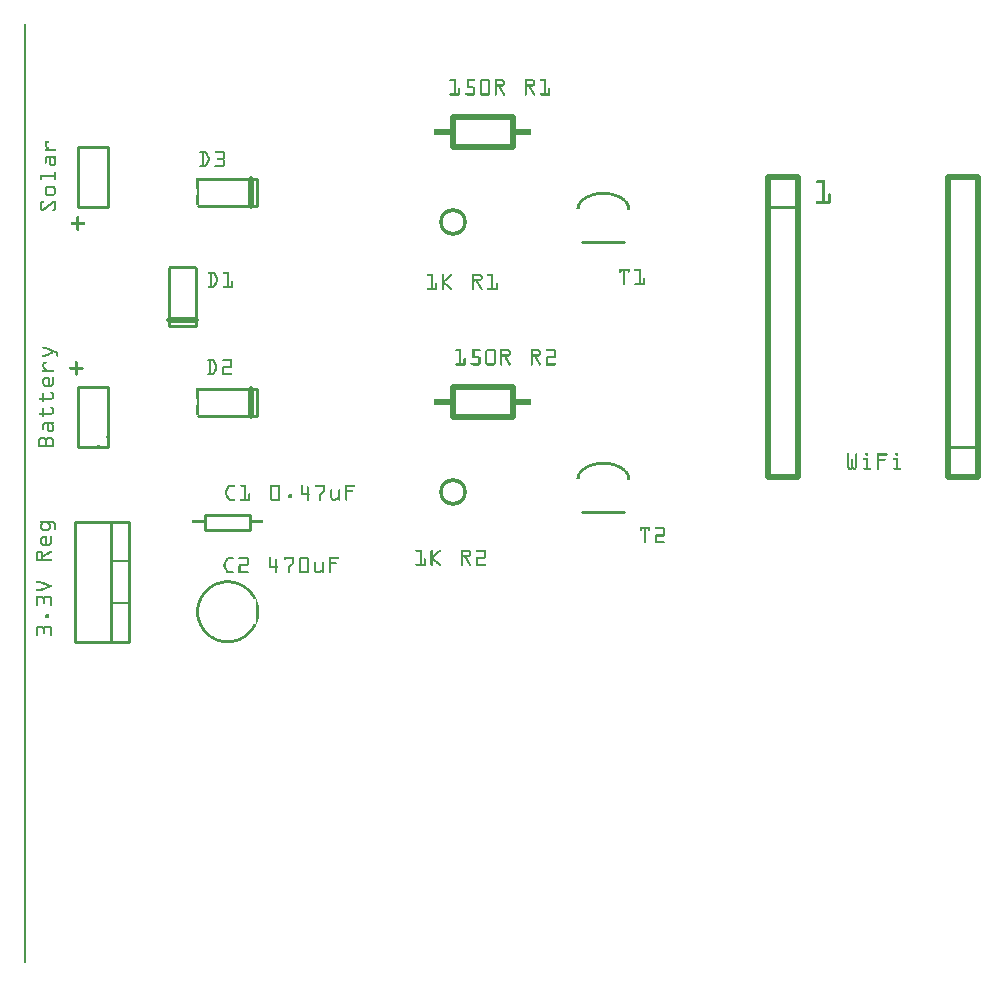
<source format=gto>
G04 MADE WITH FRITZING*
G04 WWW.FRITZING.ORG*
G04 DOUBLE SIDED*
G04 HOLES PLATED*
G04 CONTOUR ON CENTER OF CONTOUR VECTOR*
%ASAXBY*%
%FSLAX23Y23*%
%MOIN*%
%OFA0B0*%
%SFA1.0B1.0*%
%ADD10C,0.092000X0.068*%
%ADD11C,0.010000*%
%ADD12C,0.020000*%
%ADD13C,0.005000*%
%ADD14R,0.001000X0.001000*%
%LNSILK1*%
G90*
G70*
G54D10*
X1433Y2476D03*
X1433Y1576D03*
G54D11*
X488Y2130D02*
X488Y2325D01*
D02*
X578Y2325D02*
X578Y2130D01*
D02*
X578Y2130D02*
X488Y2130D01*
G54D12*
D02*
X578Y2150D02*
X488Y2150D01*
G54D11*
D02*
X779Y1831D02*
X584Y1831D01*
D02*
X584Y1921D02*
X779Y1921D01*
D02*
X779Y1921D02*
X779Y1831D01*
G54D12*
D02*
X759Y1921D02*
X759Y1831D01*
G54D11*
D02*
X779Y2531D02*
X584Y2531D01*
D02*
X584Y2621D02*
X779Y2621D01*
D02*
X779Y2621D02*
X779Y2531D01*
G54D12*
D02*
X759Y2621D02*
X759Y2531D01*
G54D11*
D02*
X2003Y2412D02*
X1863Y2412D01*
D02*
X283Y1726D02*
X283Y1926D01*
D02*
X283Y1926D02*
X183Y1926D01*
D02*
X183Y1926D02*
X183Y1726D01*
D02*
X183Y1726D02*
X283Y1726D01*
D02*
X183Y2726D02*
X183Y2526D01*
D02*
X183Y2526D02*
X283Y2526D01*
D02*
X283Y2526D02*
X283Y2726D01*
D02*
X283Y2726D02*
X183Y2726D01*
D02*
X353Y1476D02*
X353Y1076D01*
D02*
X353Y1076D02*
X173Y1076D01*
D02*
X173Y1076D02*
X173Y1476D01*
D02*
X173Y1476D02*
X353Y1476D01*
D02*
X353Y1476D02*
X353Y1076D01*
D02*
X353Y1076D02*
X293Y1076D01*
D02*
X293Y1076D02*
X293Y1476D01*
D02*
X293Y1476D02*
X353Y1476D01*
G54D13*
D02*
X353Y1346D02*
X293Y1346D01*
D02*
X353Y1206D02*
X293Y1206D01*
G54D11*
D02*
X758Y1451D02*
X608Y1451D01*
D02*
X608Y1451D02*
X608Y1501D01*
D02*
X608Y1501D02*
X758Y1501D01*
D02*
X758Y1501D02*
X758Y1451D01*
G54D12*
D02*
X1633Y2726D02*
X1433Y2726D01*
D02*
X1433Y2726D02*
X1433Y2826D01*
D02*
X1433Y2826D02*
X1633Y2826D01*
D02*
X1633Y2826D02*
X1633Y2726D01*
G54D11*
D02*
X2003Y1512D02*
X1863Y1512D01*
G54D12*
D02*
X1633Y1826D02*
X1433Y1826D01*
D02*
X1433Y1826D02*
X1433Y1926D01*
D02*
X1433Y1926D02*
X1633Y1926D01*
D02*
X1633Y1926D02*
X1633Y1826D01*
D02*
X2483Y2626D02*
X2483Y1626D01*
D02*
X2483Y1626D02*
X2583Y1626D01*
D02*
X2583Y1626D02*
X2583Y2626D01*
D02*
X2583Y2626D02*
X2483Y2626D01*
G54D11*
D02*
X2483Y2526D02*
X2583Y2526D01*
G54D12*
D02*
X3183Y1626D02*
X3183Y2626D01*
D02*
X3183Y2626D02*
X3083Y2626D01*
D02*
X3083Y2626D02*
X3083Y1626D01*
D02*
X3083Y1626D02*
X3183Y1626D01*
G54D11*
D02*
X3183Y1726D02*
X3083Y1726D01*
G54D14*
X4Y3138D02*
X11Y3138D01*
X4Y3137D02*
X11Y3137D01*
X4Y3136D02*
X11Y3136D01*
X4Y3135D02*
X11Y3135D01*
X4Y3134D02*
X11Y3134D01*
X4Y3133D02*
X11Y3133D01*
X4Y3132D02*
X11Y3132D01*
X4Y3131D02*
X11Y3131D01*
X4Y3130D02*
X11Y3130D01*
X4Y3129D02*
X11Y3129D01*
X4Y3128D02*
X11Y3128D01*
X4Y3127D02*
X11Y3127D01*
X4Y3126D02*
X11Y3126D01*
X4Y3125D02*
X11Y3125D01*
X4Y3124D02*
X11Y3124D01*
X4Y3123D02*
X11Y3123D01*
X4Y3122D02*
X11Y3122D01*
X4Y3121D02*
X11Y3121D01*
X4Y3120D02*
X11Y3120D01*
X4Y3119D02*
X11Y3119D01*
X4Y3118D02*
X11Y3118D01*
X4Y3117D02*
X11Y3117D01*
X4Y3116D02*
X11Y3116D01*
X4Y3115D02*
X11Y3115D01*
X4Y3114D02*
X11Y3114D01*
X4Y3113D02*
X11Y3113D01*
X4Y3112D02*
X11Y3112D01*
X4Y3111D02*
X11Y3111D01*
X4Y3110D02*
X11Y3110D01*
X4Y3109D02*
X11Y3109D01*
X4Y3108D02*
X11Y3108D01*
X4Y3107D02*
X11Y3107D01*
X4Y3106D02*
X11Y3106D01*
X4Y3105D02*
X11Y3105D01*
X4Y3104D02*
X11Y3104D01*
X4Y3103D02*
X11Y3103D01*
X4Y3102D02*
X11Y3102D01*
X4Y3101D02*
X11Y3101D01*
X4Y3100D02*
X11Y3100D01*
X4Y3099D02*
X11Y3099D01*
X4Y3098D02*
X11Y3098D01*
X4Y3097D02*
X11Y3097D01*
X4Y3096D02*
X11Y3096D01*
X4Y3095D02*
X11Y3095D01*
X4Y3094D02*
X11Y3094D01*
X4Y3093D02*
X11Y3093D01*
X4Y3092D02*
X11Y3092D01*
X4Y3091D02*
X11Y3091D01*
X4Y3090D02*
X11Y3090D01*
X4Y3089D02*
X11Y3089D01*
X4Y3088D02*
X11Y3088D01*
X4Y3087D02*
X11Y3087D01*
X4Y3086D02*
X11Y3086D01*
X4Y3085D02*
X11Y3085D01*
X4Y3084D02*
X11Y3084D01*
X4Y3083D02*
X11Y3083D01*
X4Y3082D02*
X11Y3082D01*
X4Y3081D02*
X11Y3081D01*
X4Y3080D02*
X11Y3080D01*
X4Y3079D02*
X11Y3079D01*
X4Y3078D02*
X11Y3078D01*
X4Y3077D02*
X11Y3077D01*
X4Y3076D02*
X11Y3076D01*
X4Y3075D02*
X11Y3075D01*
X4Y3074D02*
X11Y3074D01*
X4Y3073D02*
X11Y3073D01*
X4Y3072D02*
X11Y3072D01*
X4Y3071D02*
X11Y3071D01*
X4Y3070D02*
X11Y3070D01*
X4Y3069D02*
X11Y3069D01*
X4Y3068D02*
X11Y3068D01*
X4Y3067D02*
X11Y3067D01*
X4Y3066D02*
X11Y3066D01*
X4Y3065D02*
X11Y3065D01*
X4Y3064D02*
X11Y3064D01*
X4Y3063D02*
X11Y3063D01*
X4Y3062D02*
X11Y3062D01*
X4Y3061D02*
X11Y3061D01*
X4Y3060D02*
X11Y3060D01*
X4Y3059D02*
X11Y3059D01*
X4Y3058D02*
X11Y3058D01*
X4Y3057D02*
X11Y3057D01*
X4Y3056D02*
X11Y3056D01*
X4Y3055D02*
X11Y3055D01*
X4Y3054D02*
X11Y3054D01*
X4Y3053D02*
X11Y3053D01*
X4Y3052D02*
X11Y3052D01*
X4Y3051D02*
X11Y3051D01*
X4Y3050D02*
X11Y3050D01*
X4Y3049D02*
X11Y3049D01*
X4Y3048D02*
X11Y3048D01*
X4Y3047D02*
X11Y3047D01*
X4Y3046D02*
X11Y3046D01*
X4Y3045D02*
X11Y3045D01*
X4Y3044D02*
X11Y3044D01*
X4Y3043D02*
X11Y3043D01*
X4Y3042D02*
X11Y3042D01*
X4Y3041D02*
X11Y3041D01*
X4Y3040D02*
X11Y3040D01*
X4Y3039D02*
X11Y3039D01*
X4Y3038D02*
X11Y3038D01*
X4Y3037D02*
X11Y3037D01*
X4Y3036D02*
X11Y3036D01*
X4Y3035D02*
X11Y3035D01*
X4Y3034D02*
X11Y3034D01*
X4Y3033D02*
X11Y3033D01*
X4Y3032D02*
X11Y3032D01*
X4Y3031D02*
X11Y3031D01*
X4Y3030D02*
X11Y3030D01*
X4Y3029D02*
X11Y3029D01*
X4Y3028D02*
X11Y3028D01*
X4Y3027D02*
X11Y3027D01*
X4Y3026D02*
X11Y3026D01*
X4Y3025D02*
X11Y3025D01*
X4Y3024D02*
X11Y3024D01*
X4Y3023D02*
X11Y3023D01*
X4Y3022D02*
X11Y3022D01*
X4Y3021D02*
X11Y3021D01*
X4Y3020D02*
X11Y3020D01*
X4Y3019D02*
X11Y3019D01*
X4Y3018D02*
X11Y3018D01*
X4Y3017D02*
X11Y3017D01*
X4Y3016D02*
X11Y3016D01*
X4Y3015D02*
X11Y3015D01*
X4Y3014D02*
X11Y3014D01*
X4Y3013D02*
X11Y3013D01*
X4Y3012D02*
X11Y3012D01*
X4Y3011D02*
X11Y3011D01*
X4Y3010D02*
X11Y3010D01*
X4Y3009D02*
X11Y3009D01*
X4Y3008D02*
X11Y3008D01*
X4Y3007D02*
X11Y3007D01*
X4Y3006D02*
X11Y3006D01*
X4Y3005D02*
X11Y3005D01*
X4Y3004D02*
X11Y3004D01*
X4Y3003D02*
X11Y3003D01*
X4Y3002D02*
X11Y3002D01*
X4Y3001D02*
X11Y3001D01*
X4Y3000D02*
X11Y3000D01*
X4Y2999D02*
X11Y2999D01*
X4Y2998D02*
X11Y2998D01*
X4Y2997D02*
X11Y2997D01*
X4Y2996D02*
X11Y2996D01*
X4Y2995D02*
X11Y2995D01*
X4Y2994D02*
X11Y2994D01*
X4Y2993D02*
X11Y2993D01*
X4Y2992D02*
X11Y2992D01*
X4Y2991D02*
X11Y2991D01*
X4Y2990D02*
X11Y2990D01*
X4Y2989D02*
X11Y2989D01*
X4Y2988D02*
X11Y2988D01*
X4Y2987D02*
X11Y2987D01*
X4Y2986D02*
X11Y2986D01*
X4Y2985D02*
X11Y2985D01*
X4Y2984D02*
X11Y2984D01*
X4Y2983D02*
X11Y2983D01*
X4Y2982D02*
X11Y2982D01*
X4Y2981D02*
X11Y2981D01*
X4Y2980D02*
X11Y2980D01*
X4Y2979D02*
X11Y2979D01*
X4Y2978D02*
X11Y2978D01*
X4Y2977D02*
X11Y2977D01*
X4Y2976D02*
X11Y2976D01*
X4Y2975D02*
X11Y2975D01*
X4Y2974D02*
X11Y2974D01*
X4Y2973D02*
X11Y2973D01*
X4Y2972D02*
X11Y2972D01*
X4Y2971D02*
X11Y2971D01*
X4Y2970D02*
X11Y2970D01*
X4Y2969D02*
X11Y2969D01*
X4Y2968D02*
X11Y2968D01*
X4Y2967D02*
X11Y2967D01*
X4Y2966D02*
X11Y2966D01*
X4Y2965D02*
X11Y2965D01*
X4Y2964D02*
X11Y2964D01*
X4Y2963D02*
X11Y2963D01*
X4Y2962D02*
X11Y2962D01*
X4Y2961D02*
X11Y2961D01*
X4Y2960D02*
X11Y2960D01*
X4Y2959D02*
X11Y2959D01*
X4Y2958D02*
X11Y2958D01*
X4Y2957D02*
X11Y2957D01*
X4Y2956D02*
X11Y2956D01*
X4Y2955D02*
X11Y2955D01*
X4Y2954D02*
X11Y2954D01*
X4Y2953D02*
X11Y2953D01*
X4Y2952D02*
X11Y2952D01*
X1424Y2952D02*
X1442Y2952D01*
X1480Y2952D02*
X1505Y2952D01*
X1527Y2952D02*
X1553Y2952D01*
X1573Y2952D02*
X1600Y2952D01*
X1673Y2952D02*
X1700Y2952D01*
X1725Y2952D02*
X1743Y2952D01*
X4Y2951D02*
X11Y2951D01*
X1423Y2951D02*
X1442Y2951D01*
X1480Y2951D02*
X1506Y2951D01*
X1525Y2951D02*
X1554Y2951D01*
X1573Y2951D02*
X1602Y2951D01*
X1673Y2951D02*
X1702Y2951D01*
X1724Y2951D02*
X1743Y2951D01*
X4Y2950D02*
X11Y2950D01*
X1423Y2950D02*
X1442Y2950D01*
X1480Y2950D02*
X1506Y2950D01*
X1524Y2950D02*
X1555Y2950D01*
X1573Y2950D02*
X1603Y2950D01*
X1673Y2950D02*
X1704Y2950D01*
X1724Y2950D02*
X1743Y2950D01*
X4Y2949D02*
X11Y2949D01*
X1422Y2949D02*
X1442Y2949D01*
X1480Y2949D02*
X1506Y2949D01*
X1524Y2949D02*
X1556Y2949D01*
X1573Y2949D02*
X1604Y2949D01*
X1673Y2949D02*
X1705Y2949D01*
X1724Y2949D02*
X1743Y2949D01*
X4Y2948D02*
X11Y2948D01*
X1423Y2948D02*
X1442Y2948D01*
X1480Y2948D02*
X1506Y2948D01*
X1523Y2948D02*
X1556Y2948D01*
X1573Y2948D02*
X1605Y2948D01*
X1673Y2948D02*
X1705Y2948D01*
X1724Y2948D02*
X1743Y2948D01*
X4Y2947D02*
X11Y2947D01*
X1423Y2947D02*
X1442Y2947D01*
X1480Y2947D02*
X1505Y2947D01*
X1523Y2947D02*
X1556Y2947D01*
X1573Y2947D02*
X1605Y2947D01*
X1673Y2947D02*
X1706Y2947D01*
X1724Y2947D02*
X1743Y2947D01*
X4Y2946D02*
X11Y2946D01*
X1425Y2946D02*
X1442Y2946D01*
X1480Y2946D02*
X1504Y2946D01*
X1523Y2946D02*
X1556Y2946D01*
X1573Y2946D02*
X1606Y2946D01*
X1673Y2946D02*
X1706Y2946D01*
X1726Y2946D02*
X1743Y2946D01*
X4Y2945D02*
X11Y2945D01*
X1436Y2945D02*
X1442Y2945D01*
X1480Y2945D02*
X1486Y2945D01*
X1523Y2945D02*
X1529Y2945D01*
X1550Y2945D02*
X1556Y2945D01*
X1573Y2945D02*
X1579Y2945D01*
X1599Y2945D02*
X1606Y2945D01*
X1673Y2945D02*
X1679Y2945D01*
X1700Y2945D02*
X1707Y2945D01*
X1737Y2945D02*
X1743Y2945D01*
X4Y2944D02*
X11Y2944D01*
X1436Y2944D02*
X1442Y2944D01*
X1480Y2944D02*
X1486Y2944D01*
X1523Y2944D02*
X1529Y2944D01*
X1550Y2944D02*
X1556Y2944D01*
X1573Y2944D02*
X1579Y2944D01*
X1600Y2944D02*
X1607Y2944D01*
X1673Y2944D02*
X1679Y2944D01*
X1701Y2944D02*
X1707Y2944D01*
X1737Y2944D02*
X1743Y2944D01*
X4Y2943D02*
X11Y2943D01*
X1436Y2943D02*
X1442Y2943D01*
X1480Y2943D02*
X1486Y2943D01*
X1523Y2943D02*
X1529Y2943D01*
X1550Y2943D02*
X1556Y2943D01*
X1573Y2943D02*
X1579Y2943D01*
X1601Y2943D02*
X1607Y2943D01*
X1673Y2943D02*
X1679Y2943D01*
X1701Y2943D02*
X1707Y2943D01*
X1737Y2943D02*
X1743Y2943D01*
X4Y2942D02*
X11Y2942D01*
X1436Y2942D02*
X1442Y2942D01*
X1480Y2942D02*
X1486Y2942D01*
X1523Y2942D02*
X1529Y2942D01*
X1550Y2942D02*
X1556Y2942D01*
X1573Y2942D02*
X1579Y2942D01*
X1601Y2942D02*
X1607Y2942D01*
X1673Y2942D02*
X1679Y2942D01*
X1701Y2942D02*
X1707Y2942D01*
X1737Y2942D02*
X1743Y2942D01*
X4Y2941D02*
X11Y2941D01*
X1436Y2941D02*
X1442Y2941D01*
X1480Y2941D02*
X1486Y2941D01*
X1523Y2941D02*
X1529Y2941D01*
X1550Y2941D02*
X1556Y2941D01*
X1573Y2941D02*
X1579Y2941D01*
X1601Y2941D02*
X1607Y2941D01*
X1673Y2941D02*
X1679Y2941D01*
X1701Y2941D02*
X1707Y2941D01*
X1737Y2941D02*
X1743Y2941D01*
X4Y2940D02*
X11Y2940D01*
X1436Y2940D02*
X1442Y2940D01*
X1480Y2940D02*
X1486Y2940D01*
X1523Y2940D02*
X1529Y2940D01*
X1550Y2940D02*
X1556Y2940D01*
X1573Y2940D02*
X1579Y2940D01*
X1601Y2940D02*
X1607Y2940D01*
X1673Y2940D02*
X1679Y2940D01*
X1701Y2940D02*
X1707Y2940D01*
X1737Y2940D02*
X1743Y2940D01*
X4Y2939D02*
X11Y2939D01*
X1436Y2939D02*
X1442Y2939D01*
X1480Y2939D02*
X1486Y2939D01*
X1523Y2939D02*
X1529Y2939D01*
X1550Y2939D02*
X1556Y2939D01*
X1573Y2939D02*
X1579Y2939D01*
X1601Y2939D02*
X1607Y2939D01*
X1673Y2939D02*
X1679Y2939D01*
X1701Y2939D02*
X1707Y2939D01*
X1737Y2939D02*
X1743Y2939D01*
X4Y2938D02*
X11Y2938D01*
X1436Y2938D02*
X1442Y2938D01*
X1480Y2938D02*
X1486Y2938D01*
X1523Y2938D02*
X1529Y2938D01*
X1550Y2938D02*
X1556Y2938D01*
X1573Y2938D02*
X1579Y2938D01*
X1601Y2938D02*
X1607Y2938D01*
X1673Y2938D02*
X1679Y2938D01*
X1701Y2938D02*
X1707Y2938D01*
X1737Y2938D02*
X1743Y2938D01*
X4Y2937D02*
X11Y2937D01*
X1436Y2937D02*
X1442Y2937D01*
X1480Y2937D02*
X1486Y2937D01*
X1523Y2937D02*
X1529Y2937D01*
X1550Y2937D02*
X1556Y2937D01*
X1573Y2937D02*
X1579Y2937D01*
X1600Y2937D02*
X1607Y2937D01*
X1673Y2937D02*
X1679Y2937D01*
X1701Y2937D02*
X1707Y2937D01*
X1737Y2937D02*
X1743Y2937D01*
X4Y2936D02*
X11Y2936D01*
X1436Y2936D02*
X1442Y2936D01*
X1480Y2936D02*
X1486Y2936D01*
X1523Y2936D02*
X1529Y2936D01*
X1550Y2936D02*
X1556Y2936D01*
X1573Y2936D02*
X1579Y2936D01*
X1599Y2936D02*
X1606Y2936D01*
X1673Y2936D02*
X1679Y2936D01*
X1700Y2936D02*
X1707Y2936D01*
X1737Y2936D02*
X1743Y2936D01*
X4Y2935D02*
X11Y2935D01*
X1436Y2935D02*
X1442Y2935D01*
X1480Y2935D02*
X1486Y2935D01*
X1523Y2935D02*
X1529Y2935D01*
X1550Y2935D02*
X1556Y2935D01*
X1573Y2935D02*
X1606Y2935D01*
X1673Y2935D02*
X1706Y2935D01*
X1737Y2935D02*
X1743Y2935D01*
X4Y2934D02*
X11Y2934D01*
X1436Y2934D02*
X1442Y2934D01*
X1480Y2934D02*
X1486Y2934D01*
X1523Y2934D02*
X1529Y2934D01*
X1550Y2934D02*
X1556Y2934D01*
X1573Y2934D02*
X1606Y2934D01*
X1673Y2934D02*
X1706Y2934D01*
X1737Y2934D02*
X1743Y2934D01*
X4Y2933D02*
X11Y2933D01*
X1436Y2933D02*
X1442Y2933D01*
X1480Y2933D02*
X1486Y2933D01*
X1523Y2933D02*
X1529Y2933D01*
X1550Y2933D02*
X1556Y2933D01*
X1573Y2933D02*
X1605Y2933D01*
X1673Y2933D02*
X1705Y2933D01*
X1737Y2933D02*
X1743Y2933D01*
X4Y2932D02*
X11Y2932D01*
X1436Y2932D02*
X1442Y2932D01*
X1480Y2932D02*
X1486Y2932D01*
X1523Y2932D02*
X1529Y2932D01*
X1550Y2932D02*
X1556Y2932D01*
X1573Y2932D02*
X1604Y2932D01*
X1673Y2932D02*
X1705Y2932D01*
X1737Y2932D02*
X1743Y2932D01*
X4Y2931D02*
X11Y2931D01*
X1436Y2931D02*
X1442Y2931D01*
X1480Y2931D02*
X1486Y2931D01*
X1523Y2931D02*
X1529Y2931D01*
X1550Y2931D02*
X1556Y2931D01*
X1573Y2931D02*
X1603Y2931D01*
X1673Y2931D02*
X1704Y2931D01*
X1737Y2931D02*
X1743Y2931D01*
X4Y2930D02*
X11Y2930D01*
X1436Y2930D02*
X1442Y2930D01*
X1480Y2930D02*
X1486Y2930D01*
X1523Y2930D02*
X1529Y2930D01*
X1550Y2930D02*
X1556Y2930D01*
X1573Y2930D02*
X1602Y2930D01*
X1673Y2930D02*
X1703Y2930D01*
X1737Y2930D02*
X1743Y2930D01*
X4Y2929D02*
X11Y2929D01*
X1436Y2929D02*
X1442Y2929D01*
X1480Y2929D02*
X1501Y2929D01*
X1523Y2929D02*
X1529Y2929D01*
X1550Y2929D02*
X1556Y2929D01*
X1573Y2929D02*
X1600Y2929D01*
X1673Y2929D02*
X1701Y2929D01*
X1737Y2929D02*
X1743Y2929D01*
X4Y2928D02*
X11Y2928D01*
X1436Y2928D02*
X1442Y2928D01*
X1480Y2928D02*
X1503Y2928D01*
X1523Y2928D02*
X1529Y2928D01*
X1550Y2928D02*
X1556Y2928D01*
X1573Y2928D02*
X1580Y2928D01*
X1585Y2928D02*
X1593Y2928D01*
X1673Y2928D02*
X1680Y2928D01*
X1685Y2928D02*
X1693Y2928D01*
X1737Y2928D02*
X1743Y2928D01*
X4Y2927D02*
X11Y2927D01*
X1436Y2927D02*
X1442Y2927D01*
X1480Y2927D02*
X1504Y2927D01*
X1523Y2927D02*
X1529Y2927D01*
X1550Y2927D02*
X1556Y2927D01*
X1573Y2927D02*
X1579Y2927D01*
X1585Y2927D02*
X1593Y2927D01*
X1673Y2927D02*
X1679Y2927D01*
X1686Y2927D02*
X1693Y2927D01*
X1737Y2927D02*
X1743Y2927D01*
X4Y2926D02*
X11Y2926D01*
X1436Y2926D02*
X1442Y2926D01*
X1480Y2926D02*
X1505Y2926D01*
X1523Y2926D02*
X1529Y2926D01*
X1550Y2926D02*
X1556Y2926D01*
X1573Y2926D02*
X1579Y2926D01*
X1586Y2926D02*
X1593Y2926D01*
X1673Y2926D02*
X1679Y2926D01*
X1686Y2926D02*
X1694Y2926D01*
X1737Y2926D02*
X1743Y2926D01*
X4Y2925D02*
X11Y2925D01*
X1436Y2925D02*
X1442Y2925D01*
X1480Y2925D02*
X1506Y2925D01*
X1523Y2925D02*
X1529Y2925D01*
X1550Y2925D02*
X1556Y2925D01*
X1573Y2925D02*
X1579Y2925D01*
X1587Y2925D02*
X1594Y2925D01*
X1673Y2925D02*
X1679Y2925D01*
X1687Y2925D02*
X1694Y2925D01*
X1737Y2925D02*
X1743Y2925D01*
X4Y2924D02*
X11Y2924D01*
X1436Y2924D02*
X1442Y2924D01*
X1480Y2924D02*
X1506Y2924D01*
X1523Y2924D02*
X1529Y2924D01*
X1550Y2924D02*
X1556Y2924D01*
X1573Y2924D02*
X1579Y2924D01*
X1587Y2924D02*
X1594Y2924D01*
X1673Y2924D02*
X1679Y2924D01*
X1688Y2924D02*
X1695Y2924D01*
X1737Y2924D02*
X1743Y2924D01*
X4Y2923D02*
X11Y2923D01*
X1436Y2923D02*
X1442Y2923D01*
X1452Y2923D02*
X1454Y2923D01*
X1480Y2923D02*
X1506Y2923D01*
X1523Y2923D02*
X1529Y2923D01*
X1550Y2923D02*
X1556Y2923D01*
X1573Y2923D02*
X1579Y2923D01*
X1588Y2923D02*
X1595Y2923D01*
X1673Y2923D02*
X1679Y2923D01*
X1688Y2923D02*
X1695Y2923D01*
X1737Y2923D02*
X1743Y2923D01*
X1753Y2923D02*
X1755Y2923D01*
X4Y2922D02*
X11Y2922D01*
X1436Y2922D02*
X1442Y2922D01*
X1451Y2922D02*
X1455Y2922D01*
X1500Y2922D02*
X1506Y2922D01*
X1523Y2922D02*
X1529Y2922D01*
X1550Y2922D02*
X1556Y2922D01*
X1573Y2922D02*
X1579Y2922D01*
X1588Y2922D02*
X1596Y2922D01*
X1673Y2922D02*
X1679Y2922D01*
X1689Y2922D02*
X1696Y2922D01*
X1737Y2922D02*
X1743Y2922D01*
X1752Y2922D02*
X1756Y2922D01*
X4Y2921D02*
X11Y2921D01*
X1436Y2921D02*
X1442Y2921D01*
X1450Y2921D02*
X1456Y2921D01*
X1500Y2921D02*
X1506Y2921D01*
X1523Y2921D02*
X1529Y2921D01*
X1550Y2921D02*
X1556Y2921D01*
X1573Y2921D02*
X1579Y2921D01*
X1589Y2921D02*
X1596Y2921D01*
X1673Y2921D02*
X1679Y2921D01*
X1689Y2921D02*
X1697Y2921D01*
X1737Y2921D02*
X1743Y2921D01*
X1751Y2921D02*
X1757Y2921D01*
X4Y2920D02*
X11Y2920D01*
X1436Y2920D02*
X1442Y2920D01*
X1450Y2920D02*
X1456Y2920D01*
X1500Y2920D02*
X1506Y2920D01*
X1523Y2920D02*
X1529Y2920D01*
X1550Y2920D02*
X1556Y2920D01*
X1573Y2920D02*
X1579Y2920D01*
X1590Y2920D02*
X1597Y2920D01*
X1673Y2920D02*
X1679Y2920D01*
X1690Y2920D02*
X1697Y2920D01*
X1737Y2920D02*
X1743Y2920D01*
X1751Y2920D02*
X1757Y2920D01*
X4Y2919D02*
X11Y2919D01*
X1436Y2919D02*
X1442Y2919D01*
X1450Y2919D02*
X1456Y2919D01*
X1500Y2919D02*
X1506Y2919D01*
X1523Y2919D02*
X1529Y2919D01*
X1550Y2919D02*
X1556Y2919D01*
X1573Y2919D02*
X1579Y2919D01*
X1590Y2919D02*
X1597Y2919D01*
X1673Y2919D02*
X1679Y2919D01*
X1691Y2919D02*
X1698Y2919D01*
X1737Y2919D02*
X1743Y2919D01*
X1751Y2919D02*
X1757Y2919D01*
X4Y2918D02*
X11Y2918D01*
X1436Y2918D02*
X1442Y2918D01*
X1450Y2918D02*
X1456Y2918D01*
X1500Y2918D02*
X1506Y2918D01*
X1523Y2918D02*
X1529Y2918D01*
X1550Y2918D02*
X1556Y2918D01*
X1573Y2918D02*
X1579Y2918D01*
X1591Y2918D02*
X1598Y2918D01*
X1673Y2918D02*
X1679Y2918D01*
X1691Y2918D02*
X1698Y2918D01*
X1737Y2918D02*
X1743Y2918D01*
X1751Y2918D02*
X1757Y2918D01*
X4Y2917D02*
X11Y2917D01*
X1436Y2917D02*
X1442Y2917D01*
X1450Y2917D02*
X1456Y2917D01*
X1500Y2917D02*
X1506Y2917D01*
X1523Y2917D02*
X1529Y2917D01*
X1550Y2917D02*
X1556Y2917D01*
X1573Y2917D02*
X1579Y2917D01*
X1591Y2917D02*
X1599Y2917D01*
X1673Y2917D02*
X1679Y2917D01*
X1692Y2917D02*
X1699Y2917D01*
X1737Y2917D02*
X1743Y2917D01*
X1751Y2917D02*
X1757Y2917D01*
X4Y2916D02*
X11Y2916D01*
X1436Y2916D02*
X1442Y2916D01*
X1450Y2916D02*
X1456Y2916D01*
X1500Y2916D02*
X1506Y2916D01*
X1523Y2916D02*
X1529Y2916D01*
X1550Y2916D02*
X1556Y2916D01*
X1573Y2916D02*
X1579Y2916D01*
X1592Y2916D02*
X1599Y2916D01*
X1673Y2916D02*
X1679Y2916D01*
X1692Y2916D02*
X1700Y2916D01*
X1737Y2916D02*
X1743Y2916D01*
X1751Y2916D02*
X1757Y2916D01*
X4Y2915D02*
X11Y2915D01*
X1436Y2915D02*
X1442Y2915D01*
X1450Y2915D02*
X1456Y2915D01*
X1500Y2915D02*
X1506Y2915D01*
X1523Y2915D02*
X1529Y2915D01*
X1550Y2915D02*
X1556Y2915D01*
X1573Y2915D02*
X1579Y2915D01*
X1592Y2915D02*
X1600Y2915D01*
X1673Y2915D02*
X1679Y2915D01*
X1693Y2915D02*
X1700Y2915D01*
X1737Y2915D02*
X1743Y2915D01*
X1751Y2915D02*
X1757Y2915D01*
X4Y2914D02*
X11Y2914D01*
X1436Y2914D02*
X1442Y2914D01*
X1450Y2914D02*
X1456Y2914D01*
X1500Y2914D02*
X1506Y2914D01*
X1523Y2914D02*
X1529Y2914D01*
X1550Y2914D02*
X1556Y2914D01*
X1573Y2914D02*
X1579Y2914D01*
X1593Y2914D02*
X1600Y2914D01*
X1673Y2914D02*
X1679Y2914D01*
X1693Y2914D02*
X1701Y2914D01*
X1737Y2914D02*
X1743Y2914D01*
X1751Y2914D02*
X1757Y2914D01*
X4Y2913D02*
X11Y2913D01*
X1436Y2913D02*
X1442Y2913D01*
X1450Y2913D02*
X1456Y2913D01*
X1500Y2913D02*
X1506Y2913D01*
X1523Y2913D02*
X1529Y2913D01*
X1550Y2913D02*
X1556Y2913D01*
X1573Y2913D02*
X1579Y2913D01*
X1594Y2913D02*
X1601Y2913D01*
X1673Y2913D02*
X1679Y2913D01*
X1694Y2913D02*
X1701Y2913D01*
X1737Y2913D02*
X1743Y2913D01*
X1751Y2913D02*
X1757Y2913D01*
X4Y2912D02*
X11Y2912D01*
X1436Y2912D02*
X1442Y2912D01*
X1450Y2912D02*
X1456Y2912D01*
X1500Y2912D02*
X1506Y2912D01*
X1523Y2912D02*
X1529Y2912D01*
X1550Y2912D02*
X1556Y2912D01*
X1573Y2912D02*
X1579Y2912D01*
X1594Y2912D02*
X1601Y2912D01*
X1673Y2912D02*
X1679Y2912D01*
X1695Y2912D02*
X1702Y2912D01*
X1737Y2912D02*
X1743Y2912D01*
X1751Y2912D02*
X1757Y2912D01*
X4Y2911D02*
X11Y2911D01*
X1436Y2911D02*
X1442Y2911D01*
X1450Y2911D02*
X1456Y2911D01*
X1500Y2911D02*
X1506Y2911D01*
X1523Y2911D02*
X1529Y2911D01*
X1550Y2911D02*
X1556Y2911D01*
X1573Y2911D02*
X1579Y2911D01*
X1595Y2911D02*
X1602Y2911D01*
X1673Y2911D02*
X1679Y2911D01*
X1695Y2911D02*
X1702Y2911D01*
X1737Y2911D02*
X1743Y2911D01*
X1751Y2911D02*
X1757Y2911D01*
X4Y2910D02*
X11Y2910D01*
X1436Y2910D02*
X1442Y2910D01*
X1450Y2910D02*
X1456Y2910D01*
X1500Y2910D02*
X1506Y2910D01*
X1523Y2910D02*
X1529Y2910D01*
X1550Y2910D02*
X1556Y2910D01*
X1573Y2910D02*
X1579Y2910D01*
X1595Y2910D02*
X1603Y2910D01*
X1673Y2910D02*
X1679Y2910D01*
X1696Y2910D02*
X1703Y2910D01*
X1737Y2910D02*
X1743Y2910D01*
X1751Y2910D02*
X1757Y2910D01*
X4Y2909D02*
X11Y2909D01*
X1436Y2909D02*
X1442Y2909D01*
X1450Y2909D02*
X1456Y2909D01*
X1500Y2909D02*
X1506Y2909D01*
X1523Y2909D02*
X1529Y2909D01*
X1550Y2909D02*
X1556Y2909D01*
X1573Y2909D02*
X1579Y2909D01*
X1596Y2909D02*
X1603Y2909D01*
X1673Y2909D02*
X1679Y2909D01*
X1696Y2909D02*
X1704Y2909D01*
X1737Y2909D02*
X1743Y2909D01*
X1751Y2909D02*
X1757Y2909D01*
X4Y2908D02*
X11Y2908D01*
X1436Y2908D02*
X1442Y2908D01*
X1450Y2908D02*
X1456Y2908D01*
X1474Y2908D02*
X1477Y2908D01*
X1500Y2908D02*
X1506Y2908D01*
X1523Y2908D02*
X1529Y2908D01*
X1550Y2908D02*
X1556Y2908D01*
X1573Y2908D02*
X1579Y2908D01*
X1597Y2908D02*
X1604Y2908D01*
X1673Y2908D02*
X1679Y2908D01*
X1697Y2908D02*
X1704Y2908D01*
X1737Y2908D02*
X1743Y2908D01*
X1751Y2908D02*
X1757Y2908D01*
X4Y2907D02*
X11Y2907D01*
X1436Y2907D02*
X1442Y2907D01*
X1450Y2907D02*
X1456Y2907D01*
X1473Y2907D02*
X1479Y2907D01*
X1500Y2907D02*
X1506Y2907D01*
X1523Y2907D02*
X1529Y2907D01*
X1550Y2907D02*
X1556Y2907D01*
X1573Y2907D02*
X1579Y2907D01*
X1597Y2907D02*
X1604Y2907D01*
X1673Y2907D02*
X1679Y2907D01*
X1698Y2907D02*
X1705Y2907D01*
X1737Y2907D02*
X1743Y2907D01*
X1751Y2907D02*
X1757Y2907D01*
X4Y2906D02*
X11Y2906D01*
X1436Y2906D02*
X1442Y2906D01*
X1450Y2906D02*
X1456Y2906D01*
X1473Y2906D02*
X1482Y2906D01*
X1500Y2906D02*
X1506Y2906D01*
X1523Y2906D02*
X1529Y2906D01*
X1550Y2906D02*
X1556Y2906D01*
X1573Y2906D02*
X1579Y2906D01*
X1598Y2906D02*
X1605Y2906D01*
X1673Y2906D02*
X1679Y2906D01*
X1698Y2906D02*
X1705Y2906D01*
X1737Y2906D02*
X1743Y2906D01*
X1751Y2906D02*
X1757Y2906D01*
X4Y2905D02*
X11Y2905D01*
X1424Y2905D02*
X1456Y2905D01*
X1473Y2905D02*
X1506Y2905D01*
X1523Y2905D02*
X1556Y2905D01*
X1573Y2905D02*
X1579Y2905D01*
X1598Y2905D02*
X1606Y2905D01*
X1673Y2905D02*
X1679Y2905D01*
X1699Y2905D02*
X1706Y2905D01*
X1725Y2905D02*
X1757Y2905D01*
X4Y2904D02*
X11Y2904D01*
X1423Y2904D02*
X1456Y2904D01*
X1473Y2904D02*
X1506Y2904D01*
X1523Y2904D02*
X1556Y2904D01*
X1573Y2904D02*
X1579Y2904D01*
X1599Y2904D02*
X1606Y2904D01*
X1673Y2904D02*
X1679Y2904D01*
X1699Y2904D02*
X1706Y2904D01*
X1724Y2904D02*
X1757Y2904D01*
X4Y2903D02*
X11Y2903D01*
X1423Y2903D02*
X1456Y2903D01*
X1473Y2903D02*
X1506Y2903D01*
X1523Y2903D02*
X1556Y2903D01*
X1573Y2903D02*
X1579Y2903D01*
X1599Y2903D02*
X1607Y2903D01*
X1673Y2903D02*
X1679Y2903D01*
X1700Y2903D02*
X1707Y2903D01*
X1724Y2903D02*
X1757Y2903D01*
X4Y2902D02*
X11Y2902D01*
X1422Y2902D02*
X1456Y2902D01*
X1474Y2902D02*
X1505Y2902D01*
X1524Y2902D02*
X1555Y2902D01*
X1573Y2902D02*
X1579Y2902D01*
X1600Y2902D02*
X1607Y2902D01*
X1673Y2902D02*
X1679Y2902D01*
X1700Y2902D02*
X1707Y2902D01*
X1724Y2902D02*
X1757Y2902D01*
X4Y2901D02*
X11Y2901D01*
X1423Y2901D02*
X1456Y2901D01*
X1476Y2901D02*
X1504Y2901D01*
X1525Y2901D02*
X1555Y2901D01*
X1573Y2901D02*
X1579Y2901D01*
X1601Y2901D02*
X1606Y2901D01*
X1674Y2901D02*
X1679Y2901D01*
X1701Y2901D02*
X1707Y2901D01*
X1724Y2901D02*
X1757Y2901D01*
X4Y2900D02*
X11Y2900D01*
X1423Y2900D02*
X1455Y2900D01*
X1479Y2900D02*
X1503Y2900D01*
X1526Y2900D02*
X1554Y2900D01*
X1574Y2900D02*
X1578Y2900D01*
X1601Y2900D02*
X1606Y2900D01*
X1674Y2900D02*
X1679Y2900D01*
X1702Y2900D02*
X1706Y2900D01*
X1724Y2900D02*
X1757Y2900D01*
X4Y2899D02*
X11Y2899D01*
X1424Y2899D02*
X1454Y2899D01*
X1481Y2899D02*
X1502Y2899D01*
X1528Y2899D02*
X1552Y2899D01*
X1575Y2899D02*
X1577Y2899D01*
X1602Y2899D02*
X1605Y2899D01*
X1675Y2899D02*
X1678Y2899D01*
X1703Y2899D02*
X1705Y2899D01*
X1726Y2899D02*
X1755Y2899D01*
X4Y2898D02*
X11Y2898D01*
X4Y2897D02*
X11Y2897D01*
X4Y2896D02*
X11Y2896D01*
X4Y2895D02*
X11Y2895D01*
X4Y2894D02*
X11Y2894D01*
X4Y2893D02*
X11Y2893D01*
X4Y2892D02*
X11Y2892D01*
X4Y2891D02*
X11Y2891D01*
X4Y2890D02*
X11Y2890D01*
X4Y2889D02*
X11Y2889D01*
X4Y2888D02*
X11Y2888D01*
X4Y2887D02*
X11Y2887D01*
X4Y2886D02*
X11Y2886D01*
X4Y2885D02*
X11Y2885D01*
X4Y2884D02*
X11Y2884D01*
X4Y2883D02*
X11Y2883D01*
X4Y2882D02*
X11Y2882D01*
X4Y2881D02*
X11Y2881D01*
X4Y2880D02*
X11Y2880D01*
X4Y2879D02*
X11Y2879D01*
X4Y2878D02*
X11Y2878D01*
X4Y2877D02*
X11Y2877D01*
X4Y2876D02*
X11Y2876D01*
X4Y2875D02*
X11Y2875D01*
X4Y2874D02*
X11Y2874D01*
X4Y2873D02*
X11Y2873D01*
X4Y2872D02*
X11Y2872D01*
X4Y2871D02*
X11Y2871D01*
X4Y2870D02*
X11Y2870D01*
X4Y2869D02*
X11Y2869D01*
X4Y2868D02*
X11Y2868D01*
X4Y2867D02*
X11Y2867D01*
X4Y2866D02*
X11Y2866D01*
X4Y2865D02*
X11Y2865D01*
X4Y2864D02*
X11Y2864D01*
X4Y2863D02*
X11Y2863D01*
X4Y2862D02*
X11Y2862D01*
X4Y2861D02*
X11Y2861D01*
X4Y2860D02*
X11Y2860D01*
X4Y2859D02*
X11Y2859D01*
X4Y2858D02*
X11Y2858D01*
X4Y2857D02*
X11Y2857D01*
X4Y2856D02*
X11Y2856D01*
X4Y2855D02*
X11Y2855D01*
X4Y2854D02*
X11Y2854D01*
X4Y2853D02*
X11Y2853D01*
X4Y2852D02*
X11Y2852D01*
X4Y2851D02*
X11Y2851D01*
X4Y2850D02*
X11Y2850D01*
X4Y2849D02*
X11Y2849D01*
X4Y2848D02*
X11Y2848D01*
X4Y2847D02*
X11Y2847D01*
X4Y2846D02*
X11Y2846D01*
X4Y2845D02*
X11Y2845D01*
X4Y2844D02*
X11Y2844D01*
X4Y2843D02*
X11Y2843D01*
X4Y2842D02*
X11Y2842D01*
X4Y2841D02*
X11Y2841D01*
X4Y2840D02*
X11Y2840D01*
X4Y2839D02*
X11Y2839D01*
X4Y2838D02*
X11Y2838D01*
X4Y2837D02*
X11Y2837D01*
X4Y2836D02*
X11Y2836D01*
X4Y2835D02*
X11Y2835D01*
X4Y2834D02*
X11Y2834D01*
X4Y2833D02*
X11Y2833D01*
X4Y2832D02*
X11Y2832D01*
X4Y2831D02*
X11Y2831D01*
X4Y2830D02*
X11Y2830D01*
X4Y2829D02*
X11Y2829D01*
X4Y2828D02*
X11Y2828D01*
X4Y2827D02*
X11Y2827D01*
X4Y2826D02*
X11Y2826D01*
X4Y2825D02*
X11Y2825D01*
X4Y2824D02*
X11Y2824D01*
X4Y2823D02*
X11Y2823D01*
X4Y2822D02*
X11Y2822D01*
X4Y2821D02*
X11Y2821D01*
X4Y2820D02*
X11Y2820D01*
X4Y2819D02*
X11Y2819D01*
X4Y2818D02*
X11Y2818D01*
X4Y2817D02*
X11Y2817D01*
X4Y2816D02*
X11Y2816D01*
X4Y2815D02*
X11Y2815D01*
X4Y2814D02*
X11Y2814D01*
X4Y2813D02*
X11Y2813D01*
X4Y2812D02*
X11Y2812D01*
X4Y2811D02*
X11Y2811D01*
X4Y2810D02*
X11Y2810D01*
X4Y2809D02*
X11Y2809D01*
X4Y2808D02*
X11Y2808D01*
X4Y2807D02*
X11Y2807D01*
X4Y2806D02*
X11Y2806D01*
X4Y2805D02*
X11Y2805D01*
X4Y2804D02*
X11Y2804D01*
X4Y2803D02*
X11Y2803D01*
X4Y2802D02*
X11Y2802D01*
X4Y2801D02*
X11Y2801D01*
X4Y2800D02*
X11Y2800D01*
X4Y2799D02*
X11Y2799D01*
X4Y2798D02*
X11Y2798D01*
X4Y2797D02*
X11Y2797D01*
X4Y2796D02*
X11Y2796D01*
X4Y2795D02*
X11Y2795D01*
X4Y2794D02*
X11Y2794D01*
X4Y2793D02*
X11Y2793D01*
X4Y2792D02*
X11Y2792D01*
X4Y2791D02*
X11Y2791D01*
X4Y2790D02*
X11Y2790D01*
X4Y2789D02*
X11Y2789D01*
X4Y2788D02*
X11Y2788D01*
X4Y2787D02*
X11Y2787D01*
X1370Y2787D02*
X1432Y2787D01*
X1633Y2787D02*
X1694Y2787D01*
X4Y2786D02*
X11Y2786D01*
X1370Y2786D02*
X1432Y2786D01*
X1633Y2786D02*
X1694Y2786D01*
X4Y2785D02*
X11Y2785D01*
X1371Y2785D02*
X1432Y2785D01*
X1633Y2785D02*
X1694Y2785D01*
X4Y2784D02*
X11Y2784D01*
X1371Y2784D02*
X1432Y2784D01*
X1633Y2784D02*
X1694Y2784D01*
X4Y2783D02*
X11Y2783D01*
X1371Y2783D02*
X1432Y2783D01*
X1633Y2783D02*
X1694Y2783D01*
X4Y2782D02*
X11Y2782D01*
X1371Y2782D02*
X1432Y2782D01*
X1633Y2782D02*
X1694Y2782D01*
X4Y2781D02*
X11Y2781D01*
X1371Y2781D02*
X1432Y2781D01*
X1633Y2781D02*
X1694Y2781D01*
X4Y2780D02*
X11Y2780D01*
X1371Y2780D02*
X1432Y2780D01*
X1633Y2780D02*
X1694Y2780D01*
X4Y2779D02*
X11Y2779D01*
X1372Y2779D02*
X1432Y2779D01*
X1633Y2779D02*
X1694Y2779D01*
X4Y2778D02*
X11Y2778D01*
X1372Y2778D02*
X1432Y2778D01*
X1633Y2778D02*
X1694Y2778D01*
X4Y2777D02*
X11Y2777D01*
X1372Y2777D02*
X1432Y2777D01*
X1633Y2777D02*
X1694Y2777D01*
X4Y2776D02*
X11Y2776D01*
X1372Y2776D02*
X1432Y2776D01*
X1633Y2776D02*
X1694Y2776D01*
X4Y2775D02*
X11Y2775D01*
X1371Y2775D02*
X1432Y2775D01*
X1633Y2775D02*
X1694Y2775D01*
X4Y2774D02*
X11Y2774D01*
X1371Y2774D02*
X1432Y2774D01*
X1633Y2774D02*
X1694Y2774D01*
X4Y2773D02*
X11Y2773D01*
X1371Y2773D02*
X1432Y2773D01*
X1633Y2773D02*
X1694Y2773D01*
X4Y2772D02*
X11Y2772D01*
X1371Y2772D02*
X1432Y2772D01*
X1633Y2772D02*
X1694Y2772D01*
X4Y2771D02*
X11Y2771D01*
X1371Y2771D02*
X1432Y2771D01*
X1633Y2771D02*
X1694Y2771D01*
X4Y2770D02*
X11Y2770D01*
X1371Y2770D02*
X1432Y2770D01*
X1633Y2770D02*
X1694Y2770D01*
X4Y2769D02*
X11Y2769D01*
X1370Y2769D02*
X1432Y2769D01*
X1633Y2769D02*
X1694Y2769D01*
X4Y2768D02*
X11Y2768D01*
X1370Y2768D02*
X1432Y2768D01*
X1633Y2768D02*
X1694Y2768D01*
X4Y2767D02*
X11Y2767D01*
X4Y2766D02*
X11Y2766D01*
X4Y2765D02*
X11Y2765D01*
X4Y2764D02*
X11Y2764D01*
X4Y2763D02*
X11Y2763D01*
X4Y2762D02*
X11Y2762D01*
X4Y2761D02*
X11Y2761D01*
X4Y2760D02*
X11Y2760D01*
X4Y2759D02*
X11Y2759D01*
X4Y2758D02*
X11Y2758D01*
X4Y2757D02*
X11Y2757D01*
X4Y2756D02*
X11Y2756D01*
X4Y2755D02*
X11Y2755D01*
X4Y2754D02*
X11Y2754D01*
X4Y2753D02*
X11Y2753D01*
X4Y2752D02*
X11Y2752D01*
X4Y2751D02*
X11Y2751D01*
X4Y2750D02*
X11Y2750D01*
X4Y2749D02*
X11Y2749D01*
X4Y2748D02*
X11Y2748D01*
X80Y2748D02*
X85Y2748D01*
X4Y2747D02*
X11Y2747D01*
X78Y2747D02*
X87Y2747D01*
X4Y2746D02*
X11Y2746D01*
X76Y2746D02*
X87Y2746D01*
X4Y2745D02*
X11Y2745D01*
X75Y2745D02*
X87Y2745D01*
X4Y2744D02*
X11Y2744D01*
X75Y2744D02*
X87Y2744D01*
X4Y2743D02*
X11Y2743D01*
X74Y2743D02*
X87Y2743D01*
X4Y2742D02*
X11Y2742D01*
X73Y2742D02*
X86Y2742D01*
X4Y2741D02*
X11Y2741D01*
X73Y2741D02*
X80Y2741D01*
X4Y2740D02*
X11Y2740D01*
X73Y2740D02*
X79Y2740D01*
X4Y2739D02*
X11Y2739D01*
X73Y2739D02*
X79Y2739D01*
X4Y2738D02*
X11Y2738D01*
X73Y2738D02*
X79Y2738D01*
X4Y2737D02*
X11Y2737D01*
X73Y2737D02*
X79Y2737D01*
X4Y2736D02*
X11Y2736D01*
X73Y2736D02*
X79Y2736D01*
X4Y2735D02*
X11Y2735D01*
X73Y2735D02*
X79Y2735D01*
X4Y2734D02*
X11Y2734D01*
X73Y2734D02*
X79Y2734D01*
X4Y2733D02*
X11Y2733D01*
X73Y2733D02*
X79Y2733D01*
X4Y2732D02*
X11Y2732D01*
X73Y2732D02*
X79Y2732D01*
X4Y2731D02*
X11Y2731D01*
X73Y2731D02*
X80Y2731D01*
X4Y2730D02*
X11Y2730D01*
X73Y2730D02*
X81Y2730D01*
X4Y2729D02*
X11Y2729D01*
X73Y2729D02*
X81Y2729D01*
X4Y2728D02*
X11Y2728D01*
X74Y2728D02*
X82Y2728D01*
X215Y2728D02*
X217Y2728D01*
X4Y2727D02*
X11Y2727D01*
X75Y2727D02*
X83Y2727D01*
X214Y2727D02*
X218Y2727D01*
X4Y2726D02*
X11Y2726D01*
X76Y2726D02*
X84Y2726D01*
X213Y2726D02*
X219Y2726D01*
X4Y2725D02*
X11Y2725D01*
X77Y2725D02*
X85Y2725D01*
X212Y2725D02*
X218Y2725D01*
X4Y2724D02*
X11Y2724D01*
X77Y2724D02*
X86Y2724D01*
X211Y2724D02*
X217Y2724D01*
X4Y2723D02*
X11Y2723D01*
X78Y2723D02*
X87Y2723D01*
X210Y2723D02*
X216Y2723D01*
X4Y2722D02*
X11Y2722D01*
X79Y2722D02*
X87Y2722D01*
X209Y2722D02*
X215Y2722D01*
X4Y2721D02*
X11Y2721D01*
X80Y2721D02*
X88Y2721D01*
X4Y2720D02*
X11Y2720D01*
X74Y2720D02*
X110Y2720D01*
X4Y2719D02*
X11Y2719D01*
X73Y2719D02*
X111Y2719D01*
X4Y2718D02*
X11Y2718D01*
X73Y2718D02*
X111Y2718D01*
X4Y2717D02*
X11Y2717D01*
X73Y2717D02*
X111Y2717D01*
X4Y2716D02*
X11Y2716D01*
X73Y2716D02*
X111Y2716D01*
X4Y2715D02*
X11Y2715D01*
X73Y2715D02*
X110Y2715D01*
X4Y2714D02*
X11Y2714D01*
X75Y2714D02*
X109Y2714D01*
X4Y2713D02*
X11Y2713D01*
X591Y2713D02*
X608Y2713D01*
X641Y2713D02*
X669Y2713D01*
X4Y2712D02*
X11Y2712D01*
X590Y2712D02*
X610Y2712D01*
X640Y2712D02*
X670Y2712D01*
X4Y2711D02*
X11Y2711D01*
X589Y2711D02*
X611Y2711D01*
X639Y2711D02*
X671Y2711D01*
X4Y2710D02*
X11Y2710D01*
X589Y2710D02*
X612Y2710D01*
X639Y2710D02*
X672Y2710D01*
X4Y2709D02*
X11Y2709D01*
X589Y2709D02*
X613Y2709D01*
X640Y2709D02*
X672Y2709D01*
X4Y2708D02*
X11Y2708D01*
X590Y2708D02*
X614Y2708D01*
X640Y2708D02*
X673Y2708D01*
X4Y2707D02*
X11Y2707D01*
X591Y2707D02*
X614Y2707D01*
X641Y2707D02*
X673Y2707D01*
X4Y2706D02*
X11Y2706D01*
X596Y2706D02*
X602Y2706D01*
X608Y2706D02*
X615Y2706D01*
X667Y2706D02*
X673Y2706D01*
X4Y2705D02*
X11Y2705D01*
X596Y2705D02*
X602Y2705D01*
X608Y2705D02*
X615Y2705D01*
X667Y2705D02*
X673Y2705D01*
X4Y2704D02*
X11Y2704D01*
X596Y2704D02*
X602Y2704D01*
X609Y2704D02*
X616Y2704D01*
X667Y2704D02*
X673Y2704D01*
X4Y2703D02*
X11Y2703D01*
X596Y2703D02*
X602Y2703D01*
X609Y2703D02*
X616Y2703D01*
X667Y2703D02*
X673Y2703D01*
X4Y2702D02*
X11Y2702D01*
X596Y2702D02*
X602Y2702D01*
X610Y2702D02*
X617Y2702D01*
X667Y2702D02*
X673Y2702D01*
X4Y2701D02*
X11Y2701D01*
X188Y2701D02*
X188Y2701D01*
X596Y2701D02*
X602Y2701D01*
X610Y2701D02*
X617Y2701D01*
X667Y2701D02*
X673Y2701D01*
X4Y2700D02*
X11Y2700D01*
X187Y2700D02*
X188Y2700D01*
X596Y2700D02*
X602Y2700D01*
X611Y2700D02*
X618Y2700D01*
X667Y2700D02*
X673Y2700D01*
X4Y2699D02*
X11Y2699D01*
X186Y2699D02*
X188Y2699D01*
X596Y2699D02*
X602Y2699D01*
X611Y2699D02*
X618Y2699D01*
X667Y2699D02*
X673Y2699D01*
X4Y2698D02*
X11Y2698D01*
X185Y2698D02*
X188Y2698D01*
X596Y2698D02*
X602Y2698D01*
X612Y2698D02*
X619Y2698D01*
X667Y2698D02*
X673Y2698D01*
X4Y2697D02*
X11Y2697D01*
X79Y2697D02*
X110Y2697D01*
X184Y2697D02*
X188Y2697D01*
X596Y2697D02*
X602Y2697D01*
X612Y2697D02*
X619Y2697D01*
X667Y2697D02*
X673Y2697D01*
X4Y2696D02*
X11Y2696D01*
X77Y2696D02*
X110Y2696D01*
X183Y2696D02*
X188Y2696D01*
X596Y2696D02*
X602Y2696D01*
X613Y2696D02*
X620Y2696D01*
X667Y2696D02*
X673Y2696D01*
X4Y2695D02*
X11Y2695D01*
X76Y2695D02*
X111Y2695D01*
X182Y2695D02*
X188Y2695D01*
X596Y2695D02*
X602Y2695D01*
X613Y2695D02*
X620Y2695D01*
X667Y2695D02*
X673Y2695D01*
X4Y2694D02*
X11Y2694D01*
X75Y2694D02*
X111Y2694D01*
X182Y2694D02*
X187Y2694D01*
X596Y2694D02*
X602Y2694D01*
X614Y2694D02*
X621Y2694D01*
X667Y2694D02*
X673Y2694D01*
X4Y2693D02*
X11Y2693D01*
X74Y2693D02*
X111Y2693D01*
X183Y2693D02*
X186Y2693D01*
X596Y2693D02*
X602Y2693D01*
X614Y2693D02*
X621Y2693D01*
X667Y2693D02*
X673Y2693D01*
X4Y2692D02*
X11Y2692D01*
X74Y2692D02*
X110Y2692D01*
X184Y2692D02*
X185Y2692D01*
X596Y2692D02*
X602Y2692D01*
X615Y2692D02*
X622Y2692D01*
X666Y2692D02*
X673Y2692D01*
X4Y2691D02*
X11Y2691D01*
X73Y2691D02*
X108Y2691D01*
X596Y2691D02*
X602Y2691D01*
X616Y2691D02*
X622Y2691D01*
X666Y2691D02*
X673Y2691D01*
X4Y2690D02*
X11Y2690D01*
X73Y2690D02*
X81Y2690D01*
X88Y2690D02*
X95Y2690D01*
X101Y2690D02*
X108Y2690D01*
X596Y2690D02*
X602Y2690D01*
X616Y2690D02*
X622Y2690D01*
X649Y2690D02*
X672Y2690D01*
X4Y2689D02*
X11Y2689D01*
X73Y2689D02*
X79Y2689D01*
X87Y2689D02*
X94Y2689D01*
X102Y2689D02*
X109Y2689D01*
X596Y2689D02*
X602Y2689D01*
X616Y2689D02*
X623Y2689D01*
X647Y2689D02*
X672Y2689D01*
X4Y2688D02*
X11Y2688D01*
X73Y2688D02*
X79Y2688D01*
X87Y2688D02*
X93Y2688D01*
X102Y2688D02*
X109Y2688D01*
X596Y2688D02*
X602Y2688D01*
X617Y2688D02*
X623Y2688D01*
X647Y2688D02*
X671Y2688D01*
X4Y2687D02*
X11Y2687D01*
X73Y2687D02*
X79Y2687D01*
X87Y2687D02*
X93Y2687D01*
X103Y2687D02*
X110Y2687D01*
X596Y2687D02*
X602Y2687D01*
X617Y2687D02*
X623Y2687D01*
X646Y2687D02*
X671Y2687D01*
X4Y2686D02*
X11Y2686D01*
X73Y2686D02*
X79Y2686D01*
X87Y2686D02*
X93Y2686D01*
X103Y2686D02*
X111Y2686D01*
X596Y2686D02*
X602Y2686D01*
X617Y2686D02*
X623Y2686D01*
X646Y2686D02*
X671Y2686D01*
X4Y2685D02*
X11Y2685D01*
X73Y2685D02*
X79Y2685D01*
X87Y2685D02*
X93Y2685D01*
X104Y2685D02*
X111Y2685D01*
X596Y2685D02*
X602Y2685D01*
X617Y2685D02*
X623Y2685D01*
X647Y2685D02*
X671Y2685D01*
X4Y2684D02*
X11Y2684D01*
X73Y2684D02*
X79Y2684D01*
X87Y2684D02*
X93Y2684D01*
X105Y2684D02*
X111Y2684D01*
X596Y2684D02*
X602Y2684D01*
X616Y2684D02*
X622Y2684D01*
X647Y2684D02*
X672Y2684D01*
X4Y2683D02*
X11Y2683D01*
X73Y2683D02*
X79Y2683D01*
X87Y2683D02*
X93Y2683D01*
X105Y2683D02*
X111Y2683D01*
X596Y2683D02*
X602Y2683D01*
X616Y2683D02*
X622Y2683D01*
X664Y2683D02*
X672Y2683D01*
X4Y2682D02*
X11Y2682D01*
X73Y2682D02*
X79Y2682D01*
X87Y2682D02*
X93Y2682D01*
X105Y2682D02*
X111Y2682D01*
X596Y2682D02*
X602Y2682D01*
X615Y2682D02*
X622Y2682D01*
X666Y2682D02*
X673Y2682D01*
X4Y2681D02*
X11Y2681D01*
X73Y2681D02*
X79Y2681D01*
X87Y2681D02*
X93Y2681D01*
X105Y2681D02*
X111Y2681D01*
X596Y2681D02*
X602Y2681D01*
X615Y2681D02*
X622Y2681D01*
X667Y2681D02*
X673Y2681D01*
X4Y2680D02*
X11Y2680D01*
X73Y2680D02*
X79Y2680D01*
X87Y2680D02*
X93Y2680D01*
X105Y2680D02*
X111Y2680D01*
X596Y2680D02*
X602Y2680D01*
X614Y2680D02*
X621Y2680D01*
X667Y2680D02*
X673Y2680D01*
X4Y2679D02*
X11Y2679D01*
X73Y2679D02*
X79Y2679D01*
X87Y2679D02*
X93Y2679D01*
X105Y2679D02*
X111Y2679D01*
X596Y2679D02*
X602Y2679D01*
X614Y2679D02*
X621Y2679D01*
X667Y2679D02*
X673Y2679D01*
X4Y2678D02*
X11Y2678D01*
X73Y2678D02*
X79Y2678D01*
X87Y2678D02*
X93Y2678D01*
X105Y2678D02*
X111Y2678D01*
X596Y2678D02*
X602Y2678D01*
X613Y2678D02*
X620Y2678D01*
X667Y2678D02*
X673Y2678D01*
X4Y2677D02*
X11Y2677D01*
X73Y2677D02*
X79Y2677D01*
X87Y2677D02*
X93Y2677D01*
X105Y2677D02*
X111Y2677D01*
X596Y2677D02*
X602Y2677D01*
X613Y2677D02*
X620Y2677D01*
X667Y2677D02*
X673Y2677D01*
X4Y2676D02*
X11Y2676D01*
X73Y2676D02*
X79Y2676D01*
X87Y2676D02*
X93Y2676D01*
X105Y2676D02*
X111Y2676D01*
X596Y2676D02*
X602Y2676D01*
X612Y2676D02*
X619Y2676D01*
X667Y2676D02*
X673Y2676D01*
X4Y2675D02*
X11Y2675D01*
X73Y2675D02*
X79Y2675D01*
X87Y2675D02*
X93Y2675D01*
X105Y2675D02*
X111Y2675D01*
X596Y2675D02*
X602Y2675D01*
X612Y2675D02*
X619Y2675D01*
X667Y2675D02*
X673Y2675D01*
X4Y2674D02*
X11Y2674D01*
X73Y2674D02*
X79Y2674D01*
X87Y2674D02*
X93Y2674D01*
X105Y2674D02*
X111Y2674D01*
X596Y2674D02*
X602Y2674D01*
X611Y2674D02*
X618Y2674D01*
X667Y2674D02*
X673Y2674D01*
X4Y2673D02*
X11Y2673D01*
X73Y2673D02*
X78Y2673D01*
X87Y2673D02*
X93Y2673D01*
X105Y2673D02*
X111Y2673D01*
X596Y2673D02*
X602Y2673D01*
X611Y2673D02*
X618Y2673D01*
X667Y2673D02*
X673Y2673D01*
X4Y2672D02*
X11Y2672D01*
X73Y2672D02*
X78Y2672D01*
X87Y2672D02*
X94Y2672D01*
X104Y2672D02*
X111Y2672D01*
X596Y2672D02*
X602Y2672D01*
X610Y2672D02*
X617Y2672D01*
X667Y2672D02*
X673Y2672D01*
X4Y2671D02*
X11Y2671D01*
X74Y2671D02*
X77Y2671D01*
X88Y2671D02*
X95Y2671D01*
X103Y2671D02*
X111Y2671D01*
X596Y2671D02*
X602Y2671D01*
X610Y2671D02*
X617Y2671D01*
X667Y2671D02*
X673Y2671D01*
X4Y2670D02*
X11Y2670D01*
X88Y2670D02*
X110Y2670D01*
X596Y2670D02*
X602Y2670D01*
X609Y2670D02*
X616Y2670D01*
X667Y2670D02*
X673Y2670D01*
X4Y2669D02*
X11Y2669D01*
X89Y2669D02*
X110Y2669D01*
X596Y2669D02*
X602Y2669D01*
X609Y2669D02*
X616Y2669D01*
X667Y2669D02*
X673Y2669D01*
X4Y2668D02*
X11Y2668D01*
X89Y2668D02*
X109Y2668D01*
X596Y2668D02*
X602Y2668D01*
X608Y2668D02*
X615Y2668D01*
X667Y2668D02*
X673Y2668D01*
X4Y2667D02*
X11Y2667D01*
X90Y2667D02*
X108Y2667D01*
X596Y2667D02*
X602Y2667D01*
X607Y2667D02*
X615Y2667D01*
X667Y2667D02*
X673Y2667D01*
X4Y2666D02*
X11Y2666D01*
X91Y2666D02*
X107Y2666D01*
X591Y2666D02*
X614Y2666D01*
X641Y2666D02*
X673Y2666D01*
X4Y2665D02*
X11Y2665D01*
X92Y2665D02*
X106Y2665D01*
X590Y2665D02*
X614Y2665D01*
X640Y2665D02*
X673Y2665D01*
X4Y2664D02*
X11Y2664D01*
X95Y2664D02*
X104Y2664D01*
X589Y2664D02*
X613Y2664D01*
X639Y2664D02*
X672Y2664D01*
X4Y2663D02*
X11Y2663D01*
X589Y2663D02*
X613Y2663D01*
X639Y2663D02*
X672Y2663D01*
X4Y2662D02*
X11Y2662D01*
X589Y2662D02*
X611Y2662D01*
X639Y2662D02*
X671Y2662D01*
X4Y2661D02*
X11Y2661D01*
X590Y2661D02*
X610Y2661D01*
X640Y2661D02*
X670Y2661D01*
X4Y2660D02*
X11Y2660D01*
X591Y2660D02*
X608Y2660D01*
X641Y2660D02*
X669Y2660D01*
X4Y2659D02*
X11Y2659D01*
X4Y2658D02*
X11Y2658D01*
X4Y2657D02*
X11Y2657D01*
X4Y2656D02*
X11Y2656D01*
X4Y2655D02*
X11Y2655D01*
X4Y2654D02*
X11Y2654D01*
X4Y2653D02*
X11Y2653D01*
X4Y2652D02*
X11Y2652D01*
X4Y2651D02*
X11Y2651D01*
X4Y2650D02*
X11Y2650D01*
X4Y2649D02*
X11Y2649D01*
X4Y2648D02*
X11Y2648D01*
X4Y2647D02*
X11Y2647D01*
X4Y2646D02*
X11Y2646D01*
X4Y2645D02*
X11Y2645D01*
X4Y2644D02*
X11Y2644D01*
X107Y2644D02*
X109Y2644D01*
X4Y2643D02*
X11Y2643D01*
X106Y2643D02*
X110Y2643D01*
X4Y2642D02*
X11Y2642D01*
X105Y2642D02*
X111Y2642D01*
X4Y2641D02*
X11Y2641D01*
X105Y2641D02*
X111Y2641D01*
X4Y2640D02*
X11Y2640D01*
X105Y2640D02*
X111Y2640D01*
X4Y2639D02*
X11Y2639D01*
X105Y2639D02*
X111Y2639D01*
X4Y2638D02*
X11Y2638D01*
X105Y2638D02*
X111Y2638D01*
X4Y2637D02*
X11Y2637D01*
X105Y2637D02*
X111Y2637D01*
X4Y2636D02*
X11Y2636D01*
X105Y2636D02*
X111Y2636D01*
X4Y2635D02*
X11Y2635D01*
X105Y2635D02*
X111Y2635D01*
X4Y2634D02*
X11Y2634D01*
X60Y2634D02*
X111Y2634D01*
X4Y2633D02*
X11Y2633D01*
X59Y2633D02*
X111Y2633D01*
X4Y2632D02*
X11Y2632D01*
X58Y2632D02*
X111Y2632D01*
X4Y2631D02*
X11Y2631D01*
X58Y2631D02*
X111Y2631D01*
X4Y2630D02*
X11Y2630D01*
X58Y2630D02*
X111Y2630D01*
X4Y2629D02*
X11Y2629D01*
X58Y2629D02*
X111Y2629D01*
X4Y2628D02*
X11Y2628D01*
X58Y2628D02*
X111Y2628D01*
X4Y2627D02*
X11Y2627D01*
X58Y2627D02*
X64Y2627D01*
X105Y2627D02*
X111Y2627D01*
X4Y2626D02*
X11Y2626D01*
X58Y2626D02*
X64Y2626D01*
X105Y2626D02*
X111Y2626D01*
X4Y2625D02*
X11Y2625D01*
X58Y2625D02*
X64Y2625D01*
X105Y2625D02*
X111Y2625D01*
X4Y2624D02*
X11Y2624D01*
X58Y2624D02*
X64Y2624D01*
X105Y2624D02*
X111Y2624D01*
X4Y2623D02*
X11Y2623D01*
X58Y2623D02*
X64Y2623D01*
X105Y2623D02*
X111Y2623D01*
X4Y2622D02*
X11Y2622D01*
X58Y2622D02*
X64Y2622D01*
X105Y2622D02*
X111Y2622D01*
X579Y2622D02*
X588Y2622D01*
X4Y2621D02*
X11Y2621D01*
X58Y2621D02*
X64Y2621D01*
X105Y2621D02*
X111Y2621D01*
X579Y2621D02*
X588Y2621D01*
X4Y2620D02*
X11Y2620D01*
X58Y2620D02*
X64Y2620D01*
X105Y2620D02*
X111Y2620D01*
X579Y2620D02*
X588Y2620D01*
X4Y2619D02*
X11Y2619D01*
X58Y2619D02*
X64Y2619D01*
X105Y2619D02*
X111Y2619D01*
X579Y2619D02*
X588Y2619D01*
X4Y2618D02*
X11Y2618D01*
X59Y2618D02*
X63Y2618D01*
X106Y2618D02*
X110Y2618D01*
X579Y2618D02*
X588Y2618D01*
X4Y2617D02*
X11Y2617D01*
X60Y2617D02*
X61Y2617D01*
X107Y2617D02*
X109Y2617D01*
X579Y2617D02*
X588Y2617D01*
X4Y2616D02*
X11Y2616D01*
X579Y2616D02*
X588Y2616D01*
X4Y2615D02*
X11Y2615D01*
X579Y2615D02*
X588Y2615D01*
X2647Y2615D02*
X2672Y2615D01*
X4Y2614D02*
X11Y2614D01*
X579Y2614D02*
X588Y2614D01*
X2645Y2614D02*
X2672Y2614D01*
X4Y2613D02*
X11Y2613D01*
X579Y2613D02*
X588Y2613D01*
X2644Y2613D02*
X2672Y2613D01*
X4Y2612D02*
X11Y2612D01*
X579Y2612D02*
X588Y2612D01*
X2644Y2612D02*
X2672Y2612D01*
X4Y2611D02*
X11Y2611D01*
X579Y2611D02*
X588Y2611D01*
X2643Y2611D02*
X2672Y2611D01*
X4Y2610D02*
X11Y2610D01*
X579Y2610D02*
X588Y2610D01*
X2643Y2610D02*
X2672Y2610D01*
X4Y2609D02*
X11Y2609D01*
X579Y2609D02*
X588Y2609D01*
X2643Y2609D02*
X2672Y2609D01*
X4Y2608D02*
X11Y2608D01*
X579Y2608D02*
X588Y2608D01*
X2644Y2608D02*
X2672Y2608D01*
X4Y2607D02*
X11Y2607D01*
X579Y2607D02*
X588Y2607D01*
X2644Y2607D02*
X2672Y2607D01*
X4Y2606D02*
X11Y2606D01*
X579Y2606D02*
X588Y2606D01*
X2645Y2606D02*
X2672Y2606D01*
X4Y2605D02*
X11Y2605D01*
X579Y2605D02*
X588Y2605D01*
X2663Y2605D02*
X2672Y2605D01*
X4Y2604D02*
X11Y2604D01*
X579Y2604D02*
X588Y2604D01*
X2663Y2604D02*
X2672Y2604D01*
X4Y2603D02*
X11Y2603D01*
X579Y2603D02*
X588Y2603D01*
X2663Y2603D02*
X2672Y2603D01*
X4Y2602D02*
X11Y2602D01*
X579Y2602D02*
X588Y2602D01*
X2663Y2602D02*
X2672Y2602D01*
X4Y2601D02*
X11Y2601D01*
X579Y2601D02*
X588Y2601D01*
X2663Y2601D02*
X2672Y2601D01*
X4Y2600D02*
X11Y2600D01*
X579Y2600D02*
X588Y2600D01*
X2663Y2600D02*
X2672Y2600D01*
X4Y2599D02*
X11Y2599D01*
X579Y2599D02*
X588Y2599D01*
X2663Y2599D02*
X2672Y2599D01*
X4Y2598D02*
X11Y2598D01*
X579Y2598D02*
X588Y2598D01*
X2663Y2598D02*
X2672Y2598D01*
X4Y2597D02*
X11Y2597D01*
X81Y2597D02*
X102Y2597D01*
X579Y2597D02*
X588Y2597D01*
X2663Y2597D02*
X2672Y2597D01*
X4Y2596D02*
X11Y2596D01*
X79Y2596D02*
X104Y2596D01*
X579Y2596D02*
X588Y2596D01*
X2663Y2596D02*
X2672Y2596D01*
X4Y2595D02*
X11Y2595D01*
X78Y2595D02*
X105Y2595D01*
X579Y2595D02*
X588Y2595D01*
X2663Y2595D02*
X2672Y2595D01*
X4Y2594D02*
X11Y2594D01*
X77Y2594D02*
X106Y2594D01*
X579Y2594D02*
X588Y2594D01*
X2663Y2594D02*
X2672Y2594D01*
X4Y2593D02*
X11Y2593D01*
X76Y2593D02*
X107Y2593D01*
X579Y2593D02*
X588Y2593D01*
X2663Y2593D02*
X2672Y2593D01*
X4Y2592D02*
X11Y2592D01*
X75Y2592D02*
X108Y2592D01*
X579Y2592D02*
X588Y2592D01*
X2663Y2592D02*
X2672Y2592D01*
X4Y2591D02*
X11Y2591D01*
X75Y2591D02*
X109Y2591D01*
X579Y2591D02*
X588Y2591D01*
X2663Y2591D02*
X2672Y2591D01*
X4Y2590D02*
X11Y2590D01*
X74Y2590D02*
X82Y2590D01*
X102Y2590D02*
X110Y2590D01*
X579Y2590D02*
X588Y2590D01*
X2663Y2590D02*
X2672Y2590D01*
X4Y2589D02*
X11Y2589D01*
X73Y2589D02*
X81Y2589D01*
X102Y2589D02*
X110Y2589D01*
X579Y2589D02*
X588Y2589D01*
X2663Y2589D02*
X2672Y2589D01*
X4Y2588D02*
X11Y2588D01*
X73Y2588D02*
X80Y2588D01*
X103Y2588D02*
X111Y2588D01*
X580Y2588D02*
X588Y2588D01*
X2663Y2588D02*
X2672Y2588D01*
X4Y2587D02*
X11Y2587D01*
X73Y2587D02*
X79Y2587D01*
X104Y2587D02*
X111Y2587D01*
X580Y2587D02*
X588Y2587D01*
X2663Y2587D02*
X2672Y2587D01*
X4Y2586D02*
X11Y2586D01*
X73Y2586D02*
X79Y2586D01*
X105Y2586D02*
X111Y2586D01*
X580Y2586D02*
X588Y2586D01*
X2663Y2586D02*
X2672Y2586D01*
X4Y2585D02*
X11Y2585D01*
X73Y2585D02*
X79Y2585D01*
X105Y2585D02*
X111Y2585D01*
X580Y2585D02*
X588Y2585D01*
X2663Y2585D02*
X2672Y2585D01*
X4Y2584D02*
X11Y2584D01*
X73Y2584D02*
X79Y2584D01*
X105Y2584D02*
X111Y2584D01*
X581Y2584D02*
X588Y2584D01*
X2663Y2584D02*
X2672Y2584D01*
X4Y2583D02*
X11Y2583D01*
X73Y2583D02*
X79Y2583D01*
X105Y2583D02*
X111Y2583D01*
X581Y2583D02*
X588Y2583D01*
X2663Y2583D02*
X2672Y2583D01*
X4Y2582D02*
X11Y2582D01*
X73Y2582D02*
X79Y2582D01*
X105Y2582D02*
X111Y2582D01*
X581Y2582D02*
X588Y2582D01*
X779Y2582D02*
X786Y2582D01*
X2663Y2582D02*
X2672Y2582D01*
X4Y2581D02*
X11Y2581D01*
X73Y2581D02*
X79Y2581D01*
X105Y2581D02*
X111Y2581D01*
X581Y2581D02*
X588Y2581D01*
X779Y2581D02*
X786Y2581D01*
X2663Y2581D02*
X2672Y2581D01*
X4Y2580D02*
X11Y2580D01*
X73Y2580D02*
X79Y2580D01*
X105Y2580D02*
X111Y2580D01*
X581Y2580D02*
X588Y2580D01*
X779Y2580D02*
X786Y2580D01*
X2663Y2580D02*
X2672Y2580D01*
X4Y2579D02*
X11Y2579D01*
X73Y2579D02*
X79Y2579D01*
X105Y2579D02*
X111Y2579D01*
X581Y2579D02*
X588Y2579D01*
X779Y2579D02*
X786Y2579D01*
X2663Y2579D02*
X2672Y2579D01*
X4Y2578D02*
X11Y2578D01*
X73Y2578D02*
X79Y2578D01*
X105Y2578D02*
X111Y2578D01*
X581Y2578D02*
X588Y2578D01*
X779Y2578D02*
X786Y2578D01*
X2663Y2578D02*
X2672Y2578D01*
X4Y2577D02*
X11Y2577D01*
X73Y2577D02*
X79Y2577D01*
X105Y2577D02*
X111Y2577D01*
X581Y2577D02*
X588Y2577D01*
X779Y2577D02*
X786Y2577D01*
X1928Y2577D02*
X1941Y2577D01*
X2663Y2577D02*
X2672Y2577D01*
X4Y2576D02*
X11Y2576D01*
X73Y2576D02*
X79Y2576D01*
X105Y2576D02*
X111Y2576D01*
X581Y2576D02*
X588Y2576D01*
X779Y2576D02*
X786Y2576D01*
X1917Y2576D02*
X1952Y2576D01*
X2663Y2576D02*
X2672Y2576D01*
X4Y2575D02*
X11Y2575D01*
X73Y2575D02*
X79Y2575D01*
X105Y2575D02*
X111Y2575D01*
X581Y2575D02*
X588Y2575D01*
X779Y2575D02*
X786Y2575D01*
X1911Y2575D02*
X1958Y2575D01*
X2663Y2575D02*
X2672Y2575D01*
X4Y2574D02*
X11Y2574D01*
X73Y2574D02*
X79Y2574D01*
X104Y2574D02*
X111Y2574D01*
X581Y2574D02*
X588Y2574D01*
X779Y2574D02*
X786Y2574D01*
X1906Y2574D02*
X1963Y2574D01*
X2663Y2574D02*
X2672Y2574D01*
X4Y2573D02*
X11Y2573D01*
X73Y2573D02*
X80Y2573D01*
X103Y2573D02*
X110Y2573D01*
X581Y2573D02*
X588Y2573D01*
X779Y2573D02*
X786Y2573D01*
X1902Y2573D02*
X1967Y2573D01*
X2663Y2573D02*
X2672Y2573D01*
X4Y2572D02*
X11Y2572D01*
X73Y2572D02*
X81Y2572D01*
X103Y2572D02*
X110Y2572D01*
X581Y2572D02*
X588Y2572D01*
X1899Y2572D02*
X1971Y2572D01*
X2663Y2572D02*
X2672Y2572D01*
X2686Y2572D02*
X2690Y2572D01*
X4Y2571D02*
X11Y2571D01*
X74Y2571D02*
X82Y2571D01*
X102Y2571D02*
X110Y2571D01*
X581Y2571D02*
X588Y2571D01*
X1895Y2571D02*
X1974Y2571D01*
X2663Y2571D02*
X2672Y2571D01*
X2684Y2571D02*
X2691Y2571D01*
X4Y2570D02*
X11Y2570D01*
X75Y2570D02*
X109Y2570D01*
X580Y2570D02*
X588Y2570D01*
X1892Y2570D02*
X1977Y2570D01*
X2663Y2570D02*
X2672Y2570D01*
X2684Y2570D02*
X2692Y2570D01*
X4Y2569D02*
X11Y2569D01*
X75Y2569D02*
X108Y2569D01*
X580Y2569D02*
X588Y2569D01*
X1890Y2569D02*
X1980Y2569D01*
X2663Y2569D02*
X2672Y2569D01*
X2683Y2569D02*
X2692Y2569D01*
X4Y2568D02*
X11Y2568D01*
X76Y2568D02*
X107Y2568D01*
X580Y2568D02*
X588Y2568D01*
X1887Y2568D02*
X1982Y2568D01*
X2663Y2568D02*
X2672Y2568D01*
X2683Y2568D02*
X2692Y2568D01*
X4Y2567D02*
X11Y2567D01*
X77Y2567D02*
X106Y2567D01*
X580Y2567D02*
X588Y2567D01*
X1885Y2567D02*
X1927Y2567D01*
X1943Y2567D02*
X1985Y2567D01*
X2663Y2567D02*
X2672Y2567D01*
X2683Y2567D02*
X2692Y2567D01*
X4Y2566D02*
X11Y2566D01*
X78Y2566D02*
X106Y2566D01*
X579Y2566D02*
X588Y2566D01*
X1883Y2566D02*
X1916Y2566D01*
X1953Y2566D02*
X1987Y2566D01*
X2663Y2566D02*
X2672Y2566D01*
X2683Y2566D02*
X2692Y2566D01*
X4Y2565D02*
X11Y2565D01*
X79Y2565D02*
X104Y2565D01*
X579Y2565D02*
X588Y2565D01*
X1881Y2565D02*
X1910Y2565D01*
X1960Y2565D02*
X1989Y2565D01*
X2663Y2565D02*
X2672Y2565D01*
X2683Y2565D02*
X2692Y2565D01*
X4Y2564D02*
X11Y2564D01*
X81Y2564D02*
X103Y2564D01*
X579Y2564D02*
X588Y2564D01*
X1879Y2564D02*
X1905Y2564D01*
X1965Y2564D02*
X1991Y2564D01*
X2663Y2564D02*
X2672Y2564D01*
X2683Y2564D02*
X2692Y2564D01*
X4Y2563D02*
X11Y2563D01*
X579Y2563D02*
X588Y2563D01*
X1877Y2563D02*
X1901Y2563D01*
X1969Y2563D02*
X1993Y2563D01*
X2663Y2563D02*
X2672Y2563D01*
X2683Y2563D02*
X2692Y2563D01*
X4Y2562D02*
X11Y2562D01*
X579Y2562D02*
X588Y2562D01*
X1875Y2562D02*
X1897Y2562D01*
X1972Y2562D02*
X1995Y2562D01*
X2663Y2562D02*
X2672Y2562D01*
X2683Y2562D02*
X2692Y2562D01*
X4Y2561D02*
X11Y2561D01*
X579Y2561D02*
X588Y2561D01*
X1873Y2561D02*
X1894Y2561D01*
X1975Y2561D02*
X1996Y2561D01*
X2663Y2561D02*
X2672Y2561D01*
X2683Y2561D02*
X2692Y2561D01*
X4Y2560D02*
X11Y2560D01*
X579Y2560D02*
X588Y2560D01*
X1872Y2560D02*
X1891Y2560D01*
X1978Y2560D02*
X1998Y2560D01*
X2663Y2560D02*
X2672Y2560D01*
X2683Y2560D02*
X2692Y2560D01*
X4Y2559D02*
X11Y2559D01*
X579Y2559D02*
X588Y2559D01*
X1870Y2559D02*
X1889Y2559D01*
X1981Y2559D02*
X1999Y2559D01*
X2663Y2559D02*
X2672Y2559D01*
X2683Y2559D02*
X2692Y2559D01*
X4Y2558D02*
X11Y2558D01*
X579Y2558D02*
X588Y2558D01*
X1869Y2558D02*
X1887Y2558D01*
X1983Y2558D02*
X2001Y2558D01*
X2663Y2558D02*
X2672Y2558D01*
X2683Y2558D02*
X2692Y2558D01*
X4Y2557D02*
X11Y2557D01*
X579Y2557D02*
X588Y2557D01*
X1867Y2557D02*
X1884Y2557D01*
X1985Y2557D02*
X2002Y2557D01*
X2663Y2557D02*
X2672Y2557D01*
X2683Y2557D02*
X2692Y2557D01*
X4Y2556D02*
X11Y2556D01*
X579Y2556D02*
X588Y2556D01*
X1866Y2556D02*
X1882Y2556D01*
X1987Y2556D02*
X2003Y2556D01*
X2663Y2556D02*
X2672Y2556D01*
X2683Y2556D02*
X2692Y2556D01*
X4Y2555D02*
X11Y2555D01*
X579Y2555D02*
X588Y2555D01*
X1865Y2555D02*
X1880Y2555D01*
X1989Y2555D02*
X2005Y2555D01*
X2663Y2555D02*
X2672Y2555D01*
X2683Y2555D02*
X2692Y2555D01*
X4Y2554D02*
X11Y2554D01*
X579Y2554D02*
X588Y2554D01*
X1864Y2554D02*
X1879Y2554D01*
X1991Y2554D02*
X2006Y2554D01*
X2663Y2554D02*
X2672Y2554D01*
X2683Y2554D02*
X2692Y2554D01*
X4Y2553D02*
X11Y2553D01*
X579Y2553D02*
X588Y2553D01*
X1862Y2553D02*
X1877Y2553D01*
X1993Y2553D02*
X2007Y2553D01*
X2663Y2553D02*
X2672Y2553D01*
X2683Y2553D02*
X2692Y2553D01*
X4Y2552D02*
X11Y2552D01*
X579Y2552D02*
X588Y2552D01*
X1861Y2552D02*
X1875Y2552D01*
X1994Y2552D02*
X2008Y2552D01*
X2663Y2552D02*
X2672Y2552D01*
X2683Y2552D02*
X2692Y2552D01*
X4Y2551D02*
X11Y2551D01*
X579Y2551D02*
X588Y2551D01*
X1860Y2551D02*
X1874Y2551D01*
X1996Y2551D02*
X2009Y2551D01*
X2663Y2551D02*
X2672Y2551D01*
X2683Y2551D02*
X2692Y2551D01*
X4Y2550D02*
X11Y2550D01*
X579Y2550D02*
X588Y2550D01*
X1859Y2550D02*
X1872Y2550D01*
X1997Y2550D02*
X2010Y2550D01*
X2663Y2550D02*
X2672Y2550D01*
X2683Y2550D02*
X2692Y2550D01*
X4Y2549D02*
X11Y2549D01*
X579Y2549D02*
X588Y2549D01*
X1858Y2549D02*
X1871Y2549D01*
X1998Y2549D02*
X2011Y2549D01*
X2663Y2549D02*
X2672Y2549D01*
X2683Y2549D02*
X2692Y2549D01*
X4Y2548D02*
X11Y2548D01*
X579Y2548D02*
X588Y2548D01*
X1857Y2548D02*
X1870Y2548D01*
X2000Y2548D02*
X2012Y2548D01*
X2663Y2548D02*
X2672Y2548D01*
X2683Y2548D02*
X2692Y2548D01*
X4Y2547D02*
X11Y2547D01*
X64Y2547D02*
X68Y2547D01*
X101Y2547D02*
X106Y2547D01*
X579Y2547D02*
X588Y2547D01*
X1856Y2547D02*
X1869Y2547D01*
X2001Y2547D02*
X2013Y2547D01*
X2648Y2547D02*
X2692Y2547D01*
X4Y2546D02*
X11Y2546D01*
X62Y2546D02*
X69Y2546D01*
X99Y2546D02*
X108Y2546D01*
X579Y2546D02*
X588Y2546D01*
X1856Y2546D02*
X1868Y2546D01*
X2002Y2546D02*
X2014Y2546D01*
X2645Y2546D02*
X2692Y2546D01*
X4Y2545D02*
X11Y2545D01*
X61Y2545D02*
X70Y2545D01*
X98Y2545D02*
X109Y2545D01*
X579Y2545D02*
X588Y2545D01*
X1855Y2545D02*
X1866Y2545D01*
X2003Y2545D02*
X2015Y2545D01*
X2644Y2545D02*
X2692Y2545D01*
X4Y2544D02*
X11Y2544D01*
X60Y2544D02*
X70Y2544D01*
X97Y2544D02*
X110Y2544D01*
X579Y2544D02*
X588Y2544D01*
X1854Y2544D02*
X1865Y2544D01*
X2004Y2544D02*
X2015Y2544D01*
X2644Y2544D02*
X2692Y2544D01*
X4Y2543D02*
X11Y2543D01*
X59Y2543D02*
X70Y2543D01*
X96Y2543D02*
X110Y2543D01*
X579Y2543D02*
X588Y2543D01*
X1853Y2543D02*
X1864Y2543D01*
X2005Y2543D02*
X2016Y2543D01*
X2643Y2543D02*
X2692Y2543D01*
X4Y2542D02*
X11Y2542D01*
X59Y2542D02*
X69Y2542D01*
X94Y2542D02*
X111Y2542D01*
X579Y2542D02*
X588Y2542D01*
X1853Y2542D02*
X1864Y2542D01*
X2006Y2542D02*
X2017Y2542D01*
X2643Y2542D02*
X2692Y2542D01*
X4Y2541D02*
X11Y2541D01*
X58Y2541D02*
X68Y2541D01*
X93Y2541D02*
X111Y2541D01*
X579Y2541D02*
X588Y2541D01*
X1852Y2541D02*
X1863Y2541D01*
X2007Y2541D02*
X2018Y2541D01*
X2643Y2541D02*
X2692Y2541D01*
X4Y2540D02*
X11Y2540D01*
X58Y2540D02*
X65Y2540D01*
X92Y2540D02*
X102Y2540D01*
X105Y2540D02*
X111Y2540D01*
X579Y2540D02*
X588Y2540D01*
X1851Y2540D02*
X1862Y2540D01*
X2008Y2540D02*
X2018Y2540D01*
X2644Y2540D02*
X2692Y2540D01*
X4Y2539D02*
X11Y2539D01*
X58Y2539D02*
X64Y2539D01*
X90Y2539D02*
X101Y2539D01*
X105Y2539D02*
X111Y2539D01*
X579Y2539D02*
X588Y2539D01*
X1851Y2539D02*
X1861Y2539D01*
X2008Y2539D02*
X2019Y2539D01*
X2644Y2539D02*
X2691Y2539D01*
X4Y2538D02*
X11Y2538D01*
X58Y2538D02*
X64Y2538D01*
X89Y2538D02*
X100Y2538D01*
X105Y2538D02*
X111Y2538D01*
X579Y2538D02*
X588Y2538D01*
X1850Y2538D02*
X1860Y2538D01*
X2009Y2538D02*
X2019Y2538D01*
X2645Y2538D02*
X2690Y2538D01*
X4Y2537D02*
X11Y2537D01*
X58Y2537D02*
X64Y2537D01*
X88Y2537D02*
X98Y2537D01*
X105Y2537D02*
X111Y2537D01*
X579Y2537D02*
X588Y2537D01*
X1850Y2537D02*
X1860Y2537D01*
X2010Y2537D02*
X2020Y2537D01*
X2647Y2537D02*
X2688Y2537D01*
X4Y2536D02*
X11Y2536D01*
X58Y2536D02*
X64Y2536D01*
X87Y2536D02*
X97Y2536D01*
X105Y2536D02*
X111Y2536D01*
X579Y2536D02*
X588Y2536D01*
X1849Y2536D02*
X1859Y2536D01*
X2010Y2536D02*
X2020Y2536D01*
X4Y2535D02*
X11Y2535D01*
X58Y2535D02*
X64Y2535D01*
X85Y2535D02*
X96Y2535D01*
X105Y2535D02*
X111Y2535D01*
X579Y2535D02*
X588Y2535D01*
X1849Y2535D02*
X1859Y2535D01*
X2011Y2535D02*
X2021Y2535D01*
X4Y2534D02*
X11Y2534D01*
X58Y2534D02*
X64Y2534D01*
X84Y2534D02*
X95Y2534D01*
X105Y2534D02*
X111Y2534D01*
X579Y2534D02*
X588Y2534D01*
X1848Y2534D02*
X1858Y2534D01*
X2011Y2534D02*
X2021Y2534D01*
X4Y2533D02*
X11Y2533D01*
X58Y2533D02*
X64Y2533D01*
X83Y2533D02*
X93Y2533D01*
X105Y2533D02*
X111Y2533D01*
X579Y2533D02*
X588Y2533D01*
X1848Y2533D02*
X1858Y2533D01*
X2012Y2533D02*
X2022Y2533D01*
X4Y2532D02*
X11Y2532D01*
X58Y2532D02*
X64Y2532D01*
X81Y2532D02*
X92Y2532D01*
X105Y2532D02*
X111Y2532D01*
X1848Y2532D02*
X1857Y2532D01*
X2012Y2532D02*
X2022Y2532D01*
X4Y2531D02*
X11Y2531D01*
X58Y2531D02*
X64Y2531D01*
X80Y2531D02*
X91Y2531D01*
X105Y2531D02*
X111Y2531D01*
X1847Y2531D02*
X1857Y2531D01*
X2013Y2531D02*
X2022Y2531D01*
X4Y2530D02*
X11Y2530D01*
X58Y2530D02*
X64Y2530D01*
X79Y2530D02*
X89Y2530D01*
X105Y2530D02*
X111Y2530D01*
X1847Y2530D02*
X1856Y2530D01*
X2013Y2530D02*
X2023Y2530D01*
X4Y2529D02*
X11Y2529D01*
X58Y2529D02*
X64Y2529D01*
X78Y2529D02*
X88Y2529D01*
X105Y2529D02*
X111Y2529D01*
X1847Y2529D02*
X1856Y2529D01*
X2014Y2529D02*
X2023Y2529D01*
X4Y2528D02*
X11Y2528D01*
X58Y2528D02*
X64Y2528D01*
X76Y2528D02*
X87Y2528D01*
X105Y2528D02*
X111Y2528D01*
X1846Y2528D02*
X1856Y2528D01*
X2014Y2528D02*
X2023Y2528D01*
X4Y2527D02*
X11Y2527D01*
X58Y2527D02*
X64Y2527D01*
X75Y2527D02*
X86Y2527D01*
X105Y2527D02*
X111Y2527D01*
X1846Y2527D02*
X1855Y2527D01*
X2014Y2527D02*
X2023Y2527D01*
X4Y2526D02*
X11Y2526D01*
X58Y2526D02*
X64Y2526D01*
X74Y2526D02*
X84Y2526D01*
X105Y2526D02*
X111Y2526D01*
X1846Y2526D02*
X1855Y2526D01*
X2014Y2526D02*
X2024Y2526D01*
X4Y2525D02*
X11Y2525D01*
X58Y2525D02*
X64Y2525D01*
X72Y2525D02*
X83Y2525D01*
X105Y2525D02*
X111Y2525D01*
X1846Y2525D02*
X1855Y2525D01*
X2015Y2525D02*
X2024Y2525D01*
X4Y2524D02*
X11Y2524D01*
X58Y2524D02*
X64Y2524D01*
X71Y2524D02*
X82Y2524D01*
X105Y2524D02*
X111Y2524D01*
X1846Y2524D02*
X1855Y2524D01*
X2015Y2524D02*
X2024Y2524D01*
X4Y2523D02*
X11Y2523D01*
X58Y2523D02*
X64Y2523D01*
X70Y2523D02*
X80Y2523D01*
X105Y2523D02*
X111Y2523D01*
X1846Y2523D02*
X1855Y2523D01*
X2015Y2523D02*
X2024Y2523D01*
X4Y2522D02*
X11Y2522D01*
X58Y2522D02*
X64Y2522D01*
X69Y2522D02*
X79Y2522D01*
X105Y2522D02*
X111Y2522D01*
X1845Y2522D02*
X1855Y2522D01*
X2015Y2522D02*
X2024Y2522D01*
X4Y2521D02*
X11Y2521D01*
X58Y2521D02*
X64Y2521D01*
X67Y2521D02*
X78Y2521D01*
X104Y2521D02*
X111Y2521D01*
X1845Y2521D02*
X1854Y2521D01*
X2015Y2521D02*
X2024Y2521D01*
X4Y2520D02*
X11Y2520D01*
X58Y2520D02*
X77Y2520D01*
X102Y2520D02*
X111Y2520D01*
X1845Y2520D02*
X1854Y2520D01*
X2015Y2520D02*
X2024Y2520D01*
X4Y2519D02*
X11Y2519D01*
X58Y2519D02*
X75Y2519D01*
X100Y2519D02*
X110Y2519D01*
X2015Y2519D02*
X2024Y2519D01*
X4Y2518D02*
X11Y2518D01*
X58Y2518D02*
X74Y2518D01*
X99Y2518D02*
X110Y2518D01*
X2016Y2518D02*
X2021Y2518D01*
X4Y2517D02*
X11Y2517D01*
X59Y2517D02*
X73Y2517D01*
X99Y2517D02*
X109Y2517D01*
X2016Y2517D02*
X2018Y2517D01*
X4Y2516D02*
X11Y2516D01*
X60Y2516D02*
X71Y2516D01*
X99Y2516D02*
X108Y2516D01*
X4Y2515D02*
X11Y2515D01*
X60Y2515D02*
X70Y2515D01*
X99Y2515D02*
X107Y2515D01*
X4Y2514D02*
X11Y2514D01*
X62Y2514D02*
X69Y2514D01*
X100Y2514D02*
X106Y2514D01*
X4Y2513D02*
X11Y2513D01*
X4Y2512D02*
X11Y2512D01*
X4Y2511D02*
X11Y2511D01*
X4Y2510D02*
X11Y2510D01*
X4Y2509D02*
X11Y2509D01*
X4Y2508D02*
X11Y2508D01*
X4Y2507D02*
X11Y2507D01*
X4Y2506D02*
X11Y2506D01*
X4Y2505D02*
X11Y2505D01*
X4Y2504D02*
X11Y2504D01*
X4Y2503D02*
X11Y2503D01*
X4Y2502D02*
X11Y2502D01*
X4Y2501D02*
X11Y2501D01*
X4Y2500D02*
X11Y2500D01*
X4Y2499D02*
X11Y2499D01*
X4Y2498D02*
X11Y2498D01*
X4Y2497D02*
X11Y2497D01*
X182Y2497D02*
X185Y2497D01*
X4Y2496D02*
X11Y2496D01*
X180Y2496D02*
X186Y2496D01*
X4Y2495D02*
X11Y2495D01*
X180Y2495D02*
X187Y2495D01*
X4Y2494D02*
X11Y2494D01*
X179Y2494D02*
X187Y2494D01*
X4Y2493D02*
X11Y2493D01*
X179Y2493D02*
X188Y2493D01*
X4Y2492D02*
X11Y2492D01*
X179Y2492D02*
X188Y2492D01*
X4Y2491D02*
X11Y2491D01*
X179Y2491D02*
X188Y2491D01*
X4Y2490D02*
X11Y2490D01*
X179Y2490D02*
X188Y2490D01*
X4Y2489D02*
X11Y2489D01*
X179Y2489D02*
X188Y2489D01*
X4Y2488D02*
X11Y2488D01*
X179Y2488D02*
X188Y2488D01*
X4Y2487D02*
X11Y2487D01*
X179Y2487D02*
X188Y2487D01*
X4Y2486D02*
X11Y2486D01*
X179Y2486D02*
X188Y2486D01*
X4Y2485D02*
X11Y2485D01*
X179Y2485D02*
X188Y2485D01*
X4Y2484D02*
X11Y2484D01*
X179Y2484D02*
X188Y2484D01*
X4Y2483D02*
X11Y2483D01*
X179Y2483D02*
X188Y2483D01*
X4Y2482D02*
X11Y2482D01*
X179Y2482D02*
X188Y2482D01*
X4Y2481D02*
X11Y2481D01*
X179Y2481D02*
X188Y2481D01*
X4Y2480D02*
X11Y2480D01*
X179Y2480D02*
X188Y2480D01*
X4Y2479D02*
X11Y2479D01*
X179Y2479D02*
X188Y2479D01*
X4Y2478D02*
X11Y2478D01*
X179Y2478D02*
X188Y2478D01*
X4Y2477D02*
X11Y2477D01*
X162Y2477D02*
X205Y2477D01*
X4Y2476D02*
X11Y2476D01*
X160Y2476D02*
X206Y2476D01*
X4Y2475D02*
X11Y2475D01*
X160Y2475D02*
X207Y2475D01*
X4Y2474D02*
X11Y2474D01*
X160Y2474D02*
X207Y2474D01*
X4Y2473D02*
X11Y2473D01*
X160Y2473D02*
X208Y2473D01*
X4Y2472D02*
X11Y2472D01*
X160Y2472D02*
X208Y2472D01*
X4Y2471D02*
X11Y2471D01*
X160Y2471D02*
X207Y2471D01*
X4Y2470D02*
X11Y2470D01*
X160Y2470D02*
X207Y2470D01*
X4Y2469D02*
X11Y2469D01*
X160Y2469D02*
X206Y2469D01*
X4Y2468D02*
X11Y2468D01*
X162Y2468D02*
X205Y2468D01*
X4Y2467D02*
X11Y2467D01*
X179Y2467D02*
X188Y2467D01*
X4Y2466D02*
X11Y2466D01*
X179Y2466D02*
X188Y2466D01*
X4Y2465D02*
X11Y2465D01*
X179Y2465D02*
X188Y2465D01*
X4Y2464D02*
X11Y2464D01*
X179Y2464D02*
X188Y2464D01*
X4Y2463D02*
X11Y2463D01*
X179Y2463D02*
X188Y2463D01*
X4Y2462D02*
X11Y2462D01*
X179Y2462D02*
X188Y2462D01*
X4Y2461D02*
X11Y2461D01*
X179Y2461D02*
X188Y2461D01*
X4Y2460D02*
X11Y2460D01*
X179Y2460D02*
X188Y2460D01*
X4Y2459D02*
X11Y2459D01*
X179Y2459D02*
X188Y2459D01*
X4Y2458D02*
X11Y2458D01*
X179Y2458D02*
X188Y2458D01*
X4Y2457D02*
X11Y2457D01*
X179Y2457D02*
X188Y2457D01*
X4Y2456D02*
X11Y2456D01*
X179Y2456D02*
X188Y2456D01*
X4Y2455D02*
X11Y2455D01*
X179Y2455D02*
X188Y2455D01*
X4Y2454D02*
X11Y2454D01*
X179Y2454D02*
X188Y2454D01*
X4Y2453D02*
X11Y2453D01*
X179Y2453D02*
X188Y2453D01*
X4Y2452D02*
X11Y2452D01*
X179Y2452D02*
X188Y2452D01*
X4Y2451D02*
X11Y2451D01*
X179Y2451D02*
X188Y2451D01*
X4Y2450D02*
X11Y2450D01*
X179Y2450D02*
X187Y2450D01*
X4Y2449D02*
X11Y2449D01*
X180Y2449D02*
X186Y2449D01*
X4Y2448D02*
X11Y2448D01*
X182Y2448D02*
X185Y2448D01*
X4Y2447D02*
X11Y2447D01*
X4Y2446D02*
X11Y2446D01*
X4Y2445D02*
X11Y2445D01*
X4Y2444D02*
X11Y2444D01*
X4Y2443D02*
X11Y2443D01*
X4Y2442D02*
X11Y2442D01*
X4Y2441D02*
X11Y2441D01*
X4Y2440D02*
X11Y2440D01*
X4Y2439D02*
X11Y2439D01*
X4Y2438D02*
X11Y2438D01*
X4Y2437D02*
X11Y2437D01*
X4Y2436D02*
X11Y2436D01*
X4Y2435D02*
X11Y2435D01*
X4Y2434D02*
X11Y2434D01*
X4Y2433D02*
X11Y2433D01*
X4Y2432D02*
X11Y2432D01*
X4Y2431D02*
X11Y2431D01*
X4Y2430D02*
X11Y2430D01*
X4Y2429D02*
X11Y2429D01*
X4Y2428D02*
X11Y2428D01*
X4Y2427D02*
X11Y2427D01*
X4Y2426D02*
X11Y2426D01*
X4Y2425D02*
X11Y2425D01*
X4Y2424D02*
X11Y2424D01*
X4Y2423D02*
X11Y2423D01*
X4Y2422D02*
X11Y2422D01*
X4Y2421D02*
X11Y2421D01*
X4Y2420D02*
X11Y2420D01*
X4Y2419D02*
X11Y2419D01*
X4Y2418D02*
X11Y2418D01*
X4Y2417D02*
X11Y2417D01*
X4Y2416D02*
X11Y2416D01*
X4Y2415D02*
X11Y2415D01*
X4Y2414D02*
X11Y2414D01*
X4Y2413D02*
X11Y2413D01*
X4Y2412D02*
X11Y2412D01*
X4Y2411D02*
X11Y2411D01*
X4Y2410D02*
X11Y2410D01*
X4Y2409D02*
X11Y2409D01*
X4Y2408D02*
X11Y2408D01*
X4Y2407D02*
X11Y2407D01*
X4Y2406D02*
X11Y2406D01*
X4Y2405D02*
X11Y2405D01*
X4Y2404D02*
X11Y2404D01*
X4Y2403D02*
X11Y2403D01*
X4Y2402D02*
X11Y2402D01*
X4Y2401D02*
X11Y2401D01*
X4Y2400D02*
X11Y2400D01*
X4Y2399D02*
X11Y2399D01*
X4Y2398D02*
X11Y2398D01*
X4Y2397D02*
X11Y2397D01*
X4Y2396D02*
X11Y2396D01*
X4Y2395D02*
X11Y2395D01*
X4Y2394D02*
X11Y2394D01*
X4Y2393D02*
X11Y2393D01*
X4Y2392D02*
X11Y2392D01*
X4Y2391D02*
X11Y2391D01*
X4Y2390D02*
X11Y2390D01*
X4Y2389D02*
X11Y2389D01*
X4Y2388D02*
X11Y2388D01*
X4Y2387D02*
X11Y2387D01*
X4Y2386D02*
X11Y2386D01*
X4Y2385D02*
X11Y2385D01*
X4Y2384D02*
X11Y2384D01*
X4Y2383D02*
X11Y2383D01*
X4Y2382D02*
X11Y2382D01*
X4Y2381D02*
X11Y2381D01*
X4Y2380D02*
X11Y2380D01*
X4Y2379D02*
X11Y2379D01*
X4Y2378D02*
X11Y2378D01*
X4Y2377D02*
X11Y2377D01*
X4Y2376D02*
X11Y2376D01*
X4Y2375D02*
X11Y2375D01*
X4Y2374D02*
X11Y2374D01*
X4Y2373D02*
X11Y2373D01*
X4Y2372D02*
X11Y2372D01*
X4Y2371D02*
X11Y2371D01*
X4Y2370D02*
X11Y2370D01*
X4Y2369D02*
X11Y2369D01*
X4Y2368D02*
X11Y2368D01*
X4Y2367D02*
X11Y2367D01*
X4Y2366D02*
X11Y2366D01*
X4Y2365D02*
X11Y2365D01*
X4Y2364D02*
X11Y2364D01*
X4Y2363D02*
X11Y2363D01*
X4Y2362D02*
X11Y2362D01*
X4Y2361D02*
X11Y2361D01*
X4Y2360D02*
X11Y2360D01*
X4Y2359D02*
X11Y2359D01*
X4Y2358D02*
X11Y2358D01*
X4Y2357D02*
X11Y2357D01*
X4Y2356D02*
X11Y2356D01*
X4Y2355D02*
X11Y2355D01*
X4Y2354D02*
X11Y2354D01*
X4Y2353D02*
X11Y2353D01*
X4Y2352D02*
X11Y2352D01*
X4Y2351D02*
X11Y2351D01*
X4Y2350D02*
X11Y2350D01*
X4Y2349D02*
X11Y2349D01*
X4Y2348D02*
X11Y2348D01*
X4Y2347D02*
X11Y2347D01*
X4Y2346D02*
X11Y2346D01*
X4Y2345D02*
X11Y2345D01*
X4Y2344D02*
X11Y2344D01*
X4Y2343D02*
X11Y2343D01*
X4Y2342D02*
X11Y2342D01*
X4Y2341D02*
X11Y2341D01*
X4Y2340D02*
X11Y2340D01*
X4Y2339D02*
X11Y2339D01*
X4Y2338D02*
X11Y2338D01*
X4Y2337D02*
X11Y2337D01*
X4Y2336D02*
X11Y2336D01*
X4Y2335D02*
X11Y2335D01*
X4Y2334D02*
X11Y2334D01*
X4Y2333D02*
X11Y2333D01*
X4Y2332D02*
X11Y2332D01*
X4Y2331D02*
X11Y2331D01*
X488Y2331D02*
X522Y2331D01*
X544Y2331D02*
X577Y2331D01*
X4Y2330D02*
X11Y2330D01*
X488Y2330D02*
X526Y2330D01*
X539Y2330D02*
X577Y2330D01*
X4Y2329D02*
X11Y2329D01*
X488Y2329D02*
X577Y2329D01*
X4Y2328D02*
X11Y2328D01*
X488Y2328D02*
X577Y2328D01*
X4Y2327D02*
X11Y2327D01*
X488Y2327D02*
X577Y2327D01*
X4Y2326D02*
X11Y2326D01*
X488Y2326D02*
X577Y2326D01*
X4Y2325D02*
X11Y2325D01*
X488Y2325D02*
X577Y2325D01*
X4Y2324D02*
X11Y2324D01*
X488Y2324D02*
X577Y2324D01*
X4Y2323D02*
X11Y2323D01*
X488Y2323D02*
X577Y2323D01*
X4Y2322D02*
X11Y2322D01*
X488Y2322D02*
X577Y2322D01*
X4Y2321D02*
X11Y2321D01*
X4Y2320D02*
X11Y2320D01*
X1989Y2320D02*
X2022Y2320D01*
X2041Y2320D02*
X2059Y2320D01*
X4Y2319D02*
X11Y2319D01*
X1989Y2319D02*
X2022Y2319D01*
X2039Y2319D02*
X2059Y2319D01*
X4Y2318D02*
X11Y2318D01*
X1989Y2318D02*
X2022Y2318D01*
X2039Y2318D02*
X2059Y2318D01*
X4Y2317D02*
X11Y2317D01*
X1989Y2317D02*
X2022Y2317D01*
X2039Y2317D02*
X2059Y2317D01*
X4Y2316D02*
X11Y2316D01*
X1989Y2316D02*
X2022Y2316D01*
X2039Y2316D02*
X2059Y2316D01*
X4Y2315D02*
X11Y2315D01*
X1989Y2315D02*
X2022Y2315D01*
X2039Y2315D02*
X2059Y2315D01*
X4Y2314D02*
X11Y2314D01*
X1989Y2314D02*
X2022Y2314D01*
X2040Y2314D02*
X2059Y2314D01*
X4Y2313D02*
X11Y2313D01*
X1989Y2313D02*
X1995Y2313D01*
X2002Y2313D02*
X2008Y2313D01*
X2016Y2313D02*
X2022Y2313D01*
X2053Y2313D02*
X2059Y2313D01*
X4Y2312D02*
X11Y2312D01*
X1989Y2312D02*
X1995Y2312D01*
X2002Y2312D02*
X2008Y2312D01*
X2016Y2312D02*
X2022Y2312D01*
X2053Y2312D02*
X2059Y2312D01*
X4Y2311D02*
X11Y2311D01*
X619Y2311D02*
X636Y2311D01*
X669Y2311D02*
X687Y2311D01*
X1989Y2311D02*
X1995Y2311D01*
X2002Y2311D02*
X2008Y2311D01*
X2016Y2311D02*
X2022Y2311D01*
X2053Y2311D02*
X2059Y2311D01*
X4Y2310D02*
X11Y2310D01*
X618Y2310D02*
X638Y2310D01*
X668Y2310D02*
X687Y2310D01*
X1989Y2310D02*
X1994Y2310D01*
X2002Y2310D02*
X2008Y2310D01*
X2016Y2310D02*
X2022Y2310D01*
X2053Y2310D02*
X2059Y2310D01*
X4Y2309D02*
X11Y2309D01*
X617Y2309D02*
X639Y2309D01*
X667Y2309D02*
X687Y2309D01*
X1989Y2309D02*
X1994Y2309D01*
X2002Y2309D02*
X2008Y2309D01*
X2017Y2309D02*
X2021Y2309D01*
X2053Y2309D02*
X2059Y2309D01*
X4Y2308D02*
X11Y2308D01*
X617Y2308D02*
X640Y2308D01*
X667Y2308D02*
X687Y2308D01*
X1990Y2308D02*
X1993Y2308D01*
X2002Y2308D02*
X2008Y2308D01*
X2018Y2308D02*
X2020Y2308D01*
X2053Y2308D02*
X2059Y2308D01*
X4Y2307D02*
X11Y2307D01*
X617Y2307D02*
X641Y2307D01*
X667Y2307D02*
X687Y2307D01*
X2002Y2307D02*
X2008Y2307D01*
X2053Y2307D02*
X2059Y2307D01*
X4Y2306D02*
X11Y2306D01*
X618Y2306D02*
X642Y2306D01*
X668Y2306D02*
X687Y2306D01*
X2002Y2306D02*
X2008Y2306D01*
X2053Y2306D02*
X2059Y2306D01*
X4Y2305D02*
X11Y2305D01*
X619Y2305D02*
X642Y2305D01*
X669Y2305D02*
X687Y2305D01*
X2002Y2305D02*
X2008Y2305D01*
X2053Y2305D02*
X2059Y2305D01*
X4Y2304D02*
X11Y2304D01*
X624Y2304D02*
X630Y2304D01*
X635Y2304D02*
X643Y2304D01*
X681Y2304D02*
X687Y2304D01*
X2002Y2304D02*
X2008Y2304D01*
X2053Y2304D02*
X2059Y2304D01*
X4Y2303D02*
X11Y2303D01*
X624Y2303D02*
X630Y2303D01*
X636Y2303D02*
X643Y2303D01*
X681Y2303D02*
X687Y2303D01*
X1349Y2303D02*
X1367Y2303D01*
X1399Y2303D02*
X1402Y2303D01*
X1427Y2303D02*
X1430Y2303D01*
X1498Y2303D02*
X1525Y2303D01*
X1550Y2303D02*
X1568Y2303D01*
X2002Y2303D02*
X2008Y2303D01*
X2053Y2303D02*
X2059Y2303D01*
X4Y2302D02*
X11Y2302D01*
X624Y2302D02*
X630Y2302D01*
X637Y2302D02*
X644Y2302D01*
X681Y2302D02*
X687Y2302D01*
X1348Y2302D02*
X1367Y2302D01*
X1398Y2302D02*
X1403Y2302D01*
X1425Y2302D02*
X1431Y2302D01*
X1498Y2302D02*
X1527Y2302D01*
X1549Y2302D02*
X1568Y2302D01*
X2002Y2302D02*
X2008Y2302D01*
X2053Y2302D02*
X2059Y2302D01*
X4Y2301D02*
X11Y2301D01*
X624Y2301D02*
X630Y2301D01*
X637Y2301D02*
X644Y2301D01*
X681Y2301D02*
X687Y2301D01*
X1348Y2301D02*
X1367Y2301D01*
X1398Y2301D02*
X1404Y2301D01*
X1424Y2301D02*
X1431Y2301D01*
X1498Y2301D02*
X1528Y2301D01*
X1548Y2301D02*
X1568Y2301D01*
X2002Y2301D02*
X2008Y2301D01*
X2053Y2301D02*
X2059Y2301D01*
X4Y2300D02*
X11Y2300D01*
X624Y2300D02*
X630Y2300D01*
X638Y2300D02*
X645Y2300D01*
X681Y2300D02*
X687Y2300D01*
X1348Y2300D02*
X1367Y2300D01*
X1398Y2300D02*
X1404Y2300D01*
X1423Y2300D02*
X1431Y2300D01*
X1498Y2300D02*
X1529Y2300D01*
X1548Y2300D02*
X1568Y2300D01*
X2002Y2300D02*
X2008Y2300D01*
X2053Y2300D02*
X2059Y2300D01*
X4Y2299D02*
X11Y2299D01*
X624Y2299D02*
X630Y2299D01*
X638Y2299D02*
X645Y2299D01*
X681Y2299D02*
X687Y2299D01*
X1348Y2299D02*
X1367Y2299D01*
X1398Y2299D02*
X1404Y2299D01*
X1422Y2299D02*
X1431Y2299D01*
X1498Y2299D02*
X1530Y2299D01*
X1549Y2299D02*
X1568Y2299D01*
X2002Y2299D02*
X2008Y2299D01*
X2053Y2299D02*
X2059Y2299D01*
X4Y2298D02*
X11Y2298D01*
X624Y2298D02*
X630Y2298D01*
X639Y2298D02*
X646Y2298D01*
X681Y2298D02*
X687Y2298D01*
X1348Y2298D02*
X1367Y2298D01*
X1398Y2298D02*
X1404Y2298D01*
X1421Y2298D02*
X1431Y2298D01*
X1498Y2298D02*
X1531Y2298D01*
X1549Y2298D02*
X1568Y2298D01*
X2002Y2298D02*
X2008Y2298D01*
X2053Y2298D02*
X2059Y2298D01*
X4Y2297D02*
X11Y2297D01*
X624Y2297D02*
X630Y2297D01*
X639Y2297D02*
X646Y2297D01*
X681Y2297D02*
X687Y2297D01*
X1350Y2297D02*
X1367Y2297D01*
X1398Y2297D02*
X1404Y2297D01*
X1420Y2297D02*
X1429Y2297D01*
X1498Y2297D02*
X1531Y2297D01*
X1551Y2297D02*
X1568Y2297D01*
X2002Y2297D02*
X2008Y2297D01*
X2053Y2297D02*
X2059Y2297D01*
X4Y2296D02*
X11Y2296D01*
X624Y2296D02*
X630Y2296D01*
X640Y2296D02*
X647Y2296D01*
X681Y2296D02*
X687Y2296D01*
X1361Y2296D02*
X1367Y2296D01*
X1398Y2296D02*
X1404Y2296D01*
X1418Y2296D02*
X1428Y2296D01*
X1498Y2296D02*
X1504Y2296D01*
X1524Y2296D02*
X1531Y2296D01*
X1562Y2296D02*
X1568Y2296D01*
X2002Y2296D02*
X2008Y2296D01*
X2053Y2296D02*
X2059Y2296D01*
X4Y2295D02*
X11Y2295D01*
X624Y2295D02*
X630Y2295D01*
X640Y2295D02*
X647Y2295D01*
X681Y2295D02*
X687Y2295D01*
X1361Y2295D02*
X1367Y2295D01*
X1398Y2295D02*
X1404Y2295D01*
X1417Y2295D02*
X1427Y2295D01*
X1498Y2295D02*
X1504Y2295D01*
X1525Y2295D02*
X1532Y2295D01*
X1562Y2295D02*
X1568Y2295D01*
X2002Y2295D02*
X2008Y2295D01*
X2053Y2295D02*
X2059Y2295D01*
X4Y2294D02*
X11Y2294D01*
X624Y2294D02*
X630Y2294D01*
X641Y2294D02*
X648Y2294D01*
X681Y2294D02*
X687Y2294D01*
X1361Y2294D02*
X1367Y2294D01*
X1398Y2294D02*
X1404Y2294D01*
X1416Y2294D02*
X1426Y2294D01*
X1498Y2294D02*
X1504Y2294D01*
X1526Y2294D02*
X1532Y2294D01*
X1562Y2294D02*
X1568Y2294D01*
X2002Y2294D02*
X2008Y2294D01*
X2053Y2294D02*
X2059Y2294D01*
X4Y2293D02*
X11Y2293D01*
X624Y2293D02*
X630Y2293D01*
X641Y2293D02*
X648Y2293D01*
X681Y2293D02*
X687Y2293D01*
X1361Y2293D02*
X1367Y2293D01*
X1398Y2293D02*
X1404Y2293D01*
X1415Y2293D02*
X1425Y2293D01*
X1498Y2293D02*
X1504Y2293D01*
X1526Y2293D02*
X1532Y2293D01*
X1562Y2293D02*
X1568Y2293D01*
X2002Y2293D02*
X2008Y2293D01*
X2053Y2293D02*
X2059Y2293D01*
X4Y2292D02*
X11Y2292D01*
X624Y2292D02*
X630Y2292D01*
X642Y2292D02*
X649Y2292D01*
X681Y2292D02*
X687Y2292D01*
X1361Y2292D02*
X1367Y2292D01*
X1398Y2292D02*
X1404Y2292D01*
X1414Y2292D02*
X1424Y2292D01*
X1498Y2292D02*
X1504Y2292D01*
X1526Y2292D02*
X1532Y2292D01*
X1562Y2292D02*
X1568Y2292D01*
X2002Y2292D02*
X2008Y2292D01*
X2053Y2292D02*
X2059Y2292D01*
X4Y2291D02*
X11Y2291D01*
X624Y2291D02*
X630Y2291D01*
X642Y2291D02*
X649Y2291D01*
X681Y2291D02*
X687Y2291D01*
X1361Y2291D02*
X1367Y2291D01*
X1398Y2291D02*
X1404Y2291D01*
X1413Y2291D02*
X1422Y2291D01*
X1498Y2291D02*
X1504Y2291D01*
X1526Y2291D02*
X1532Y2291D01*
X1562Y2291D02*
X1568Y2291D01*
X2002Y2291D02*
X2008Y2291D01*
X2053Y2291D02*
X2059Y2291D01*
X2069Y2291D02*
X2069Y2291D01*
X4Y2290D02*
X11Y2290D01*
X624Y2290D02*
X630Y2290D01*
X643Y2290D02*
X650Y2290D01*
X681Y2290D02*
X687Y2290D01*
X1361Y2290D02*
X1367Y2290D01*
X1398Y2290D02*
X1404Y2290D01*
X1411Y2290D02*
X1421Y2290D01*
X1498Y2290D02*
X1504Y2290D01*
X1526Y2290D02*
X1532Y2290D01*
X1562Y2290D02*
X1568Y2290D01*
X2002Y2290D02*
X2008Y2290D01*
X2053Y2290D02*
X2059Y2290D01*
X2067Y2290D02*
X2071Y2290D01*
X4Y2289D02*
X11Y2289D01*
X624Y2289D02*
X630Y2289D01*
X643Y2289D02*
X650Y2289D01*
X681Y2289D02*
X687Y2289D01*
X1361Y2289D02*
X1367Y2289D01*
X1398Y2289D02*
X1404Y2289D01*
X1410Y2289D02*
X1420Y2289D01*
X1498Y2289D02*
X1504Y2289D01*
X1526Y2289D02*
X1532Y2289D01*
X1562Y2289D02*
X1568Y2289D01*
X2002Y2289D02*
X2008Y2289D01*
X2053Y2289D02*
X2059Y2289D01*
X2067Y2289D02*
X2072Y2289D01*
X4Y2288D02*
X11Y2288D01*
X624Y2288D02*
X630Y2288D01*
X644Y2288D02*
X650Y2288D01*
X681Y2288D02*
X687Y2288D01*
X1361Y2288D02*
X1367Y2288D01*
X1398Y2288D02*
X1404Y2288D01*
X1409Y2288D02*
X1419Y2288D01*
X1498Y2288D02*
X1504Y2288D01*
X1525Y2288D02*
X1532Y2288D01*
X1562Y2288D02*
X1568Y2288D01*
X2002Y2288D02*
X2008Y2288D01*
X2053Y2288D02*
X2059Y2288D01*
X2066Y2288D02*
X2072Y2288D01*
X4Y2287D02*
X11Y2287D01*
X624Y2287D02*
X630Y2287D01*
X644Y2287D02*
X650Y2287D01*
X681Y2287D02*
X687Y2287D01*
X1361Y2287D02*
X1367Y2287D01*
X1398Y2287D02*
X1404Y2287D01*
X1408Y2287D02*
X1418Y2287D01*
X1498Y2287D02*
X1504Y2287D01*
X1525Y2287D02*
X1531Y2287D01*
X1562Y2287D02*
X1568Y2287D01*
X2002Y2287D02*
X2008Y2287D01*
X2053Y2287D02*
X2059Y2287D01*
X2066Y2287D02*
X2072Y2287D01*
X4Y2286D02*
X11Y2286D01*
X624Y2286D02*
X630Y2286D01*
X644Y2286D02*
X651Y2286D01*
X681Y2286D02*
X687Y2286D01*
X1361Y2286D02*
X1367Y2286D01*
X1398Y2286D02*
X1404Y2286D01*
X1407Y2286D02*
X1417Y2286D01*
X1498Y2286D02*
X1531Y2286D01*
X1562Y2286D02*
X1568Y2286D01*
X2002Y2286D02*
X2008Y2286D01*
X2053Y2286D02*
X2059Y2286D01*
X2066Y2286D02*
X2072Y2286D01*
X4Y2285D02*
X11Y2285D01*
X624Y2285D02*
X630Y2285D01*
X645Y2285D02*
X651Y2285D01*
X681Y2285D02*
X687Y2285D01*
X1361Y2285D02*
X1367Y2285D01*
X1398Y2285D02*
X1404Y2285D01*
X1406Y2285D02*
X1415Y2285D01*
X1498Y2285D02*
X1531Y2285D01*
X1562Y2285D02*
X1568Y2285D01*
X2002Y2285D02*
X2008Y2285D01*
X2053Y2285D02*
X2059Y2285D01*
X2066Y2285D02*
X2072Y2285D01*
X4Y2284D02*
X11Y2284D01*
X624Y2284D02*
X630Y2284D01*
X645Y2284D02*
X651Y2284D01*
X681Y2284D02*
X687Y2284D01*
X1361Y2284D02*
X1367Y2284D01*
X1398Y2284D02*
X1414Y2284D01*
X1498Y2284D02*
X1530Y2284D01*
X1562Y2284D02*
X1568Y2284D01*
X2002Y2284D02*
X2008Y2284D01*
X2053Y2284D02*
X2059Y2284D01*
X2066Y2284D02*
X2072Y2284D01*
X4Y2283D02*
X11Y2283D01*
X624Y2283D02*
X630Y2283D01*
X644Y2283D02*
X651Y2283D01*
X681Y2283D02*
X687Y2283D01*
X1361Y2283D02*
X1367Y2283D01*
X1398Y2283D02*
X1413Y2283D01*
X1498Y2283D02*
X1529Y2283D01*
X1562Y2283D02*
X1568Y2283D01*
X2002Y2283D02*
X2008Y2283D01*
X2053Y2283D02*
X2059Y2283D01*
X2066Y2283D02*
X2072Y2283D01*
X4Y2282D02*
X11Y2282D01*
X624Y2282D02*
X630Y2282D01*
X644Y2282D02*
X650Y2282D01*
X681Y2282D02*
X687Y2282D01*
X697Y2282D02*
X698Y2282D01*
X1361Y2282D02*
X1367Y2282D01*
X1398Y2282D02*
X1412Y2282D01*
X1498Y2282D02*
X1528Y2282D01*
X1562Y2282D02*
X1568Y2282D01*
X2002Y2282D02*
X2008Y2282D01*
X2053Y2282D02*
X2059Y2282D01*
X2066Y2282D02*
X2072Y2282D01*
X4Y2281D02*
X11Y2281D01*
X624Y2281D02*
X630Y2281D01*
X644Y2281D02*
X650Y2281D01*
X681Y2281D02*
X687Y2281D01*
X696Y2281D02*
X700Y2281D01*
X1361Y2281D02*
X1367Y2281D01*
X1398Y2281D02*
X1411Y2281D01*
X1498Y2281D02*
X1527Y2281D01*
X1562Y2281D02*
X1568Y2281D01*
X2002Y2281D02*
X2008Y2281D01*
X2053Y2281D02*
X2059Y2281D01*
X2066Y2281D02*
X2072Y2281D01*
X4Y2280D02*
X11Y2280D01*
X624Y2280D02*
X630Y2280D01*
X643Y2280D02*
X650Y2280D01*
X681Y2280D02*
X687Y2280D01*
X695Y2280D02*
X701Y2280D01*
X1361Y2280D02*
X1367Y2280D01*
X1398Y2280D02*
X1410Y2280D01*
X1498Y2280D02*
X1526Y2280D01*
X1562Y2280D02*
X1568Y2280D01*
X2002Y2280D02*
X2008Y2280D01*
X2053Y2280D02*
X2059Y2280D01*
X2066Y2280D02*
X2072Y2280D01*
X4Y2279D02*
X11Y2279D01*
X624Y2279D02*
X630Y2279D01*
X643Y2279D02*
X650Y2279D01*
X681Y2279D02*
X687Y2279D01*
X695Y2279D02*
X701Y2279D01*
X1361Y2279D02*
X1367Y2279D01*
X1398Y2279D02*
X1408Y2279D01*
X1498Y2279D02*
X1505Y2279D01*
X1510Y2279D02*
X1518Y2279D01*
X1562Y2279D02*
X1568Y2279D01*
X2002Y2279D02*
X2008Y2279D01*
X2053Y2279D02*
X2059Y2279D01*
X2066Y2279D02*
X2072Y2279D01*
X4Y2278D02*
X11Y2278D01*
X624Y2278D02*
X630Y2278D01*
X642Y2278D02*
X649Y2278D01*
X681Y2278D02*
X687Y2278D01*
X695Y2278D02*
X701Y2278D01*
X1361Y2278D02*
X1367Y2278D01*
X1398Y2278D02*
X1407Y2278D01*
X1498Y2278D02*
X1504Y2278D01*
X1511Y2278D02*
X1518Y2278D01*
X1562Y2278D02*
X1568Y2278D01*
X2002Y2278D02*
X2008Y2278D01*
X2053Y2278D02*
X2059Y2278D01*
X2066Y2278D02*
X2072Y2278D01*
X4Y2277D02*
X11Y2277D01*
X624Y2277D02*
X630Y2277D01*
X642Y2277D02*
X649Y2277D01*
X681Y2277D02*
X687Y2277D01*
X695Y2277D02*
X701Y2277D01*
X1361Y2277D02*
X1367Y2277D01*
X1398Y2277D02*
X1406Y2277D01*
X1498Y2277D02*
X1504Y2277D01*
X1511Y2277D02*
X1518Y2277D01*
X1562Y2277D02*
X1568Y2277D01*
X2002Y2277D02*
X2008Y2277D01*
X2053Y2277D02*
X2059Y2277D01*
X2066Y2277D02*
X2072Y2277D01*
X4Y2276D02*
X11Y2276D01*
X624Y2276D02*
X630Y2276D01*
X641Y2276D02*
X648Y2276D01*
X681Y2276D02*
X687Y2276D01*
X695Y2276D02*
X701Y2276D01*
X1361Y2276D02*
X1367Y2276D01*
X1398Y2276D02*
X1406Y2276D01*
X1498Y2276D02*
X1504Y2276D01*
X1512Y2276D02*
X1519Y2276D01*
X1562Y2276D02*
X1568Y2276D01*
X2002Y2276D02*
X2008Y2276D01*
X2053Y2276D02*
X2059Y2276D01*
X2066Y2276D02*
X2072Y2276D01*
X4Y2275D02*
X11Y2275D01*
X624Y2275D02*
X630Y2275D01*
X641Y2275D02*
X648Y2275D01*
X681Y2275D02*
X687Y2275D01*
X695Y2275D02*
X701Y2275D01*
X1361Y2275D02*
X1367Y2275D01*
X1398Y2275D02*
X1408Y2275D01*
X1498Y2275D02*
X1504Y2275D01*
X1512Y2275D02*
X1520Y2275D01*
X1562Y2275D02*
X1568Y2275D01*
X2002Y2275D02*
X2008Y2275D01*
X2053Y2275D02*
X2059Y2275D01*
X2066Y2275D02*
X2072Y2275D01*
X4Y2274D02*
X11Y2274D01*
X624Y2274D02*
X630Y2274D01*
X640Y2274D02*
X647Y2274D01*
X681Y2274D02*
X687Y2274D01*
X695Y2274D02*
X701Y2274D01*
X1361Y2274D02*
X1367Y2274D01*
X1377Y2274D02*
X1379Y2274D01*
X1398Y2274D02*
X1409Y2274D01*
X1498Y2274D02*
X1504Y2274D01*
X1513Y2274D02*
X1520Y2274D01*
X1562Y2274D02*
X1568Y2274D01*
X1578Y2274D02*
X1580Y2274D01*
X2002Y2274D02*
X2008Y2274D01*
X2053Y2274D02*
X2059Y2274D01*
X2066Y2274D02*
X2072Y2274D01*
X4Y2273D02*
X11Y2273D01*
X624Y2273D02*
X630Y2273D01*
X640Y2273D02*
X647Y2273D01*
X681Y2273D02*
X687Y2273D01*
X695Y2273D02*
X701Y2273D01*
X1361Y2273D02*
X1367Y2273D01*
X1376Y2273D02*
X1380Y2273D01*
X1398Y2273D02*
X1410Y2273D01*
X1498Y2273D02*
X1504Y2273D01*
X1514Y2273D02*
X1521Y2273D01*
X1562Y2273D02*
X1568Y2273D01*
X1577Y2273D02*
X1581Y2273D01*
X2002Y2273D02*
X2008Y2273D01*
X2041Y2273D02*
X2072Y2273D01*
X4Y2272D02*
X11Y2272D01*
X624Y2272D02*
X630Y2272D01*
X639Y2272D02*
X646Y2272D01*
X681Y2272D02*
X687Y2272D01*
X695Y2272D02*
X701Y2272D01*
X1361Y2272D02*
X1367Y2272D01*
X1375Y2272D02*
X1381Y2272D01*
X1398Y2272D02*
X1411Y2272D01*
X1498Y2272D02*
X1504Y2272D01*
X1514Y2272D02*
X1521Y2272D01*
X1562Y2272D02*
X1568Y2272D01*
X1576Y2272D02*
X1582Y2272D01*
X2002Y2272D02*
X2008Y2272D01*
X2040Y2272D02*
X2072Y2272D01*
X4Y2271D02*
X11Y2271D01*
X624Y2271D02*
X630Y2271D01*
X639Y2271D02*
X646Y2271D01*
X681Y2271D02*
X687Y2271D01*
X695Y2271D02*
X701Y2271D01*
X1361Y2271D02*
X1367Y2271D01*
X1375Y2271D02*
X1381Y2271D01*
X1398Y2271D02*
X1412Y2271D01*
X1498Y2271D02*
X1504Y2271D01*
X1515Y2271D02*
X1522Y2271D01*
X1562Y2271D02*
X1568Y2271D01*
X1576Y2271D02*
X1582Y2271D01*
X2002Y2271D02*
X2008Y2271D01*
X2039Y2271D02*
X2072Y2271D01*
X4Y2270D02*
X11Y2270D01*
X624Y2270D02*
X630Y2270D01*
X638Y2270D02*
X645Y2270D01*
X681Y2270D02*
X687Y2270D01*
X695Y2270D02*
X701Y2270D01*
X1361Y2270D02*
X1367Y2270D01*
X1375Y2270D02*
X1381Y2270D01*
X1398Y2270D02*
X1414Y2270D01*
X1498Y2270D02*
X1504Y2270D01*
X1515Y2270D02*
X1522Y2270D01*
X1562Y2270D02*
X1568Y2270D01*
X1576Y2270D02*
X1582Y2270D01*
X2002Y2270D02*
X2008Y2270D01*
X2039Y2270D02*
X2072Y2270D01*
X4Y2269D02*
X11Y2269D01*
X624Y2269D02*
X630Y2269D01*
X638Y2269D02*
X645Y2269D01*
X681Y2269D02*
X687Y2269D01*
X695Y2269D02*
X701Y2269D01*
X1361Y2269D02*
X1367Y2269D01*
X1375Y2269D02*
X1381Y2269D01*
X1398Y2269D02*
X1415Y2269D01*
X1498Y2269D02*
X1504Y2269D01*
X1516Y2269D02*
X1523Y2269D01*
X1562Y2269D02*
X1568Y2269D01*
X1576Y2269D02*
X1582Y2269D01*
X2002Y2269D02*
X2008Y2269D01*
X2039Y2269D02*
X2072Y2269D01*
X4Y2268D02*
X11Y2268D01*
X624Y2268D02*
X630Y2268D01*
X637Y2268D02*
X644Y2268D01*
X681Y2268D02*
X687Y2268D01*
X695Y2268D02*
X701Y2268D01*
X1361Y2268D02*
X1367Y2268D01*
X1375Y2268D02*
X1381Y2268D01*
X1398Y2268D02*
X1404Y2268D01*
X1406Y2268D02*
X1416Y2268D01*
X1498Y2268D02*
X1504Y2268D01*
X1516Y2268D02*
X1524Y2268D01*
X1562Y2268D02*
X1568Y2268D01*
X1576Y2268D02*
X1582Y2268D01*
X2003Y2268D02*
X2008Y2268D01*
X2039Y2268D02*
X2072Y2268D01*
X4Y2267D02*
X11Y2267D01*
X624Y2267D02*
X630Y2267D01*
X637Y2267D02*
X644Y2267D01*
X681Y2267D02*
X687Y2267D01*
X695Y2267D02*
X701Y2267D01*
X1361Y2267D02*
X1367Y2267D01*
X1375Y2267D02*
X1381Y2267D01*
X1398Y2267D02*
X1404Y2267D01*
X1407Y2267D02*
X1417Y2267D01*
X1498Y2267D02*
X1504Y2267D01*
X1517Y2267D02*
X1524Y2267D01*
X1562Y2267D02*
X1568Y2267D01*
X1576Y2267D02*
X1582Y2267D01*
X2004Y2267D02*
X2007Y2267D01*
X2040Y2267D02*
X2071Y2267D01*
X4Y2266D02*
X11Y2266D01*
X624Y2266D02*
X630Y2266D01*
X636Y2266D02*
X643Y2266D01*
X681Y2266D02*
X687Y2266D01*
X695Y2266D02*
X701Y2266D01*
X1361Y2266D02*
X1367Y2266D01*
X1375Y2266D02*
X1381Y2266D01*
X1398Y2266D02*
X1404Y2266D01*
X1408Y2266D02*
X1418Y2266D01*
X1498Y2266D02*
X1504Y2266D01*
X1518Y2266D02*
X1525Y2266D01*
X1562Y2266D02*
X1568Y2266D01*
X1576Y2266D02*
X1582Y2266D01*
X4Y2265D02*
X11Y2265D01*
X624Y2265D02*
X630Y2265D01*
X635Y2265D02*
X643Y2265D01*
X681Y2265D02*
X687Y2265D01*
X695Y2265D02*
X701Y2265D01*
X1361Y2265D02*
X1367Y2265D01*
X1375Y2265D02*
X1381Y2265D01*
X1398Y2265D02*
X1404Y2265D01*
X1410Y2265D02*
X1419Y2265D01*
X1498Y2265D02*
X1504Y2265D01*
X1518Y2265D02*
X1525Y2265D01*
X1562Y2265D02*
X1568Y2265D01*
X1576Y2265D02*
X1582Y2265D01*
X4Y2264D02*
X11Y2264D01*
X619Y2264D02*
X642Y2264D01*
X669Y2264D02*
X701Y2264D01*
X1361Y2264D02*
X1367Y2264D01*
X1375Y2264D02*
X1381Y2264D01*
X1398Y2264D02*
X1404Y2264D01*
X1411Y2264D02*
X1421Y2264D01*
X1498Y2264D02*
X1504Y2264D01*
X1519Y2264D02*
X1526Y2264D01*
X1562Y2264D02*
X1568Y2264D01*
X1576Y2264D02*
X1582Y2264D01*
X4Y2263D02*
X11Y2263D01*
X618Y2263D02*
X642Y2263D01*
X668Y2263D02*
X701Y2263D01*
X1361Y2263D02*
X1367Y2263D01*
X1375Y2263D02*
X1381Y2263D01*
X1398Y2263D02*
X1404Y2263D01*
X1412Y2263D02*
X1422Y2263D01*
X1498Y2263D02*
X1504Y2263D01*
X1519Y2263D02*
X1527Y2263D01*
X1562Y2263D02*
X1568Y2263D01*
X1576Y2263D02*
X1582Y2263D01*
X4Y2262D02*
X11Y2262D01*
X617Y2262D02*
X641Y2262D01*
X667Y2262D02*
X701Y2262D01*
X1361Y2262D02*
X1367Y2262D01*
X1375Y2262D02*
X1381Y2262D01*
X1398Y2262D02*
X1404Y2262D01*
X1413Y2262D02*
X1423Y2262D01*
X1498Y2262D02*
X1504Y2262D01*
X1520Y2262D02*
X1527Y2262D01*
X1562Y2262D02*
X1568Y2262D01*
X1576Y2262D02*
X1582Y2262D01*
X4Y2261D02*
X11Y2261D01*
X617Y2261D02*
X640Y2261D01*
X667Y2261D02*
X701Y2261D01*
X1361Y2261D02*
X1367Y2261D01*
X1375Y2261D02*
X1381Y2261D01*
X1398Y2261D02*
X1404Y2261D01*
X1414Y2261D02*
X1424Y2261D01*
X1498Y2261D02*
X1504Y2261D01*
X1521Y2261D02*
X1528Y2261D01*
X1562Y2261D02*
X1568Y2261D01*
X1576Y2261D02*
X1582Y2261D01*
X4Y2260D02*
X11Y2260D01*
X617Y2260D02*
X639Y2260D01*
X667Y2260D02*
X701Y2260D01*
X1361Y2260D02*
X1367Y2260D01*
X1375Y2260D02*
X1381Y2260D01*
X1398Y2260D02*
X1404Y2260D01*
X1415Y2260D02*
X1425Y2260D01*
X1498Y2260D02*
X1504Y2260D01*
X1521Y2260D02*
X1528Y2260D01*
X1562Y2260D02*
X1568Y2260D01*
X1576Y2260D02*
X1582Y2260D01*
X4Y2259D02*
X11Y2259D01*
X618Y2259D02*
X638Y2259D01*
X668Y2259D02*
X700Y2259D01*
X1361Y2259D02*
X1367Y2259D01*
X1375Y2259D02*
X1381Y2259D01*
X1398Y2259D02*
X1404Y2259D01*
X1417Y2259D02*
X1426Y2259D01*
X1498Y2259D02*
X1504Y2259D01*
X1522Y2259D02*
X1529Y2259D01*
X1562Y2259D02*
X1568Y2259D01*
X1576Y2259D02*
X1582Y2259D01*
X4Y2258D02*
X11Y2258D01*
X619Y2258D02*
X636Y2258D01*
X669Y2258D02*
X699Y2258D01*
X1361Y2258D02*
X1367Y2258D01*
X1375Y2258D02*
X1381Y2258D01*
X1398Y2258D02*
X1404Y2258D01*
X1418Y2258D02*
X1428Y2258D01*
X1498Y2258D02*
X1504Y2258D01*
X1522Y2258D02*
X1529Y2258D01*
X1562Y2258D02*
X1568Y2258D01*
X1576Y2258D02*
X1582Y2258D01*
X4Y2257D02*
X11Y2257D01*
X1361Y2257D02*
X1367Y2257D01*
X1375Y2257D02*
X1381Y2257D01*
X1398Y2257D02*
X1404Y2257D01*
X1419Y2257D02*
X1429Y2257D01*
X1498Y2257D02*
X1504Y2257D01*
X1523Y2257D02*
X1530Y2257D01*
X1562Y2257D02*
X1568Y2257D01*
X1576Y2257D02*
X1582Y2257D01*
X4Y2256D02*
X11Y2256D01*
X1349Y2256D02*
X1381Y2256D01*
X1398Y2256D02*
X1404Y2256D01*
X1420Y2256D02*
X1430Y2256D01*
X1498Y2256D02*
X1504Y2256D01*
X1523Y2256D02*
X1531Y2256D01*
X1550Y2256D02*
X1582Y2256D01*
X4Y2255D02*
X11Y2255D01*
X1348Y2255D02*
X1381Y2255D01*
X1398Y2255D02*
X1404Y2255D01*
X1421Y2255D02*
X1431Y2255D01*
X1498Y2255D02*
X1504Y2255D01*
X1524Y2255D02*
X1531Y2255D01*
X1549Y2255D02*
X1582Y2255D01*
X4Y2254D02*
X11Y2254D01*
X1348Y2254D02*
X1381Y2254D01*
X1398Y2254D02*
X1404Y2254D01*
X1422Y2254D02*
X1431Y2254D01*
X1498Y2254D02*
X1504Y2254D01*
X1525Y2254D02*
X1532Y2254D01*
X1549Y2254D02*
X1582Y2254D01*
X4Y2253D02*
X11Y2253D01*
X1348Y2253D02*
X1381Y2253D01*
X1398Y2253D02*
X1404Y2253D01*
X1424Y2253D02*
X1431Y2253D01*
X1498Y2253D02*
X1504Y2253D01*
X1525Y2253D02*
X1532Y2253D01*
X1548Y2253D02*
X1582Y2253D01*
X4Y2252D02*
X11Y2252D01*
X1348Y2252D02*
X1381Y2252D01*
X1398Y2252D02*
X1404Y2252D01*
X1425Y2252D02*
X1431Y2252D01*
X1498Y2252D02*
X1504Y2252D01*
X1526Y2252D02*
X1532Y2252D01*
X1549Y2252D02*
X1582Y2252D01*
X4Y2251D02*
X11Y2251D01*
X1348Y2251D02*
X1380Y2251D01*
X1399Y2251D02*
X1403Y2251D01*
X1426Y2251D02*
X1431Y2251D01*
X1499Y2251D02*
X1503Y2251D01*
X1526Y2251D02*
X1531Y2251D01*
X1549Y2251D02*
X1581Y2251D01*
X4Y2250D02*
X11Y2250D01*
X1349Y2250D02*
X1379Y2250D01*
X1400Y2250D02*
X1402Y2250D01*
X1427Y2250D02*
X1429Y2250D01*
X1500Y2250D02*
X1502Y2250D01*
X1528Y2250D02*
X1530Y2250D01*
X1550Y2250D02*
X1580Y2250D01*
X4Y2249D02*
X11Y2249D01*
X4Y2248D02*
X11Y2248D01*
X4Y2247D02*
X11Y2247D01*
X4Y2246D02*
X11Y2246D01*
X4Y2245D02*
X11Y2245D01*
X4Y2244D02*
X11Y2244D01*
X4Y2243D02*
X11Y2243D01*
X4Y2242D02*
X11Y2242D01*
X4Y2241D02*
X11Y2241D01*
X4Y2240D02*
X11Y2240D01*
X4Y2239D02*
X11Y2239D01*
X4Y2238D02*
X11Y2238D01*
X4Y2237D02*
X11Y2237D01*
X4Y2236D02*
X11Y2236D01*
X4Y2235D02*
X11Y2235D01*
X4Y2234D02*
X11Y2234D01*
X4Y2233D02*
X11Y2233D01*
X4Y2232D02*
X11Y2232D01*
X4Y2231D02*
X11Y2231D01*
X4Y2230D02*
X11Y2230D01*
X4Y2229D02*
X11Y2229D01*
X4Y2228D02*
X11Y2228D01*
X4Y2227D02*
X11Y2227D01*
X4Y2226D02*
X11Y2226D01*
X4Y2225D02*
X11Y2225D01*
X4Y2224D02*
X11Y2224D01*
X4Y2223D02*
X11Y2223D01*
X4Y2222D02*
X11Y2222D01*
X4Y2221D02*
X11Y2221D01*
X4Y2220D02*
X11Y2220D01*
X4Y2219D02*
X11Y2219D01*
X4Y2218D02*
X11Y2218D01*
X4Y2217D02*
X11Y2217D01*
X4Y2216D02*
X11Y2216D01*
X4Y2215D02*
X11Y2215D01*
X4Y2214D02*
X11Y2214D01*
X4Y2213D02*
X11Y2213D01*
X4Y2212D02*
X11Y2212D01*
X4Y2211D02*
X11Y2211D01*
X4Y2210D02*
X11Y2210D01*
X4Y2209D02*
X11Y2209D01*
X4Y2208D02*
X11Y2208D01*
X4Y2207D02*
X11Y2207D01*
X4Y2206D02*
X11Y2206D01*
X4Y2205D02*
X11Y2205D01*
X4Y2204D02*
X11Y2204D01*
X4Y2203D02*
X11Y2203D01*
X4Y2202D02*
X11Y2202D01*
X4Y2201D02*
X11Y2201D01*
X4Y2200D02*
X11Y2200D01*
X4Y2199D02*
X11Y2199D01*
X4Y2198D02*
X11Y2198D01*
X4Y2197D02*
X11Y2197D01*
X4Y2196D02*
X11Y2196D01*
X4Y2195D02*
X11Y2195D01*
X4Y2194D02*
X11Y2194D01*
X4Y2193D02*
X11Y2193D01*
X4Y2192D02*
X11Y2192D01*
X4Y2191D02*
X11Y2191D01*
X4Y2190D02*
X11Y2190D01*
X4Y2189D02*
X11Y2189D01*
X4Y2188D02*
X11Y2188D01*
X4Y2187D02*
X11Y2187D01*
X4Y2186D02*
X11Y2186D01*
X4Y2185D02*
X11Y2185D01*
X4Y2184D02*
X11Y2184D01*
X4Y2183D02*
X11Y2183D01*
X4Y2182D02*
X11Y2182D01*
X4Y2181D02*
X11Y2181D01*
X4Y2180D02*
X11Y2180D01*
X4Y2179D02*
X11Y2179D01*
X4Y2178D02*
X11Y2178D01*
X4Y2177D02*
X11Y2177D01*
X4Y2176D02*
X11Y2176D01*
X4Y2175D02*
X11Y2175D01*
X4Y2174D02*
X11Y2174D01*
X4Y2173D02*
X11Y2173D01*
X4Y2172D02*
X11Y2172D01*
X4Y2171D02*
X11Y2171D01*
X4Y2170D02*
X11Y2170D01*
X4Y2169D02*
X11Y2169D01*
X4Y2168D02*
X11Y2168D01*
X4Y2167D02*
X11Y2167D01*
X4Y2166D02*
X11Y2166D01*
X4Y2165D02*
X11Y2165D01*
X4Y2164D02*
X11Y2164D01*
X4Y2163D02*
X11Y2163D01*
X4Y2162D02*
X11Y2162D01*
X4Y2161D02*
X11Y2161D01*
X4Y2160D02*
X11Y2160D01*
X4Y2159D02*
X11Y2159D01*
X4Y2158D02*
X11Y2158D01*
X4Y2157D02*
X11Y2157D01*
X4Y2156D02*
X11Y2156D01*
X4Y2155D02*
X11Y2155D01*
X4Y2154D02*
X11Y2154D01*
X4Y2153D02*
X11Y2153D01*
X4Y2152D02*
X11Y2152D01*
X4Y2151D02*
X11Y2151D01*
X4Y2150D02*
X11Y2150D01*
X4Y2149D02*
X11Y2149D01*
X4Y2148D02*
X11Y2148D01*
X4Y2147D02*
X11Y2147D01*
X4Y2146D02*
X11Y2146D01*
X4Y2145D02*
X11Y2145D01*
X4Y2144D02*
X11Y2144D01*
X4Y2143D02*
X11Y2143D01*
X4Y2142D02*
X11Y2142D01*
X4Y2141D02*
X11Y2141D01*
X4Y2140D02*
X11Y2140D01*
X4Y2139D02*
X11Y2139D01*
X4Y2138D02*
X11Y2138D01*
X4Y2137D02*
X11Y2137D01*
X4Y2136D02*
X11Y2136D01*
X4Y2135D02*
X11Y2135D01*
X4Y2134D02*
X11Y2134D01*
X4Y2133D02*
X11Y2133D01*
X4Y2132D02*
X11Y2132D01*
X4Y2131D02*
X11Y2131D01*
X528Y2131D02*
X537Y2131D01*
X4Y2130D02*
X11Y2130D01*
X528Y2130D02*
X537Y2130D01*
X4Y2129D02*
X11Y2129D01*
X528Y2129D02*
X537Y2129D01*
X4Y2128D02*
X11Y2128D01*
X528Y2128D02*
X537Y2128D01*
X4Y2127D02*
X11Y2127D01*
X528Y2127D02*
X537Y2127D01*
X4Y2126D02*
X11Y2126D01*
X528Y2126D02*
X537Y2126D01*
X4Y2125D02*
X11Y2125D01*
X528Y2125D02*
X537Y2125D01*
X4Y2124D02*
X11Y2124D01*
X528Y2124D02*
X537Y2124D01*
X4Y2123D02*
X11Y2123D01*
X4Y2122D02*
X11Y2122D01*
X4Y2121D02*
X11Y2121D01*
X4Y2120D02*
X11Y2120D01*
X4Y2119D02*
X11Y2119D01*
X4Y2118D02*
X11Y2118D01*
X4Y2117D02*
X11Y2117D01*
X4Y2116D02*
X11Y2116D01*
X4Y2115D02*
X11Y2115D01*
X4Y2114D02*
X11Y2114D01*
X4Y2113D02*
X11Y2113D01*
X4Y2112D02*
X11Y2112D01*
X4Y2111D02*
X11Y2111D01*
X4Y2110D02*
X11Y2110D01*
X4Y2109D02*
X11Y2109D01*
X4Y2108D02*
X11Y2108D01*
X4Y2107D02*
X11Y2107D01*
X4Y2106D02*
X11Y2106D01*
X4Y2105D02*
X11Y2105D01*
X4Y2104D02*
X11Y2104D01*
X4Y2103D02*
X11Y2103D01*
X4Y2102D02*
X11Y2102D01*
X4Y2101D02*
X11Y2101D01*
X4Y2100D02*
X11Y2100D01*
X4Y2099D02*
X11Y2099D01*
X4Y2098D02*
X11Y2098D01*
X4Y2097D02*
X11Y2097D01*
X4Y2096D02*
X11Y2096D01*
X4Y2095D02*
X11Y2095D01*
X4Y2094D02*
X11Y2094D01*
X4Y2093D02*
X11Y2093D01*
X4Y2092D02*
X11Y2092D01*
X4Y2091D02*
X11Y2091D01*
X4Y2090D02*
X11Y2090D01*
X4Y2089D02*
X11Y2089D01*
X4Y2088D02*
X11Y2088D01*
X4Y2087D02*
X11Y2087D01*
X4Y2086D02*
X11Y2086D01*
X4Y2085D02*
X11Y2085D01*
X4Y2084D02*
X11Y2084D01*
X4Y2083D02*
X11Y2083D01*
X4Y2082D02*
X11Y2082D01*
X4Y2081D02*
X11Y2081D01*
X4Y2080D02*
X11Y2080D01*
X4Y2079D02*
X11Y2079D01*
X4Y2078D02*
X11Y2078D01*
X4Y2077D02*
X11Y2077D01*
X4Y2076D02*
X11Y2076D01*
X4Y2075D02*
X11Y2075D01*
X4Y2074D02*
X11Y2074D01*
X4Y2073D02*
X11Y2073D01*
X4Y2072D02*
X11Y2072D01*
X4Y2071D02*
X11Y2071D01*
X4Y2070D02*
X11Y2070D01*
X4Y2069D02*
X11Y2069D01*
X4Y2068D02*
X11Y2068D01*
X4Y2067D02*
X11Y2067D01*
X4Y2066D02*
X11Y2066D01*
X4Y2065D02*
X11Y2065D01*
X4Y2064D02*
X11Y2064D01*
X4Y2063D02*
X11Y2063D01*
X4Y2062D02*
X11Y2062D01*
X4Y2061D02*
X11Y2061D01*
X66Y2061D02*
X76Y2061D01*
X4Y2060D02*
X11Y2060D01*
X65Y2060D02*
X78Y2060D01*
X4Y2059D02*
X11Y2059D01*
X65Y2059D02*
X81Y2059D01*
X4Y2058D02*
X11Y2058D01*
X65Y2058D02*
X83Y2058D01*
X4Y2057D02*
X11Y2057D01*
X65Y2057D02*
X85Y2057D01*
X4Y2056D02*
X11Y2056D01*
X66Y2056D02*
X87Y2056D01*
X4Y2055D02*
X11Y2055D01*
X67Y2055D02*
X90Y2055D01*
X4Y2054D02*
X11Y2054D01*
X75Y2054D02*
X92Y2054D01*
X4Y2053D02*
X11Y2053D01*
X78Y2053D02*
X94Y2053D01*
X4Y2052D02*
X11Y2052D01*
X80Y2052D02*
X97Y2052D01*
X1443Y2052D02*
X1461Y2052D01*
X1499Y2052D02*
X1524Y2052D01*
X1546Y2052D02*
X1572Y2052D01*
X1592Y2052D02*
X1620Y2052D01*
X1693Y2052D02*
X1720Y2052D01*
X1744Y2052D02*
X1773Y2052D01*
X4Y2051D02*
X11Y2051D01*
X82Y2051D02*
X99Y2051D01*
X1442Y2051D02*
X1461Y2051D01*
X1499Y2051D02*
X1525Y2051D01*
X1544Y2051D02*
X1573Y2051D01*
X1592Y2051D02*
X1621Y2051D01*
X1693Y2051D02*
X1722Y2051D01*
X1743Y2051D02*
X1774Y2051D01*
X4Y2050D02*
X11Y2050D01*
X85Y2050D02*
X101Y2050D01*
X1442Y2050D02*
X1461Y2050D01*
X1499Y2050D02*
X1525Y2050D01*
X1543Y2050D02*
X1574Y2050D01*
X1592Y2050D02*
X1622Y2050D01*
X1693Y2050D02*
X1723Y2050D01*
X1743Y2050D02*
X1775Y2050D01*
X4Y2049D02*
X11Y2049D01*
X87Y2049D02*
X103Y2049D01*
X1442Y2049D02*
X1461Y2049D01*
X1499Y2049D02*
X1525Y2049D01*
X1543Y2049D02*
X1575Y2049D01*
X1592Y2049D02*
X1623Y2049D01*
X1693Y2049D02*
X1724Y2049D01*
X1743Y2049D02*
X1776Y2049D01*
X4Y2048D02*
X11Y2048D01*
X89Y2048D02*
X106Y2048D01*
X1442Y2048D02*
X1461Y2048D01*
X1499Y2048D02*
X1525Y2048D01*
X1542Y2048D02*
X1575Y2048D01*
X1592Y2048D02*
X1624Y2048D01*
X1693Y2048D02*
X1725Y2048D01*
X1743Y2048D02*
X1776Y2048D01*
X4Y2047D02*
X11Y2047D01*
X91Y2047D02*
X108Y2047D01*
X1443Y2047D02*
X1461Y2047D01*
X1499Y2047D02*
X1524Y2047D01*
X1542Y2047D02*
X1576Y2047D01*
X1592Y2047D02*
X1625Y2047D01*
X1693Y2047D02*
X1725Y2047D01*
X1744Y2047D02*
X1776Y2047D01*
X4Y2046D02*
X11Y2046D01*
X94Y2046D02*
X110Y2046D01*
X1444Y2046D02*
X1461Y2046D01*
X1499Y2046D02*
X1523Y2046D01*
X1542Y2046D02*
X1576Y2046D01*
X1592Y2046D02*
X1625Y2046D01*
X1693Y2046D02*
X1726Y2046D01*
X1746Y2046D02*
X1776Y2046D01*
X4Y2045D02*
X11Y2045D01*
X94Y2045D02*
X113Y2045D01*
X1455Y2045D02*
X1461Y2045D01*
X1499Y2045D02*
X1505Y2045D01*
X1542Y2045D02*
X1548Y2045D01*
X1570Y2045D02*
X1576Y2045D01*
X1592Y2045D02*
X1598Y2045D01*
X1619Y2045D02*
X1625Y2045D01*
X1693Y2045D02*
X1699Y2045D01*
X1719Y2045D02*
X1726Y2045D01*
X1770Y2045D02*
X1776Y2045D01*
X4Y2044D02*
X11Y2044D01*
X94Y2044D02*
X115Y2044D01*
X1455Y2044D02*
X1461Y2044D01*
X1499Y2044D02*
X1505Y2044D01*
X1542Y2044D02*
X1548Y2044D01*
X1570Y2044D02*
X1576Y2044D01*
X1592Y2044D02*
X1598Y2044D01*
X1619Y2044D02*
X1626Y2044D01*
X1693Y2044D02*
X1699Y2044D01*
X1720Y2044D02*
X1726Y2044D01*
X1770Y2044D02*
X1776Y2044D01*
X4Y2043D02*
X11Y2043D01*
X93Y2043D02*
X117Y2043D01*
X1455Y2043D02*
X1461Y2043D01*
X1499Y2043D02*
X1505Y2043D01*
X1542Y2043D02*
X1548Y2043D01*
X1570Y2043D02*
X1576Y2043D01*
X1592Y2043D02*
X1598Y2043D01*
X1620Y2043D02*
X1626Y2043D01*
X1693Y2043D02*
X1699Y2043D01*
X1720Y2043D02*
X1726Y2043D01*
X1770Y2043D02*
X1776Y2043D01*
X4Y2042D02*
X11Y2042D01*
X91Y2042D02*
X100Y2042D01*
X103Y2042D02*
X118Y2042D01*
X1455Y2042D02*
X1461Y2042D01*
X1499Y2042D02*
X1505Y2042D01*
X1542Y2042D02*
X1548Y2042D01*
X1570Y2042D02*
X1576Y2042D01*
X1592Y2042D02*
X1598Y2042D01*
X1620Y2042D02*
X1626Y2042D01*
X1693Y2042D02*
X1699Y2042D01*
X1720Y2042D02*
X1726Y2042D01*
X1770Y2042D02*
X1776Y2042D01*
X4Y2041D02*
X11Y2041D01*
X89Y2041D02*
X100Y2041D01*
X105Y2041D02*
X118Y2041D01*
X1455Y2041D02*
X1461Y2041D01*
X1499Y2041D02*
X1505Y2041D01*
X1542Y2041D02*
X1548Y2041D01*
X1570Y2041D02*
X1576Y2041D01*
X1592Y2041D02*
X1598Y2041D01*
X1620Y2041D02*
X1626Y2041D01*
X1693Y2041D02*
X1699Y2041D01*
X1720Y2041D02*
X1726Y2041D01*
X1770Y2041D02*
X1776Y2041D01*
X4Y2040D02*
X11Y2040D01*
X86Y2040D02*
X100Y2040D01*
X107Y2040D02*
X118Y2040D01*
X1455Y2040D02*
X1461Y2040D01*
X1499Y2040D02*
X1505Y2040D01*
X1542Y2040D02*
X1548Y2040D01*
X1570Y2040D02*
X1576Y2040D01*
X1592Y2040D02*
X1598Y2040D01*
X1620Y2040D02*
X1626Y2040D01*
X1693Y2040D02*
X1699Y2040D01*
X1720Y2040D02*
X1726Y2040D01*
X1770Y2040D02*
X1776Y2040D01*
X4Y2039D02*
X11Y2039D01*
X84Y2039D02*
X100Y2039D01*
X110Y2039D02*
X118Y2039D01*
X1455Y2039D02*
X1461Y2039D01*
X1499Y2039D02*
X1505Y2039D01*
X1542Y2039D02*
X1548Y2039D01*
X1570Y2039D02*
X1576Y2039D01*
X1592Y2039D02*
X1598Y2039D01*
X1620Y2039D02*
X1626Y2039D01*
X1693Y2039D02*
X1699Y2039D01*
X1720Y2039D02*
X1726Y2039D01*
X1770Y2039D02*
X1776Y2039D01*
X4Y2038D02*
X11Y2038D01*
X82Y2038D02*
X98Y2038D01*
X112Y2038D02*
X118Y2038D01*
X1455Y2038D02*
X1461Y2038D01*
X1499Y2038D02*
X1505Y2038D01*
X1542Y2038D02*
X1548Y2038D01*
X1570Y2038D02*
X1576Y2038D01*
X1592Y2038D02*
X1598Y2038D01*
X1620Y2038D02*
X1626Y2038D01*
X1693Y2038D02*
X1699Y2038D01*
X1720Y2038D02*
X1726Y2038D01*
X1770Y2038D02*
X1776Y2038D01*
X4Y2037D02*
X11Y2037D01*
X80Y2037D02*
X96Y2037D01*
X112Y2037D02*
X118Y2037D01*
X1455Y2037D02*
X1461Y2037D01*
X1499Y2037D02*
X1505Y2037D01*
X1542Y2037D02*
X1548Y2037D01*
X1570Y2037D02*
X1576Y2037D01*
X1592Y2037D02*
X1598Y2037D01*
X1619Y2037D02*
X1626Y2037D01*
X1693Y2037D02*
X1699Y2037D01*
X1720Y2037D02*
X1726Y2037D01*
X1770Y2037D02*
X1776Y2037D01*
X4Y2036D02*
X11Y2036D01*
X77Y2036D02*
X94Y2036D01*
X112Y2036D02*
X118Y2036D01*
X1455Y2036D02*
X1461Y2036D01*
X1499Y2036D02*
X1505Y2036D01*
X1542Y2036D02*
X1548Y2036D01*
X1570Y2036D02*
X1576Y2036D01*
X1592Y2036D02*
X1598Y2036D01*
X1618Y2036D02*
X1625Y2036D01*
X1693Y2036D02*
X1699Y2036D01*
X1719Y2036D02*
X1726Y2036D01*
X1770Y2036D02*
X1776Y2036D01*
X4Y2035D02*
X11Y2035D01*
X75Y2035D02*
X91Y2035D01*
X112Y2035D02*
X118Y2035D01*
X1455Y2035D02*
X1461Y2035D01*
X1499Y2035D02*
X1505Y2035D01*
X1542Y2035D02*
X1548Y2035D01*
X1570Y2035D02*
X1576Y2035D01*
X1592Y2035D02*
X1625Y2035D01*
X1693Y2035D02*
X1726Y2035D01*
X1770Y2035D02*
X1776Y2035D01*
X4Y2034D02*
X11Y2034D01*
X67Y2034D02*
X89Y2034D01*
X112Y2034D02*
X118Y2034D01*
X1455Y2034D02*
X1461Y2034D01*
X1499Y2034D02*
X1505Y2034D01*
X1542Y2034D02*
X1548Y2034D01*
X1570Y2034D02*
X1576Y2034D01*
X1592Y2034D02*
X1625Y2034D01*
X1693Y2034D02*
X1725Y2034D01*
X1770Y2034D02*
X1776Y2034D01*
X4Y2033D02*
X11Y2033D01*
X66Y2033D02*
X87Y2033D01*
X112Y2033D02*
X118Y2033D01*
X1455Y2033D02*
X1461Y2033D01*
X1499Y2033D02*
X1505Y2033D01*
X1542Y2033D02*
X1548Y2033D01*
X1570Y2033D02*
X1576Y2033D01*
X1592Y2033D02*
X1624Y2033D01*
X1693Y2033D02*
X1724Y2033D01*
X1770Y2033D02*
X1776Y2033D01*
X4Y2032D02*
X11Y2032D01*
X65Y2032D02*
X85Y2032D01*
X112Y2032D02*
X118Y2032D01*
X1455Y2032D02*
X1461Y2032D01*
X1499Y2032D02*
X1505Y2032D01*
X1542Y2032D02*
X1548Y2032D01*
X1570Y2032D02*
X1576Y2032D01*
X1592Y2032D02*
X1623Y2032D01*
X1693Y2032D02*
X1724Y2032D01*
X1770Y2032D02*
X1776Y2032D01*
X4Y2031D02*
X11Y2031D01*
X65Y2031D02*
X82Y2031D01*
X112Y2031D02*
X118Y2031D01*
X1455Y2031D02*
X1461Y2031D01*
X1499Y2031D02*
X1505Y2031D01*
X1542Y2031D02*
X1548Y2031D01*
X1570Y2031D02*
X1576Y2031D01*
X1592Y2031D02*
X1622Y2031D01*
X1693Y2031D02*
X1723Y2031D01*
X1770Y2031D02*
X1776Y2031D01*
X4Y2030D02*
X11Y2030D01*
X65Y2030D02*
X80Y2030D01*
X112Y2030D02*
X118Y2030D01*
X1455Y2030D02*
X1461Y2030D01*
X1499Y2030D02*
X1505Y2030D01*
X1542Y2030D02*
X1548Y2030D01*
X1570Y2030D02*
X1576Y2030D01*
X1592Y2030D02*
X1621Y2030D01*
X1693Y2030D02*
X1721Y2030D01*
X1770Y2030D02*
X1776Y2030D01*
X4Y2029D02*
X11Y2029D01*
X65Y2029D02*
X78Y2029D01*
X113Y2029D02*
X117Y2029D01*
X1455Y2029D02*
X1461Y2029D01*
X1499Y2029D02*
X1521Y2029D01*
X1542Y2029D02*
X1548Y2029D01*
X1570Y2029D02*
X1576Y2029D01*
X1592Y2029D02*
X1619Y2029D01*
X1693Y2029D02*
X1720Y2029D01*
X1748Y2029D02*
X1776Y2029D01*
X4Y2028D02*
X11Y2028D01*
X66Y2028D02*
X76Y2028D01*
X114Y2028D02*
X115Y2028D01*
X1455Y2028D02*
X1461Y2028D01*
X1499Y2028D02*
X1522Y2028D01*
X1542Y2028D02*
X1548Y2028D01*
X1570Y2028D02*
X1576Y2028D01*
X1592Y2028D02*
X1598Y2028D01*
X1604Y2028D02*
X1612Y2028D01*
X1693Y2028D02*
X1699Y2028D01*
X1704Y2028D02*
X1712Y2028D01*
X1746Y2028D02*
X1776Y2028D01*
X4Y2027D02*
X11Y2027D01*
X1455Y2027D02*
X1461Y2027D01*
X1499Y2027D02*
X1524Y2027D01*
X1542Y2027D02*
X1548Y2027D01*
X1570Y2027D02*
X1576Y2027D01*
X1592Y2027D02*
X1598Y2027D01*
X1605Y2027D02*
X1612Y2027D01*
X1693Y2027D02*
X1699Y2027D01*
X1705Y2027D02*
X1712Y2027D01*
X1745Y2027D02*
X1776Y2027D01*
X4Y2026D02*
X11Y2026D01*
X1455Y2026D02*
X1461Y2026D01*
X1499Y2026D02*
X1524Y2026D01*
X1542Y2026D02*
X1548Y2026D01*
X1570Y2026D02*
X1576Y2026D01*
X1592Y2026D02*
X1598Y2026D01*
X1605Y2026D02*
X1613Y2026D01*
X1693Y2026D02*
X1699Y2026D01*
X1706Y2026D02*
X1713Y2026D01*
X1744Y2026D02*
X1776Y2026D01*
X4Y2025D02*
X11Y2025D01*
X1455Y2025D02*
X1461Y2025D01*
X1499Y2025D02*
X1525Y2025D01*
X1542Y2025D02*
X1548Y2025D01*
X1570Y2025D02*
X1576Y2025D01*
X1592Y2025D02*
X1598Y2025D01*
X1606Y2025D02*
X1613Y2025D01*
X1693Y2025D02*
X1699Y2025D01*
X1706Y2025D02*
X1714Y2025D01*
X1743Y2025D02*
X1775Y2025D01*
X4Y2024D02*
X11Y2024D01*
X1455Y2024D02*
X1461Y2024D01*
X1499Y2024D02*
X1525Y2024D01*
X1542Y2024D02*
X1548Y2024D01*
X1570Y2024D02*
X1576Y2024D01*
X1592Y2024D02*
X1598Y2024D01*
X1606Y2024D02*
X1614Y2024D01*
X1693Y2024D02*
X1699Y2024D01*
X1707Y2024D02*
X1714Y2024D01*
X1743Y2024D02*
X1774Y2024D01*
X4Y2023D02*
X11Y2023D01*
X1455Y2023D02*
X1461Y2023D01*
X1471Y2023D02*
X1473Y2023D01*
X1499Y2023D02*
X1525Y2023D01*
X1542Y2023D02*
X1548Y2023D01*
X1570Y2023D02*
X1576Y2023D01*
X1592Y2023D02*
X1598Y2023D01*
X1607Y2023D02*
X1614Y2023D01*
X1693Y2023D02*
X1699Y2023D01*
X1707Y2023D02*
X1715Y2023D01*
X1743Y2023D02*
X1772Y2023D01*
X4Y2022D02*
X11Y2022D01*
X1455Y2022D02*
X1461Y2022D01*
X1470Y2022D02*
X1475Y2022D01*
X1519Y2022D02*
X1525Y2022D01*
X1542Y2022D02*
X1548Y2022D01*
X1570Y2022D02*
X1576Y2022D01*
X1592Y2022D02*
X1598Y2022D01*
X1608Y2022D02*
X1615Y2022D01*
X1693Y2022D02*
X1699Y2022D01*
X1708Y2022D02*
X1715Y2022D01*
X1743Y2022D02*
X1749Y2022D01*
X4Y2021D02*
X11Y2021D01*
X1455Y2021D02*
X1461Y2021D01*
X1469Y2021D02*
X1475Y2021D01*
X1519Y2021D02*
X1525Y2021D01*
X1542Y2021D02*
X1548Y2021D01*
X1570Y2021D02*
X1576Y2021D01*
X1592Y2021D02*
X1598Y2021D01*
X1608Y2021D02*
X1615Y2021D01*
X1693Y2021D02*
X1699Y2021D01*
X1709Y2021D02*
X1716Y2021D01*
X1743Y2021D02*
X1749Y2021D01*
X4Y2020D02*
X11Y2020D01*
X617Y2020D02*
X632Y2020D01*
X667Y2020D02*
X693Y2020D01*
X1455Y2020D02*
X1461Y2020D01*
X1469Y2020D02*
X1475Y2020D01*
X1519Y2020D02*
X1525Y2020D01*
X1542Y2020D02*
X1548Y2020D01*
X1570Y2020D02*
X1576Y2020D01*
X1592Y2020D02*
X1598Y2020D01*
X1609Y2020D02*
X1616Y2020D01*
X1693Y2020D02*
X1699Y2020D01*
X1709Y2020D02*
X1716Y2020D01*
X1743Y2020D02*
X1749Y2020D01*
X4Y2019D02*
X11Y2019D01*
X616Y2019D02*
X635Y2019D01*
X666Y2019D02*
X695Y2019D01*
X1455Y2019D02*
X1461Y2019D01*
X1469Y2019D02*
X1475Y2019D01*
X1519Y2019D02*
X1525Y2019D01*
X1542Y2019D02*
X1548Y2019D01*
X1570Y2019D02*
X1576Y2019D01*
X1592Y2019D02*
X1598Y2019D01*
X1609Y2019D02*
X1617Y2019D01*
X1693Y2019D02*
X1699Y2019D01*
X1710Y2019D02*
X1717Y2019D01*
X1743Y2019D02*
X1749Y2019D01*
X4Y2018D02*
X11Y2018D01*
X615Y2018D02*
X636Y2018D01*
X665Y2018D02*
X696Y2018D01*
X1455Y2018D02*
X1461Y2018D01*
X1469Y2018D02*
X1475Y2018D01*
X1519Y2018D02*
X1525Y2018D01*
X1542Y2018D02*
X1548Y2018D01*
X1570Y2018D02*
X1576Y2018D01*
X1592Y2018D02*
X1598Y2018D01*
X1610Y2018D02*
X1617Y2018D01*
X1693Y2018D02*
X1699Y2018D01*
X1710Y2018D02*
X1718Y2018D01*
X1743Y2018D02*
X1749Y2018D01*
X4Y2017D02*
X11Y2017D01*
X615Y2017D02*
X638Y2017D01*
X665Y2017D02*
X697Y2017D01*
X1455Y2017D02*
X1461Y2017D01*
X1469Y2017D02*
X1475Y2017D01*
X1519Y2017D02*
X1525Y2017D01*
X1542Y2017D02*
X1548Y2017D01*
X1570Y2017D02*
X1576Y2017D01*
X1592Y2017D02*
X1598Y2017D01*
X1611Y2017D02*
X1618Y2017D01*
X1693Y2017D02*
X1699Y2017D01*
X1711Y2017D02*
X1718Y2017D01*
X1743Y2017D02*
X1749Y2017D01*
X4Y2016D02*
X11Y2016D01*
X615Y2016D02*
X638Y2016D01*
X665Y2016D02*
X698Y2016D01*
X1455Y2016D02*
X1461Y2016D01*
X1469Y2016D02*
X1475Y2016D01*
X1519Y2016D02*
X1525Y2016D01*
X1542Y2016D02*
X1548Y2016D01*
X1570Y2016D02*
X1576Y2016D01*
X1592Y2016D02*
X1598Y2016D01*
X1611Y2016D02*
X1618Y2016D01*
X1693Y2016D02*
X1699Y2016D01*
X1712Y2016D02*
X1719Y2016D01*
X1743Y2016D02*
X1749Y2016D01*
X4Y2015D02*
X11Y2015D01*
X615Y2015D02*
X639Y2015D01*
X665Y2015D02*
X698Y2015D01*
X1455Y2015D02*
X1461Y2015D01*
X1469Y2015D02*
X1475Y2015D01*
X1519Y2015D02*
X1525Y2015D01*
X1542Y2015D02*
X1548Y2015D01*
X1570Y2015D02*
X1576Y2015D01*
X1592Y2015D02*
X1598Y2015D01*
X1612Y2015D02*
X1619Y2015D01*
X1693Y2015D02*
X1699Y2015D01*
X1712Y2015D02*
X1719Y2015D01*
X1743Y2015D02*
X1749Y2015D01*
X4Y2014D02*
X11Y2014D01*
X176Y2014D02*
X179Y2014D01*
X616Y2014D02*
X640Y2014D01*
X666Y2014D02*
X698Y2014D01*
X1455Y2014D02*
X1461Y2014D01*
X1469Y2014D02*
X1475Y2014D01*
X1519Y2014D02*
X1525Y2014D01*
X1542Y2014D02*
X1548Y2014D01*
X1570Y2014D02*
X1576Y2014D01*
X1592Y2014D02*
X1598Y2014D01*
X1612Y2014D02*
X1620Y2014D01*
X1693Y2014D02*
X1699Y2014D01*
X1713Y2014D02*
X1720Y2014D01*
X1743Y2014D02*
X1749Y2014D01*
X4Y2013D02*
X11Y2013D01*
X175Y2013D02*
X181Y2013D01*
X621Y2013D02*
X628Y2013D01*
X632Y2013D02*
X640Y2013D01*
X692Y2013D02*
X698Y2013D01*
X1455Y2013D02*
X1461Y2013D01*
X1469Y2013D02*
X1475Y2013D01*
X1519Y2013D02*
X1525Y2013D01*
X1542Y2013D02*
X1548Y2013D01*
X1570Y2013D02*
X1576Y2013D01*
X1592Y2013D02*
X1598Y2013D01*
X1613Y2013D02*
X1620Y2013D01*
X1693Y2013D02*
X1699Y2013D01*
X1713Y2013D02*
X1721Y2013D01*
X1743Y2013D02*
X1749Y2013D01*
X4Y2012D02*
X11Y2012D01*
X174Y2012D02*
X181Y2012D01*
X622Y2012D02*
X628Y2012D01*
X634Y2012D02*
X641Y2012D01*
X692Y2012D02*
X698Y2012D01*
X1455Y2012D02*
X1461Y2012D01*
X1469Y2012D02*
X1475Y2012D01*
X1519Y2012D02*
X1525Y2012D01*
X1542Y2012D02*
X1548Y2012D01*
X1570Y2012D02*
X1576Y2012D01*
X1592Y2012D02*
X1598Y2012D01*
X1614Y2012D02*
X1621Y2012D01*
X1693Y2012D02*
X1699Y2012D01*
X1714Y2012D02*
X1721Y2012D01*
X1743Y2012D02*
X1749Y2012D01*
X4Y2011D02*
X11Y2011D01*
X71Y2011D02*
X78Y2011D01*
X173Y2011D02*
X182Y2011D01*
X622Y2011D02*
X628Y2011D01*
X634Y2011D02*
X641Y2011D01*
X692Y2011D02*
X698Y2011D01*
X1455Y2011D02*
X1461Y2011D01*
X1469Y2011D02*
X1475Y2011D01*
X1519Y2011D02*
X1525Y2011D01*
X1542Y2011D02*
X1548Y2011D01*
X1570Y2011D02*
X1576Y2011D01*
X1592Y2011D02*
X1598Y2011D01*
X1614Y2011D02*
X1621Y2011D01*
X1693Y2011D02*
X1699Y2011D01*
X1714Y2011D02*
X1722Y2011D01*
X1743Y2011D02*
X1749Y2011D01*
X4Y2010D02*
X11Y2010D01*
X70Y2010D02*
X79Y2010D01*
X173Y2010D02*
X182Y2010D01*
X622Y2010D02*
X628Y2010D01*
X635Y2010D02*
X642Y2010D01*
X692Y2010D02*
X698Y2010D01*
X1455Y2010D02*
X1461Y2010D01*
X1469Y2010D02*
X1475Y2010D01*
X1519Y2010D02*
X1525Y2010D01*
X1542Y2010D02*
X1548Y2010D01*
X1570Y2010D02*
X1576Y2010D01*
X1592Y2010D02*
X1598Y2010D01*
X1615Y2010D02*
X1622Y2010D01*
X1693Y2010D02*
X1699Y2010D01*
X1715Y2010D02*
X1722Y2010D01*
X1743Y2010D02*
X1749Y2010D01*
X4Y2009D02*
X11Y2009D01*
X68Y2009D02*
X80Y2009D01*
X173Y2009D02*
X182Y2009D01*
X622Y2009D02*
X628Y2009D01*
X635Y2009D02*
X642Y2009D01*
X692Y2009D02*
X698Y2009D01*
X1455Y2009D02*
X1461Y2009D01*
X1469Y2009D02*
X1475Y2009D01*
X1519Y2009D02*
X1525Y2009D01*
X1542Y2009D02*
X1548Y2009D01*
X1570Y2009D02*
X1576Y2009D01*
X1592Y2009D02*
X1598Y2009D01*
X1615Y2009D02*
X1622Y2009D01*
X1693Y2009D02*
X1699Y2009D01*
X1716Y2009D02*
X1723Y2009D01*
X1743Y2009D02*
X1749Y2009D01*
X4Y2008D02*
X11Y2008D01*
X67Y2008D02*
X80Y2008D01*
X173Y2008D02*
X182Y2008D01*
X622Y2008D02*
X628Y2008D01*
X636Y2008D02*
X643Y2008D01*
X692Y2008D02*
X698Y2008D01*
X1455Y2008D02*
X1461Y2008D01*
X1469Y2008D02*
X1475Y2008D01*
X1493Y2008D02*
X1497Y2008D01*
X1519Y2008D02*
X1525Y2008D01*
X1542Y2008D02*
X1548Y2008D01*
X1570Y2008D02*
X1576Y2008D01*
X1592Y2008D02*
X1598Y2008D01*
X1616Y2008D02*
X1623Y2008D01*
X1693Y2008D02*
X1699Y2008D01*
X1716Y2008D02*
X1723Y2008D01*
X1743Y2008D02*
X1749Y2008D01*
X4Y2007D02*
X11Y2007D01*
X67Y2007D02*
X79Y2007D01*
X173Y2007D02*
X182Y2007D01*
X622Y2007D02*
X628Y2007D01*
X636Y2007D02*
X643Y2007D01*
X692Y2007D02*
X698Y2007D01*
X1455Y2007D02*
X1461Y2007D01*
X1469Y2007D02*
X1475Y2007D01*
X1492Y2007D02*
X1499Y2007D01*
X1519Y2007D02*
X1525Y2007D01*
X1542Y2007D02*
X1548Y2007D01*
X1570Y2007D02*
X1576Y2007D01*
X1592Y2007D02*
X1598Y2007D01*
X1616Y2007D02*
X1624Y2007D01*
X1693Y2007D02*
X1699Y2007D01*
X1717Y2007D02*
X1724Y2007D01*
X1743Y2007D02*
X1749Y2007D01*
X4Y2006D02*
X11Y2006D01*
X66Y2006D02*
X79Y2006D01*
X173Y2006D02*
X182Y2006D01*
X622Y2006D02*
X628Y2006D01*
X637Y2006D02*
X644Y2006D01*
X692Y2006D02*
X698Y2006D01*
X1455Y2006D02*
X1462Y2006D01*
X1469Y2006D02*
X1475Y2006D01*
X1492Y2006D02*
X1501Y2006D01*
X1519Y2006D02*
X1525Y2006D01*
X1542Y2006D02*
X1548Y2006D01*
X1569Y2006D02*
X1576Y2006D01*
X1592Y2006D02*
X1598Y2006D01*
X1617Y2006D02*
X1624Y2006D01*
X1693Y2006D02*
X1699Y2006D01*
X1717Y2006D02*
X1725Y2006D01*
X1743Y2006D02*
X1749Y2006D01*
X4Y2005D02*
X11Y2005D01*
X66Y2005D02*
X78Y2005D01*
X173Y2005D02*
X182Y2005D01*
X622Y2005D02*
X628Y2005D01*
X637Y2005D02*
X644Y2005D01*
X692Y2005D02*
X698Y2005D01*
X1443Y2005D02*
X1475Y2005D01*
X1492Y2005D02*
X1525Y2005D01*
X1542Y2005D02*
X1576Y2005D01*
X1592Y2005D02*
X1598Y2005D01*
X1618Y2005D02*
X1625Y2005D01*
X1693Y2005D02*
X1699Y2005D01*
X1718Y2005D02*
X1725Y2005D01*
X1743Y2005D02*
X1775Y2005D01*
X4Y2004D02*
X11Y2004D01*
X65Y2004D02*
X72Y2004D01*
X173Y2004D02*
X182Y2004D01*
X622Y2004D02*
X628Y2004D01*
X638Y2004D02*
X645Y2004D01*
X692Y2004D02*
X698Y2004D01*
X1442Y2004D02*
X1475Y2004D01*
X1492Y2004D02*
X1525Y2004D01*
X1542Y2004D02*
X1575Y2004D01*
X1592Y2004D02*
X1598Y2004D01*
X1618Y2004D02*
X1625Y2004D01*
X1693Y2004D02*
X1699Y2004D01*
X1719Y2004D02*
X1726Y2004D01*
X1743Y2004D02*
X1776Y2004D01*
X4Y2003D02*
X11Y2003D01*
X65Y2003D02*
X71Y2003D01*
X173Y2003D02*
X182Y2003D01*
X622Y2003D02*
X628Y2003D01*
X638Y2003D02*
X645Y2003D01*
X692Y2003D02*
X698Y2003D01*
X1442Y2003D02*
X1475Y2003D01*
X1493Y2003D02*
X1525Y2003D01*
X1543Y2003D02*
X1575Y2003D01*
X1592Y2003D02*
X1598Y2003D01*
X1619Y2003D02*
X1626Y2003D01*
X1693Y2003D02*
X1699Y2003D01*
X1719Y2003D02*
X1726Y2003D01*
X1743Y2003D02*
X1776Y2003D01*
X4Y2002D02*
X11Y2002D01*
X65Y2002D02*
X71Y2002D01*
X173Y2002D02*
X182Y2002D01*
X622Y2002D02*
X628Y2002D01*
X639Y2002D02*
X646Y2002D01*
X692Y2002D02*
X698Y2002D01*
X1442Y2002D02*
X1475Y2002D01*
X1494Y2002D02*
X1524Y2002D01*
X1543Y2002D02*
X1574Y2002D01*
X1592Y2002D02*
X1598Y2002D01*
X1619Y2002D02*
X1626Y2002D01*
X1693Y2002D02*
X1699Y2002D01*
X1720Y2002D02*
X1726Y2002D01*
X1743Y2002D02*
X1776Y2002D01*
X4Y2001D02*
X11Y2001D01*
X65Y2001D02*
X71Y2001D01*
X173Y2001D02*
X182Y2001D01*
X622Y2001D02*
X628Y2001D01*
X639Y2001D02*
X646Y2001D01*
X692Y2001D02*
X698Y2001D01*
X1442Y2001D02*
X1475Y2001D01*
X1496Y2001D02*
X1523Y2001D01*
X1544Y2001D02*
X1574Y2001D01*
X1592Y2001D02*
X1598Y2001D01*
X1620Y2001D02*
X1626Y2001D01*
X1693Y2001D02*
X1698Y2001D01*
X1720Y2001D02*
X1726Y2001D01*
X1743Y2001D02*
X1776Y2001D01*
X4Y2000D02*
X11Y2000D01*
X65Y2000D02*
X71Y2000D01*
X173Y2000D02*
X182Y2000D01*
X622Y2000D02*
X628Y2000D01*
X640Y2000D02*
X647Y2000D01*
X692Y2000D02*
X698Y2000D01*
X1443Y2000D02*
X1474Y2000D01*
X1498Y2000D02*
X1522Y2000D01*
X1545Y2000D02*
X1572Y2000D01*
X1593Y2000D02*
X1597Y2000D01*
X1621Y2000D02*
X1625Y2000D01*
X1693Y2000D02*
X1698Y2000D01*
X1721Y2000D02*
X1725Y2000D01*
X1743Y2000D02*
X1776Y2000D01*
X4Y1999D02*
X11Y1999D01*
X65Y1999D02*
X71Y1999D01*
X173Y1999D02*
X182Y1999D01*
X622Y1999D02*
X628Y1999D01*
X640Y1999D02*
X647Y1999D01*
X692Y1999D02*
X698Y1999D01*
X1444Y1999D02*
X1473Y1999D01*
X1501Y1999D02*
X1520Y1999D01*
X1547Y1999D02*
X1570Y1999D01*
X1594Y1999D02*
X1596Y1999D01*
X1622Y1999D02*
X1624Y1999D01*
X1695Y1999D02*
X1696Y1999D01*
X1722Y1999D02*
X1724Y1999D01*
X1743Y1999D02*
X1774Y1999D01*
X4Y1998D02*
X11Y1998D01*
X65Y1998D02*
X71Y1998D01*
X173Y1998D02*
X182Y1998D01*
X622Y1998D02*
X628Y1998D01*
X641Y1998D02*
X647Y1998D01*
X692Y1998D02*
X698Y1998D01*
X4Y1997D02*
X11Y1997D01*
X65Y1997D02*
X71Y1997D01*
X173Y1997D02*
X182Y1997D01*
X622Y1997D02*
X628Y1997D01*
X641Y1997D02*
X648Y1997D01*
X692Y1997D02*
X698Y1997D01*
X4Y1996D02*
X11Y1996D01*
X65Y1996D02*
X71Y1996D01*
X173Y1996D02*
X182Y1996D01*
X622Y1996D02*
X628Y1996D01*
X642Y1996D02*
X648Y1996D01*
X669Y1996D02*
X698Y1996D01*
X4Y1995D02*
X11Y1995D01*
X65Y1995D02*
X71Y1995D01*
X173Y1995D02*
X182Y1995D01*
X622Y1995D02*
X628Y1995D01*
X642Y1995D02*
X648Y1995D01*
X668Y1995D02*
X698Y1995D01*
X4Y1994D02*
X11Y1994D01*
X65Y1994D02*
X72Y1994D01*
X156Y1994D02*
X200Y1994D01*
X622Y1994D02*
X628Y1994D01*
X642Y1994D02*
X648Y1994D01*
X666Y1994D02*
X698Y1994D01*
X4Y1993D02*
X11Y1993D01*
X65Y1993D02*
X73Y1993D01*
X155Y1993D02*
X201Y1993D01*
X622Y1993D02*
X628Y1993D01*
X642Y1993D02*
X648Y1993D01*
X666Y1993D02*
X697Y1993D01*
X4Y1992D02*
X11Y1992D01*
X66Y1992D02*
X74Y1992D01*
X154Y1992D02*
X201Y1992D01*
X622Y1992D02*
X628Y1992D01*
X642Y1992D02*
X648Y1992D01*
X665Y1992D02*
X697Y1992D01*
X4Y1991D02*
X11Y1991D01*
X67Y1991D02*
X75Y1991D01*
X154Y1991D02*
X202Y1991D01*
X622Y1991D02*
X628Y1991D01*
X642Y1991D02*
X648Y1991D01*
X665Y1991D02*
X696Y1991D01*
X4Y1990D02*
X11Y1990D01*
X68Y1990D02*
X76Y1990D01*
X154Y1990D02*
X202Y1990D01*
X622Y1990D02*
X628Y1990D01*
X642Y1990D02*
X648Y1990D01*
X665Y1990D02*
X694Y1990D01*
X4Y1989D02*
X11Y1989D01*
X68Y1989D02*
X77Y1989D01*
X154Y1989D02*
X202Y1989D01*
X622Y1989D02*
X628Y1989D01*
X641Y1989D02*
X648Y1989D01*
X665Y1989D02*
X671Y1989D01*
X4Y1988D02*
X11Y1988D01*
X69Y1988D02*
X78Y1988D01*
X154Y1988D02*
X202Y1988D01*
X622Y1988D02*
X628Y1988D01*
X641Y1988D02*
X647Y1988D01*
X665Y1988D02*
X671Y1988D01*
X4Y1987D02*
X11Y1987D01*
X70Y1987D02*
X78Y1987D01*
X154Y1987D02*
X201Y1987D01*
X622Y1987D02*
X628Y1987D01*
X640Y1987D02*
X647Y1987D01*
X665Y1987D02*
X671Y1987D01*
X4Y1986D02*
X11Y1986D01*
X71Y1986D02*
X79Y1986D01*
X155Y1986D02*
X200Y1986D01*
X622Y1986D02*
X628Y1986D01*
X640Y1986D02*
X647Y1986D01*
X665Y1986D02*
X671Y1986D01*
X4Y1985D02*
X11Y1985D01*
X72Y1985D02*
X80Y1985D01*
X156Y1985D02*
X199Y1985D01*
X622Y1985D02*
X628Y1985D01*
X639Y1985D02*
X646Y1985D01*
X665Y1985D02*
X671Y1985D01*
X4Y1984D02*
X11Y1984D01*
X67Y1984D02*
X101Y1984D01*
X173Y1984D02*
X182Y1984D01*
X622Y1984D02*
X628Y1984D01*
X639Y1984D02*
X646Y1984D01*
X665Y1984D02*
X671Y1984D01*
X4Y1983D02*
X11Y1983D01*
X66Y1983D02*
X102Y1983D01*
X173Y1983D02*
X182Y1983D01*
X622Y1983D02*
X628Y1983D01*
X638Y1983D02*
X645Y1983D01*
X665Y1983D02*
X671Y1983D01*
X4Y1982D02*
X11Y1982D01*
X65Y1982D02*
X103Y1982D01*
X173Y1982D02*
X182Y1982D01*
X622Y1982D02*
X628Y1982D01*
X638Y1982D02*
X645Y1982D01*
X665Y1982D02*
X671Y1982D01*
X4Y1981D02*
X11Y1981D01*
X65Y1981D02*
X103Y1981D01*
X173Y1981D02*
X182Y1981D01*
X622Y1981D02*
X628Y1981D01*
X637Y1981D02*
X644Y1981D01*
X665Y1981D02*
X671Y1981D01*
X4Y1980D02*
X11Y1980D01*
X65Y1980D02*
X103Y1980D01*
X173Y1980D02*
X182Y1980D01*
X622Y1980D02*
X628Y1980D01*
X637Y1980D02*
X644Y1980D01*
X665Y1980D02*
X671Y1980D01*
X4Y1979D02*
X11Y1979D01*
X65Y1979D02*
X103Y1979D01*
X173Y1979D02*
X182Y1979D01*
X622Y1979D02*
X628Y1979D01*
X636Y1979D02*
X643Y1979D01*
X665Y1979D02*
X671Y1979D01*
X4Y1978D02*
X11Y1978D01*
X66Y1978D02*
X102Y1978D01*
X173Y1978D02*
X182Y1978D01*
X622Y1978D02*
X628Y1978D01*
X636Y1978D02*
X643Y1978D01*
X665Y1978D02*
X671Y1978D01*
X4Y1977D02*
X11Y1977D01*
X173Y1977D02*
X182Y1977D01*
X622Y1977D02*
X628Y1977D01*
X635Y1977D02*
X642Y1977D01*
X665Y1977D02*
X671Y1977D01*
X4Y1976D02*
X11Y1976D01*
X173Y1976D02*
X182Y1976D01*
X622Y1976D02*
X628Y1976D01*
X635Y1976D02*
X642Y1976D01*
X665Y1976D02*
X671Y1976D01*
X4Y1975D02*
X11Y1975D01*
X173Y1975D02*
X182Y1975D01*
X622Y1975D02*
X628Y1975D01*
X634Y1975D02*
X641Y1975D01*
X665Y1975D02*
X671Y1975D01*
X4Y1974D02*
X11Y1974D01*
X173Y1974D02*
X182Y1974D01*
X622Y1974D02*
X628Y1974D01*
X633Y1974D02*
X641Y1974D01*
X665Y1974D02*
X671Y1974D01*
X4Y1973D02*
X11Y1973D01*
X173Y1973D02*
X182Y1973D01*
X618Y1973D02*
X640Y1973D01*
X665Y1973D02*
X695Y1973D01*
X4Y1972D02*
X11Y1972D01*
X173Y1972D02*
X182Y1972D01*
X616Y1972D02*
X640Y1972D01*
X665Y1972D02*
X697Y1972D01*
X4Y1971D02*
X11Y1971D01*
X173Y1971D02*
X182Y1971D01*
X615Y1971D02*
X639Y1971D01*
X665Y1971D02*
X698Y1971D01*
X4Y1970D02*
X11Y1970D01*
X173Y1970D02*
X182Y1970D01*
X615Y1970D02*
X638Y1970D01*
X665Y1970D02*
X698Y1970D01*
X4Y1969D02*
X11Y1969D01*
X173Y1969D02*
X182Y1969D01*
X615Y1969D02*
X638Y1969D01*
X665Y1969D02*
X698Y1969D01*
X4Y1968D02*
X11Y1968D01*
X173Y1968D02*
X182Y1968D01*
X615Y1968D02*
X636Y1968D01*
X665Y1968D02*
X698Y1968D01*
X4Y1967D02*
X11Y1967D01*
X174Y1967D02*
X181Y1967D01*
X616Y1967D02*
X635Y1967D01*
X665Y1967D02*
X697Y1967D01*
X4Y1966D02*
X11Y1966D01*
X175Y1966D02*
X180Y1966D01*
X618Y1966D02*
X630Y1966D01*
X665Y1966D02*
X695Y1966D01*
X4Y1965D02*
X11Y1965D01*
X176Y1965D02*
X179Y1965D01*
X4Y1964D02*
X11Y1964D01*
X4Y1963D02*
X11Y1963D01*
X4Y1962D02*
X11Y1962D01*
X4Y1961D02*
X11Y1961D01*
X74Y1961D02*
X87Y1961D01*
X99Y1961D02*
X102Y1961D01*
X4Y1960D02*
X11Y1960D01*
X72Y1960D02*
X88Y1960D01*
X98Y1960D02*
X103Y1960D01*
X4Y1959D02*
X11Y1959D01*
X71Y1959D02*
X88Y1959D01*
X97Y1959D02*
X103Y1959D01*
X4Y1958D02*
X11Y1958D01*
X70Y1958D02*
X89Y1958D01*
X97Y1958D02*
X103Y1958D01*
X4Y1957D02*
X11Y1957D01*
X69Y1957D02*
X89Y1957D01*
X97Y1957D02*
X103Y1957D01*
X4Y1956D02*
X11Y1956D01*
X68Y1956D02*
X89Y1956D01*
X97Y1956D02*
X103Y1956D01*
X4Y1955D02*
X11Y1955D01*
X67Y1955D02*
X89Y1955D01*
X97Y1955D02*
X103Y1955D01*
X4Y1954D02*
X11Y1954D01*
X66Y1954D02*
X75Y1954D01*
X83Y1954D02*
X89Y1954D01*
X97Y1954D02*
X103Y1954D01*
X4Y1953D02*
X11Y1953D01*
X66Y1953D02*
X73Y1953D01*
X83Y1953D02*
X89Y1953D01*
X97Y1953D02*
X103Y1953D01*
X4Y1952D02*
X11Y1952D01*
X65Y1952D02*
X72Y1952D01*
X83Y1952D02*
X89Y1952D01*
X97Y1952D02*
X103Y1952D01*
X4Y1951D02*
X11Y1951D01*
X65Y1951D02*
X72Y1951D01*
X83Y1951D02*
X89Y1951D01*
X97Y1951D02*
X103Y1951D01*
X4Y1950D02*
X11Y1950D01*
X65Y1950D02*
X71Y1950D01*
X83Y1950D02*
X89Y1950D01*
X97Y1950D02*
X103Y1950D01*
X4Y1949D02*
X11Y1949D01*
X65Y1949D02*
X71Y1949D01*
X83Y1949D02*
X89Y1949D01*
X97Y1949D02*
X103Y1949D01*
X4Y1948D02*
X11Y1948D01*
X65Y1948D02*
X71Y1948D01*
X83Y1948D02*
X89Y1948D01*
X97Y1948D02*
X103Y1948D01*
X4Y1947D02*
X11Y1947D01*
X65Y1947D02*
X71Y1947D01*
X83Y1947D02*
X89Y1947D01*
X97Y1947D02*
X103Y1947D01*
X4Y1946D02*
X11Y1946D01*
X65Y1946D02*
X71Y1946D01*
X83Y1946D02*
X89Y1946D01*
X97Y1946D02*
X103Y1946D01*
X4Y1945D02*
X11Y1945D01*
X65Y1945D02*
X71Y1945D01*
X83Y1945D02*
X89Y1945D01*
X97Y1945D02*
X103Y1945D01*
X4Y1944D02*
X11Y1944D01*
X65Y1944D02*
X71Y1944D01*
X83Y1944D02*
X89Y1944D01*
X97Y1944D02*
X103Y1944D01*
X4Y1943D02*
X11Y1943D01*
X65Y1943D02*
X71Y1943D01*
X83Y1943D02*
X89Y1943D01*
X97Y1943D02*
X103Y1943D01*
X4Y1942D02*
X11Y1942D01*
X65Y1942D02*
X71Y1942D01*
X83Y1942D02*
X89Y1942D01*
X97Y1942D02*
X103Y1942D01*
X4Y1941D02*
X11Y1941D01*
X65Y1941D02*
X71Y1941D01*
X83Y1941D02*
X89Y1941D01*
X97Y1941D02*
X103Y1941D01*
X4Y1940D02*
X11Y1940D01*
X65Y1940D02*
X71Y1940D01*
X83Y1940D02*
X89Y1940D01*
X97Y1940D02*
X103Y1940D01*
X4Y1939D02*
X11Y1939D01*
X65Y1939D02*
X71Y1939D01*
X83Y1939D02*
X89Y1939D01*
X97Y1939D02*
X103Y1939D01*
X4Y1938D02*
X11Y1938D01*
X65Y1938D02*
X71Y1938D01*
X83Y1938D02*
X89Y1938D01*
X97Y1938D02*
X103Y1938D01*
X4Y1937D02*
X11Y1937D01*
X65Y1937D02*
X72Y1937D01*
X83Y1937D02*
X89Y1937D01*
X96Y1937D02*
X103Y1937D01*
X4Y1936D02*
X11Y1936D01*
X66Y1936D02*
X73Y1936D01*
X83Y1936D02*
X89Y1936D01*
X95Y1936D02*
X103Y1936D01*
X4Y1935D02*
X11Y1935D01*
X66Y1935D02*
X74Y1935D01*
X83Y1935D02*
X89Y1935D01*
X94Y1935D02*
X102Y1935D01*
X4Y1934D02*
X11Y1934D01*
X67Y1934D02*
X76Y1934D01*
X82Y1934D02*
X89Y1934D01*
X92Y1934D02*
X101Y1934D01*
X4Y1933D02*
X11Y1933D01*
X67Y1933D02*
X101Y1933D01*
X4Y1932D02*
X11Y1932D01*
X68Y1932D02*
X100Y1932D01*
X4Y1931D02*
X11Y1931D01*
X69Y1931D02*
X99Y1931D01*
X4Y1930D02*
X11Y1930D01*
X70Y1930D02*
X98Y1930D01*
X4Y1929D02*
X11Y1929D01*
X71Y1929D02*
X97Y1929D01*
X4Y1928D02*
X11Y1928D01*
X73Y1928D02*
X95Y1928D01*
X4Y1927D02*
X11Y1927D01*
X77Y1927D02*
X92Y1927D01*
X4Y1926D02*
X11Y1926D01*
X4Y1925D02*
X11Y1925D01*
X4Y1924D02*
X11Y1924D01*
X4Y1923D02*
X11Y1923D01*
X4Y1922D02*
X11Y1922D01*
X579Y1922D02*
X588Y1922D01*
X4Y1921D02*
X11Y1921D01*
X579Y1921D02*
X588Y1921D01*
X4Y1920D02*
X11Y1920D01*
X579Y1920D02*
X588Y1920D01*
X4Y1919D02*
X11Y1919D01*
X579Y1919D02*
X588Y1919D01*
X4Y1918D02*
X11Y1918D01*
X579Y1918D02*
X588Y1918D01*
X4Y1917D02*
X11Y1917D01*
X579Y1917D02*
X588Y1917D01*
X4Y1916D02*
X11Y1916D01*
X579Y1916D02*
X588Y1916D01*
X4Y1915D02*
X11Y1915D01*
X579Y1915D02*
X588Y1915D01*
X4Y1914D02*
X11Y1914D01*
X579Y1914D02*
X588Y1914D01*
X4Y1913D02*
X11Y1913D01*
X579Y1913D02*
X588Y1913D01*
X4Y1912D02*
X11Y1912D01*
X579Y1912D02*
X588Y1912D01*
X4Y1911D02*
X11Y1911D01*
X93Y1911D02*
X96Y1911D01*
X579Y1911D02*
X588Y1911D01*
X4Y1910D02*
X11Y1910D01*
X92Y1910D02*
X98Y1910D01*
X579Y1910D02*
X588Y1910D01*
X4Y1909D02*
X11Y1909D01*
X92Y1909D02*
X99Y1909D01*
X579Y1909D02*
X588Y1909D01*
X4Y1908D02*
X11Y1908D01*
X91Y1908D02*
X100Y1908D01*
X579Y1908D02*
X588Y1908D01*
X4Y1907D02*
X11Y1907D01*
X66Y1907D02*
X70Y1907D01*
X91Y1907D02*
X101Y1907D01*
X579Y1907D02*
X588Y1907D01*
X4Y1906D02*
X11Y1906D01*
X65Y1906D02*
X70Y1906D01*
X92Y1906D02*
X102Y1906D01*
X579Y1906D02*
X588Y1906D01*
X4Y1905D02*
X11Y1905D01*
X65Y1905D02*
X71Y1905D01*
X93Y1905D02*
X102Y1905D01*
X579Y1905D02*
X588Y1905D01*
X4Y1904D02*
X11Y1904D01*
X65Y1904D02*
X71Y1904D01*
X95Y1904D02*
X103Y1904D01*
X579Y1904D02*
X588Y1904D01*
X4Y1903D02*
X11Y1903D01*
X65Y1903D02*
X71Y1903D01*
X97Y1903D02*
X103Y1903D01*
X579Y1903D02*
X588Y1903D01*
X4Y1902D02*
X11Y1902D01*
X65Y1902D02*
X71Y1902D01*
X97Y1902D02*
X103Y1902D01*
X579Y1902D02*
X588Y1902D01*
X4Y1901D02*
X11Y1901D01*
X65Y1901D02*
X71Y1901D01*
X97Y1901D02*
X103Y1901D01*
X579Y1901D02*
X588Y1901D01*
X4Y1900D02*
X11Y1900D01*
X65Y1900D02*
X71Y1900D01*
X97Y1900D02*
X103Y1900D01*
X579Y1900D02*
X588Y1900D01*
X4Y1899D02*
X11Y1899D01*
X65Y1899D02*
X71Y1899D01*
X97Y1899D02*
X103Y1899D01*
X579Y1899D02*
X588Y1899D01*
X4Y1898D02*
X11Y1898D01*
X65Y1898D02*
X71Y1898D01*
X97Y1898D02*
X103Y1898D01*
X579Y1898D02*
X588Y1898D01*
X4Y1897D02*
X11Y1897D01*
X65Y1897D02*
X71Y1897D01*
X97Y1897D02*
X103Y1897D01*
X579Y1897D02*
X588Y1897D01*
X4Y1896D02*
X11Y1896D01*
X65Y1896D02*
X71Y1896D01*
X97Y1896D02*
X103Y1896D01*
X579Y1896D02*
X588Y1896D01*
X4Y1895D02*
X11Y1895D01*
X65Y1895D02*
X71Y1895D01*
X97Y1895D02*
X103Y1895D01*
X579Y1895D02*
X588Y1895D01*
X4Y1894D02*
X11Y1894D01*
X65Y1894D02*
X71Y1894D01*
X97Y1894D02*
X103Y1894D01*
X579Y1894D02*
X588Y1894D01*
X4Y1893D02*
X11Y1893D01*
X65Y1893D02*
X71Y1893D01*
X97Y1893D02*
X103Y1893D01*
X579Y1893D02*
X588Y1893D01*
X4Y1892D02*
X11Y1892D01*
X65Y1892D02*
X71Y1892D01*
X97Y1892D02*
X103Y1892D01*
X579Y1892D02*
X588Y1892D01*
X4Y1891D02*
X11Y1891D01*
X65Y1891D02*
X71Y1891D01*
X95Y1891D02*
X103Y1891D01*
X579Y1891D02*
X588Y1891D01*
X4Y1890D02*
X11Y1890D01*
X55Y1890D02*
X103Y1890D01*
X579Y1890D02*
X588Y1890D01*
X4Y1889D02*
X11Y1889D01*
X54Y1889D02*
X102Y1889D01*
X579Y1889D02*
X588Y1889D01*
X4Y1888D02*
X11Y1888D01*
X53Y1888D02*
X101Y1888D01*
X580Y1888D02*
X588Y1888D01*
X4Y1887D02*
X11Y1887D01*
X53Y1887D02*
X100Y1887D01*
X580Y1887D02*
X588Y1887D01*
X1370Y1887D02*
X1432Y1887D01*
X1633Y1887D02*
X1694Y1887D01*
X4Y1886D02*
X11Y1886D01*
X53Y1886D02*
X99Y1886D01*
X580Y1886D02*
X588Y1886D01*
X1370Y1886D02*
X1432Y1886D01*
X1633Y1886D02*
X1694Y1886D01*
X4Y1885D02*
X11Y1885D01*
X54Y1885D02*
X98Y1885D01*
X580Y1885D02*
X588Y1885D01*
X1371Y1885D02*
X1432Y1885D01*
X1633Y1885D02*
X1694Y1885D01*
X4Y1884D02*
X11Y1884D01*
X55Y1884D02*
X96Y1884D01*
X581Y1884D02*
X588Y1884D01*
X1371Y1884D02*
X1432Y1884D01*
X1633Y1884D02*
X1694Y1884D01*
X4Y1883D02*
X11Y1883D01*
X65Y1883D02*
X71Y1883D01*
X581Y1883D02*
X588Y1883D01*
X1371Y1883D02*
X1432Y1883D01*
X1633Y1883D02*
X1694Y1883D01*
X4Y1882D02*
X11Y1882D01*
X65Y1882D02*
X71Y1882D01*
X581Y1882D02*
X588Y1882D01*
X779Y1882D02*
X786Y1882D01*
X1371Y1882D02*
X1432Y1882D01*
X1633Y1882D02*
X1694Y1882D01*
X4Y1881D02*
X11Y1881D01*
X65Y1881D02*
X71Y1881D01*
X581Y1881D02*
X588Y1881D01*
X779Y1881D02*
X786Y1881D01*
X1371Y1881D02*
X1432Y1881D01*
X1633Y1881D02*
X1694Y1881D01*
X4Y1880D02*
X11Y1880D01*
X65Y1880D02*
X71Y1880D01*
X581Y1880D02*
X588Y1880D01*
X779Y1880D02*
X786Y1880D01*
X1371Y1880D02*
X1432Y1880D01*
X1633Y1880D02*
X1694Y1880D01*
X4Y1879D02*
X11Y1879D01*
X65Y1879D02*
X71Y1879D01*
X581Y1879D02*
X588Y1879D01*
X779Y1879D02*
X786Y1879D01*
X1372Y1879D02*
X1432Y1879D01*
X1633Y1879D02*
X1694Y1879D01*
X4Y1878D02*
X11Y1878D01*
X66Y1878D02*
X70Y1878D01*
X581Y1878D02*
X588Y1878D01*
X779Y1878D02*
X786Y1878D01*
X1372Y1878D02*
X1432Y1878D01*
X1633Y1878D02*
X1694Y1878D01*
X4Y1877D02*
X11Y1877D01*
X581Y1877D02*
X588Y1877D01*
X779Y1877D02*
X786Y1877D01*
X1372Y1877D02*
X1432Y1877D01*
X1633Y1877D02*
X1694Y1877D01*
X4Y1876D02*
X11Y1876D01*
X581Y1876D02*
X588Y1876D01*
X779Y1876D02*
X786Y1876D01*
X1372Y1876D02*
X1432Y1876D01*
X1633Y1876D02*
X1694Y1876D01*
X4Y1875D02*
X11Y1875D01*
X581Y1875D02*
X588Y1875D01*
X779Y1875D02*
X786Y1875D01*
X1371Y1875D02*
X1432Y1875D01*
X1633Y1875D02*
X1694Y1875D01*
X4Y1874D02*
X11Y1874D01*
X581Y1874D02*
X588Y1874D01*
X779Y1874D02*
X786Y1874D01*
X1371Y1874D02*
X1432Y1874D01*
X1633Y1874D02*
X1694Y1874D01*
X4Y1873D02*
X11Y1873D01*
X581Y1873D02*
X588Y1873D01*
X779Y1873D02*
X786Y1873D01*
X1371Y1873D02*
X1432Y1873D01*
X1633Y1873D02*
X1694Y1873D01*
X4Y1872D02*
X11Y1872D01*
X581Y1872D02*
X588Y1872D01*
X1371Y1872D02*
X1432Y1872D01*
X1633Y1872D02*
X1694Y1872D01*
X4Y1871D02*
X11Y1871D01*
X581Y1871D02*
X588Y1871D01*
X1371Y1871D02*
X1432Y1871D01*
X1633Y1871D02*
X1694Y1871D01*
X4Y1870D02*
X11Y1870D01*
X580Y1870D02*
X588Y1870D01*
X1371Y1870D02*
X1432Y1870D01*
X1633Y1870D02*
X1694Y1870D01*
X4Y1869D02*
X11Y1869D01*
X580Y1869D02*
X588Y1869D01*
X1370Y1869D02*
X1432Y1869D01*
X1633Y1869D02*
X1694Y1869D01*
X4Y1868D02*
X11Y1868D01*
X580Y1868D02*
X588Y1868D01*
X1370Y1868D02*
X1432Y1868D01*
X1633Y1868D02*
X1694Y1868D01*
X4Y1867D02*
X11Y1867D01*
X580Y1867D02*
X588Y1867D01*
X4Y1866D02*
X11Y1866D01*
X579Y1866D02*
X588Y1866D01*
X4Y1865D02*
X11Y1865D01*
X579Y1865D02*
X588Y1865D01*
X4Y1864D02*
X11Y1864D01*
X579Y1864D02*
X588Y1864D01*
X4Y1863D02*
X11Y1863D01*
X579Y1863D02*
X588Y1863D01*
X4Y1862D02*
X11Y1862D01*
X579Y1862D02*
X588Y1862D01*
X4Y1861D02*
X11Y1861D01*
X94Y1861D02*
X95Y1861D01*
X579Y1861D02*
X588Y1861D01*
X4Y1860D02*
X11Y1860D01*
X92Y1860D02*
X98Y1860D01*
X579Y1860D02*
X588Y1860D01*
X4Y1859D02*
X11Y1859D01*
X92Y1859D02*
X99Y1859D01*
X579Y1859D02*
X588Y1859D01*
X4Y1858D02*
X11Y1858D01*
X91Y1858D02*
X100Y1858D01*
X579Y1858D02*
X588Y1858D01*
X4Y1857D02*
X11Y1857D01*
X66Y1857D02*
X69Y1857D01*
X91Y1857D02*
X101Y1857D01*
X579Y1857D02*
X588Y1857D01*
X4Y1856D02*
X11Y1856D01*
X65Y1856D02*
X70Y1856D01*
X92Y1856D02*
X102Y1856D01*
X579Y1856D02*
X588Y1856D01*
X4Y1855D02*
X11Y1855D01*
X65Y1855D02*
X71Y1855D01*
X93Y1855D02*
X102Y1855D01*
X579Y1855D02*
X588Y1855D01*
X4Y1854D02*
X11Y1854D01*
X65Y1854D02*
X71Y1854D01*
X95Y1854D02*
X103Y1854D01*
X579Y1854D02*
X588Y1854D01*
X4Y1853D02*
X11Y1853D01*
X65Y1853D02*
X71Y1853D01*
X96Y1853D02*
X103Y1853D01*
X579Y1853D02*
X588Y1853D01*
X4Y1852D02*
X11Y1852D01*
X65Y1852D02*
X71Y1852D01*
X97Y1852D02*
X103Y1852D01*
X579Y1852D02*
X588Y1852D01*
X4Y1851D02*
X11Y1851D01*
X65Y1851D02*
X71Y1851D01*
X97Y1851D02*
X103Y1851D01*
X579Y1851D02*
X588Y1851D01*
X4Y1850D02*
X11Y1850D01*
X65Y1850D02*
X71Y1850D01*
X97Y1850D02*
X103Y1850D01*
X579Y1850D02*
X588Y1850D01*
X4Y1849D02*
X11Y1849D01*
X65Y1849D02*
X71Y1849D01*
X97Y1849D02*
X103Y1849D01*
X579Y1849D02*
X588Y1849D01*
X4Y1848D02*
X11Y1848D01*
X65Y1848D02*
X71Y1848D01*
X97Y1848D02*
X103Y1848D01*
X579Y1848D02*
X588Y1848D01*
X4Y1847D02*
X11Y1847D01*
X65Y1847D02*
X71Y1847D01*
X97Y1847D02*
X103Y1847D01*
X579Y1847D02*
X588Y1847D01*
X4Y1846D02*
X11Y1846D01*
X65Y1846D02*
X71Y1846D01*
X97Y1846D02*
X103Y1846D01*
X579Y1846D02*
X588Y1846D01*
X4Y1845D02*
X11Y1845D01*
X65Y1845D02*
X71Y1845D01*
X97Y1845D02*
X103Y1845D01*
X579Y1845D02*
X588Y1845D01*
X4Y1844D02*
X11Y1844D01*
X65Y1844D02*
X71Y1844D01*
X97Y1844D02*
X103Y1844D01*
X579Y1844D02*
X588Y1844D01*
X4Y1843D02*
X11Y1843D01*
X65Y1843D02*
X71Y1843D01*
X97Y1843D02*
X103Y1843D01*
X579Y1843D02*
X588Y1843D01*
X4Y1842D02*
X11Y1842D01*
X65Y1842D02*
X71Y1842D01*
X97Y1842D02*
X103Y1842D01*
X579Y1842D02*
X588Y1842D01*
X4Y1841D02*
X11Y1841D01*
X65Y1841D02*
X71Y1841D01*
X96Y1841D02*
X103Y1841D01*
X579Y1841D02*
X588Y1841D01*
X4Y1840D02*
X11Y1840D01*
X55Y1840D02*
X103Y1840D01*
X579Y1840D02*
X588Y1840D01*
X4Y1839D02*
X11Y1839D01*
X54Y1839D02*
X102Y1839D01*
X579Y1839D02*
X588Y1839D01*
X4Y1838D02*
X11Y1838D01*
X53Y1838D02*
X101Y1838D01*
X579Y1838D02*
X588Y1838D01*
X4Y1837D02*
X11Y1837D01*
X53Y1837D02*
X101Y1837D01*
X579Y1837D02*
X588Y1837D01*
X4Y1836D02*
X11Y1836D01*
X53Y1836D02*
X100Y1836D01*
X579Y1836D02*
X588Y1836D01*
X4Y1835D02*
X11Y1835D01*
X54Y1835D02*
X98Y1835D01*
X579Y1835D02*
X588Y1835D01*
X4Y1834D02*
X11Y1834D01*
X55Y1834D02*
X96Y1834D01*
X579Y1834D02*
X588Y1834D01*
X4Y1833D02*
X11Y1833D01*
X65Y1833D02*
X71Y1833D01*
X579Y1833D02*
X588Y1833D01*
X4Y1832D02*
X11Y1832D01*
X65Y1832D02*
X71Y1832D01*
X4Y1831D02*
X11Y1831D01*
X65Y1831D02*
X71Y1831D01*
X4Y1830D02*
X11Y1830D01*
X65Y1830D02*
X71Y1830D01*
X4Y1829D02*
X11Y1829D01*
X65Y1829D02*
X71Y1829D01*
X4Y1828D02*
X11Y1828D01*
X66Y1828D02*
X70Y1828D01*
X4Y1827D02*
X11Y1827D01*
X4Y1826D02*
X11Y1826D01*
X4Y1825D02*
X11Y1825D01*
X4Y1824D02*
X11Y1824D01*
X4Y1823D02*
X11Y1823D01*
X4Y1822D02*
X11Y1822D01*
X4Y1821D02*
X11Y1821D01*
X4Y1820D02*
X11Y1820D01*
X4Y1819D02*
X11Y1819D01*
X4Y1818D02*
X11Y1818D01*
X4Y1817D02*
X11Y1817D01*
X4Y1816D02*
X11Y1816D01*
X4Y1815D02*
X11Y1815D01*
X4Y1814D02*
X11Y1814D01*
X4Y1813D02*
X11Y1813D01*
X4Y1812D02*
X11Y1812D01*
X4Y1811D02*
X11Y1811D01*
X4Y1810D02*
X11Y1810D01*
X72Y1810D02*
X101Y1810D01*
X4Y1809D02*
X11Y1809D01*
X70Y1809D02*
X103Y1809D01*
X4Y1808D02*
X11Y1808D01*
X69Y1808D02*
X103Y1808D01*
X4Y1807D02*
X11Y1807D01*
X68Y1807D02*
X103Y1807D01*
X4Y1806D02*
X11Y1806D01*
X67Y1806D02*
X103Y1806D01*
X4Y1805D02*
X11Y1805D01*
X66Y1805D02*
X102Y1805D01*
X4Y1804D02*
X11Y1804D01*
X66Y1804D02*
X100Y1804D01*
X4Y1803D02*
X11Y1803D01*
X65Y1803D02*
X74Y1803D01*
X80Y1803D02*
X87Y1803D01*
X93Y1803D02*
X100Y1803D01*
X4Y1802D02*
X11Y1802D01*
X65Y1802D02*
X72Y1802D01*
X80Y1802D02*
X86Y1802D01*
X94Y1802D02*
X101Y1802D01*
X4Y1801D02*
X11Y1801D01*
X65Y1801D02*
X71Y1801D01*
X80Y1801D02*
X86Y1801D01*
X94Y1801D02*
X102Y1801D01*
X4Y1800D02*
X11Y1800D01*
X65Y1800D02*
X71Y1800D01*
X80Y1800D02*
X86Y1800D01*
X95Y1800D02*
X102Y1800D01*
X4Y1799D02*
X11Y1799D01*
X65Y1799D02*
X71Y1799D01*
X80Y1799D02*
X86Y1799D01*
X96Y1799D02*
X103Y1799D01*
X4Y1798D02*
X11Y1798D01*
X65Y1798D02*
X71Y1798D01*
X80Y1798D02*
X86Y1798D01*
X96Y1798D02*
X103Y1798D01*
X4Y1797D02*
X11Y1797D01*
X65Y1797D02*
X71Y1797D01*
X80Y1797D02*
X86Y1797D01*
X97Y1797D02*
X103Y1797D01*
X4Y1796D02*
X11Y1796D01*
X65Y1796D02*
X71Y1796D01*
X80Y1796D02*
X86Y1796D01*
X97Y1796D02*
X103Y1796D01*
X4Y1795D02*
X11Y1795D01*
X65Y1795D02*
X71Y1795D01*
X80Y1795D02*
X86Y1795D01*
X97Y1795D02*
X103Y1795D01*
X4Y1794D02*
X11Y1794D01*
X65Y1794D02*
X71Y1794D01*
X80Y1794D02*
X86Y1794D01*
X97Y1794D02*
X103Y1794D01*
X4Y1793D02*
X11Y1793D01*
X65Y1793D02*
X71Y1793D01*
X80Y1793D02*
X86Y1793D01*
X97Y1793D02*
X103Y1793D01*
X4Y1792D02*
X11Y1792D01*
X65Y1792D02*
X71Y1792D01*
X80Y1792D02*
X86Y1792D01*
X97Y1792D02*
X103Y1792D01*
X4Y1791D02*
X11Y1791D01*
X65Y1791D02*
X71Y1791D01*
X80Y1791D02*
X86Y1791D01*
X97Y1791D02*
X103Y1791D01*
X4Y1790D02*
X11Y1790D01*
X65Y1790D02*
X71Y1790D01*
X80Y1790D02*
X86Y1790D01*
X97Y1790D02*
X103Y1790D01*
X4Y1789D02*
X11Y1789D01*
X65Y1789D02*
X71Y1789D01*
X80Y1789D02*
X86Y1789D01*
X97Y1789D02*
X103Y1789D01*
X4Y1788D02*
X11Y1788D01*
X65Y1788D02*
X71Y1788D01*
X80Y1788D02*
X86Y1788D01*
X97Y1788D02*
X103Y1788D01*
X4Y1787D02*
X11Y1787D01*
X65Y1787D02*
X71Y1787D01*
X80Y1787D02*
X86Y1787D01*
X97Y1787D02*
X103Y1787D01*
X4Y1786D02*
X11Y1786D01*
X65Y1786D02*
X71Y1786D01*
X80Y1786D02*
X86Y1786D01*
X97Y1786D02*
X103Y1786D01*
X4Y1785D02*
X11Y1785D01*
X65Y1785D02*
X70Y1785D01*
X80Y1785D02*
X86Y1785D01*
X97Y1785D02*
X103Y1785D01*
X4Y1784D02*
X11Y1784D01*
X66Y1784D02*
X70Y1784D01*
X80Y1784D02*
X87Y1784D01*
X96Y1784D02*
X103Y1784D01*
X4Y1783D02*
X11Y1783D01*
X80Y1783D02*
X103Y1783D01*
X4Y1782D02*
X11Y1782D01*
X81Y1782D02*
X102Y1782D01*
X4Y1781D02*
X11Y1781D01*
X81Y1781D02*
X102Y1781D01*
X4Y1780D02*
X11Y1780D01*
X82Y1780D02*
X101Y1780D01*
X4Y1779D02*
X11Y1779D01*
X83Y1779D02*
X100Y1779D01*
X4Y1778D02*
X11Y1778D01*
X84Y1778D02*
X98Y1778D01*
X4Y1777D02*
X11Y1777D01*
X86Y1777D02*
X97Y1777D01*
X4Y1776D02*
X11Y1776D01*
X4Y1775D02*
X11Y1775D01*
X4Y1774D02*
X11Y1774D01*
X4Y1773D02*
X11Y1773D01*
X4Y1772D02*
X11Y1772D01*
X4Y1771D02*
X11Y1771D01*
X4Y1770D02*
X11Y1770D01*
X4Y1769D02*
X11Y1769D01*
X4Y1768D02*
X11Y1768D01*
X4Y1767D02*
X11Y1767D01*
X4Y1766D02*
X11Y1766D01*
X4Y1765D02*
X11Y1765D01*
X4Y1764D02*
X11Y1764D01*
X281Y1764D02*
X281Y1764D01*
X4Y1763D02*
X11Y1763D01*
X280Y1763D02*
X282Y1763D01*
X4Y1762D02*
X11Y1762D01*
X279Y1762D02*
X283Y1762D01*
X4Y1761D02*
X11Y1761D01*
X278Y1761D02*
X284Y1761D01*
X4Y1760D02*
X11Y1760D01*
X60Y1760D02*
X70Y1760D01*
X83Y1760D02*
X94Y1760D01*
X277Y1760D02*
X283Y1760D01*
X4Y1759D02*
X11Y1759D01*
X57Y1759D02*
X73Y1759D01*
X81Y1759D02*
X96Y1759D01*
X277Y1759D02*
X282Y1759D01*
X4Y1758D02*
X11Y1758D01*
X56Y1758D02*
X74Y1758D01*
X79Y1758D02*
X98Y1758D01*
X277Y1758D02*
X281Y1758D01*
X4Y1757D02*
X11Y1757D01*
X55Y1757D02*
X75Y1757D01*
X78Y1757D02*
X99Y1757D01*
X277Y1757D02*
X280Y1757D01*
X4Y1756D02*
X11Y1756D01*
X54Y1756D02*
X100Y1756D01*
X277Y1756D02*
X279Y1756D01*
X4Y1755D02*
X11Y1755D01*
X53Y1755D02*
X101Y1755D01*
X277Y1755D02*
X278Y1755D01*
X4Y1754D02*
X11Y1754D01*
X52Y1754D02*
X101Y1754D01*
X277Y1754D02*
X277Y1754D01*
X4Y1753D02*
X11Y1753D01*
X52Y1753D02*
X60Y1753D01*
X70Y1753D02*
X84Y1753D01*
X93Y1753D02*
X102Y1753D01*
X4Y1752D02*
X11Y1752D01*
X51Y1752D02*
X59Y1752D01*
X71Y1752D02*
X82Y1752D01*
X95Y1752D02*
X102Y1752D01*
X4Y1751D02*
X11Y1751D01*
X51Y1751D02*
X58Y1751D01*
X72Y1751D02*
X81Y1751D01*
X96Y1751D02*
X103Y1751D01*
X4Y1750D02*
X11Y1750D01*
X51Y1750D02*
X57Y1750D01*
X73Y1750D02*
X81Y1750D01*
X96Y1750D02*
X103Y1750D01*
X4Y1749D02*
X11Y1749D01*
X50Y1749D02*
X57Y1749D01*
X73Y1749D02*
X80Y1749D01*
X97Y1749D02*
X103Y1749D01*
X4Y1748D02*
X11Y1748D01*
X50Y1748D02*
X56Y1748D01*
X74Y1748D02*
X80Y1748D01*
X97Y1748D02*
X103Y1748D01*
X4Y1747D02*
X11Y1747D01*
X50Y1747D02*
X56Y1747D01*
X74Y1747D02*
X80Y1747D01*
X97Y1747D02*
X103Y1747D01*
X4Y1746D02*
X11Y1746D01*
X50Y1746D02*
X56Y1746D01*
X74Y1746D02*
X80Y1746D01*
X97Y1746D02*
X103Y1746D01*
X4Y1745D02*
X11Y1745D01*
X50Y1745D02*
X56Y1745D01*
X74Y1745D02*
X80Y1745D01*
X97Y1745D02*
X103Y1745D01*
X4Y1744D02*
X11Y1744D01*
X50Y1744D02*
X56Y1744D01*
X74Y1744D02*
X80Y1744D01*
X97Y1744D02*
X103Y1744D01*
X4Y1743D02*
X11Y1743D01*
X50Y1743D02*
X56Y1743D01*
X74Y1743D02*
X80Y1743D01*
X97Y1743D02*
X103Y1743D01*
X4Y1742D02*
X11Y1742D01*
X50Y1742D02*
X56Y1742D01*
X74Y1742D02*
X80Y1742D01*
X97Y1742D02*
X103Y1742D01*
X4Y1741D02*
X11Y1741D01*
X50Y1741D02*
X56Y1741D01*
X74Y1741D02*
X80Y1741D01*
X97Y1741D02*
X103Y1741D01*
X4Y1740D02*
X11Y1740D01*
X50Y1740D02*
X56Y1740D01*
X74Y1740D02*
X80Y1740D01*
X97Y1740D02*
X103Y1740D01*
X4Y1739D02*
X11Y1739D01*
X50Y1739D02*
X56Y1739D01*
X74Y1739D02*
X80Y1739D01*
X97Y1739D02*
X103Y1739D01*
X4Y1738D02*
X11Y1738D01*
X50Y1738D02*
X56Y1738D01*
X74Y1738D02*
X80Y1738D01*
X97Y1738D02*
X103Y1738D01*
X4Y1737D02*
X11Y1737D01*
X50Y1737D02*
X56Y1737D01*
X74Y1737D02*
X80Y1737D01*
X97Y1737D02*
X103Y1737D01*
X4Y1736D02*
X11Y1736D01*
X50Y1736D02*
X56Y1736D01*
X74Y1736D02*
X80Y1736D01*
X97Y1736D02*
X103Y1736D01*
X4Y1735D02*
X11Y1735D01*
X50Y1735D02*
X56Y1735D01*
X74Y1735D02*
X80Y1735D01*
X97Y1735D02*
X103Y1735D01*
X4Y1734D02*
X11Y1734D01*
X50Y1734D02*
X56Y1734D01*
X74Y1734D02*
X80Y1734D01*
X97Y1734D02*
X103Y1734D01*
X4Y1733D02*
X11Y1733D01*
X50Y1733D02*
X103Y1733D01*
X250Y1733D02*
X256Y1733D01*
X4Y1732D02*
X11Y1732D01*
X50Y1732D02*
X103Y1732D01*
X249Y1732D02*
X255Y1732D01*
X4Y1731D02*
X11Y1731D01*
X50Y1731D02*
X103Y1731D01*
X248Y1731D02*
X254Y1731D01*
X4Y1730D02*
X11Y1730D01*
X50Y1730D02*
X103Y1730D01*
X247Y1730D02*
X253Y1730D01*
X4Y1729D02*
X11Y1729D01*
X50Y1729D02*
X103Y1729D01*
X247Y1729D02*
X252Y1729D01*
X4Y1728D02*
X11Y1728D01*
X50Y1728D02*
X103Y1728D01*
X248Y1728D02*
X251Y1728D01*
X4Y1727D02*
X11Y1727D01*
X50Y1727D02*
X103Y1727D01*
X249Y1727D02*
X250Y1727D01*
X4Y1726D02*
X11Y1726D01*
X4Y1725D02*
X11Y1725D01*
X4Y1724D02*
X11Y1724D01*
X4Y1723D02*
X11Y1723D01*
X4Y1722D02*
X11Y1722D01*
X4Y1721D02*
X11Y1721D01*
X4Y1720D02*
X11Y1720D01*
X4Y1719D02*
X11Y1719D01*
X4Y1718D02*
X11Y1718D01*
X4Y1717D02*
X11Y1717D01*
X4Y1716D02*
X11Y1716D01*
X4Y1715D02*
X11Y1715D01*
X4Y1714D02*
X11Y1714D01*
X4Y1713D02*
X11Y1713D01*
X4Y1712D02*
X11Y1712D01*
X4Y1711D02*
X11Y1711D01*
X4Y1710D02*
X11Y1710D01*
X4Y1709D02*
X11Y1709D01*
X4Y1708D02*
X11Y1708D01*
X2810Y1708D02*
X2816Y1708D01*
X2910Y1708D02*
X2916Y1708D01*
X4Y1707D02*
X11Y1707D01*
X2809Y1707D02*
X2817Y1707D01*
X2909Y1707D02*
X2917Y1707D01*
X4Y1706D02*
X11Y1706D01*
X2808Y1706D02*
X2817Y1706D01*
X2909Y1706D02*
X2918Y1706D01*
X4Y1705D02*
X11Y1705D01*
X2749Y1705D02*
X2752Y1705D01*
X2777Y1705D02*
X2779Y1705D01*
X2808Y1705D02*
X2818Y1705D01*
X2848Y1705D02*
X2880Y1705D01*
X2908Y1705D02*
X2918Y1705D01*
X4Y1704D02*
X11Y1704D01*
X2748Y1704D02*
X2753Y1704D01*
X2776Y1704D02*
X2780Y1704D01*
X2808Y1704D02*
X2818Y1704D01*
X2848Y1704D02*
X2881Y1704D01*
X2908Y1704D02*
X2918Y1704D01*
X4Y1703D02*
X11Y1703D01*
X2748Y1703D02*
X2753Y1703D01*
X2775Y1703D02*
X2781Y1703D01*
X2808Y1703D02*
X2818Y1703D01*
X2848Y1703D02*
X2881Y1703D01*
X2908Y1703D02*
X2918Y1703D01*
X4Y1702D02*
X11Y1702D01*
X2748Y1702D02*
X2754Y1702D01*
X2775Y1702D02*
X2781Y1702D01*
X2808Y1702D02*
X2818Y1702D01*
X2848Y1702D02*
X2882Y1702D01*
X2908Y1702D02*
X2918Y1702D01*
X4Y1701D02*
X11Y1701D01*
X2748Y1701D02*
X2754Y1701D01*
X2775Y1701D02*
X2781Y1701D01*
X2808Y1701D02*
X2817Y1701D01*
X2848Y1701D02*
X2881Y1701D01*
X2909Y1701D02*
X2918Y1701D01*
X4Y1700D02*
X11Y1700D01*
X2748Y1700D02*
X2754Y1700D01*
X2775Y1700D02*
X2781Y1700D01*
X2809Y1700D02*
X2817Y1700D01*
X2848Y1700D02*
X2881Y1700D01*
X2909Y1700D02*
X2917Y1700D01*
X4Y1699D02*
X11Y1699D01*
X2748Y1699D02*
X2754Y1699D01*
X2775Y1699D02*
X2781Y1699D01*
X2810Y1699D02*
X2816Y1699D01*
X2848Y1699D02*
X2880Y1699D01*
X2910Y1699D02*
X2916Y1699D01*
X4Y1698D02*
X11Y1698D01*
X2748Y1698D02*
X2754Y1698D01*
X2775Y1698D02*
X2781Y1698D01*
X2848Y1698D02*
X2854Y1698D01*
X4Y1697D02*
X11Y1697D01*
X2748Y1697D02*
X2754Y1697D01*
X2775Y1697D02*
X2781Y1697D01*
X2848Y1697D02*
X2854Y1697D01*
X4Y1696D02*
X11Y1696D01*
X2748Y1696D02*
X2754Y1696D01*
X2775Y1696D02*
X2781Y1696D01*
X2848Y1696D02*
X2854Y1696D01*
X4Y1695D02*
X11Y1695D01*
X2748Y1695D02*
X2754Y1695D01*
X2775Y1695D02*
X2781Y1695D01*
X2848Y1695D02*
X2854Y1695D01*
X4Y1694D02*
X11Y1694D01*
X2748Y1694D02*
X2754Y1694D01*
X2775Y1694D02*
X2781Y1694D01*
X2848Y1694D02*
X2854Y1694D01*
X4Y1693D02*
X11Y1693D01*
X2748Y1693D02*
X2754Y1693D01*
X2775Y1693D02*
X2781Y1693D01*
X2848Y1693D02*
X2854Y1693D01*
X4Y1692D02*
X11Y1692D01*
X2748Y1692D02*
X2754Y1692D01*
X2775Y1692D02*
X2781Y1692D01*
X2848Y1692D02*
X2854Y1692D01*
X4Y1691D02*
X11Y1691D01*
X2748Y1691D02*
X2754Y1691D01*
X2775Y1691D02*
X2781Y1691D01*
X2848Y1691D02*
X2854Y1691D01*
X4Y1690D02*
X11Y1690D01*
X2748Y1690D02*
X2754Y1690D01*
X2775Y1690D02*
X2781Y1690D01*
X2803Y1690D02*
X2816Y1690D01*
X2848Y1690D02*
X2854Y1690D01*
X2903Y1690D02*
X2916Y1690D01*
X4Y1689D02*
X11Y1689D01*
X2748Y1689D02*
X2754Y1689D01*
X2775Y1689D02*
X2781Y1689D01*
X2802Y1689D02*
X2817Y1689D01*
X2848Y1689D02*
X2854Y1689D01*
X2902Y1689D02*
X2917Y1689D01*
X4Y1688D02*
X11Y1688D01*
X2748Y1688D02*
X2754Y1688D01*
X2775Y1688D02*
X2781Y1688D01*
X2801Y1688D02*
X2817Y1688D01*
X2848Y1688D02*
X2854Y1688D01*
X2902Y1688D02*
X2918Y1688D01*
X4Y1687D02*
X11Y1687D01*
X2748Y1687D02*
X2754Y1687D01*
X2763Y1687D02*
X2766Y1687D01*
X2775Y1687D02*
X2781Y1687D01*
X2801Y1687D02*
X2818Y1687D01*
X2848Y1687D02*
X2873Y1687D01*
X2902Y1687D02*
X2918Y1687D01*
X4Y1686D02*
X11Y1686D01*
X2748Y1686D02*
X2754Y1686D01*
X2762Y1686D02*
X2767Y1686D01*
X2775Y1686D02*
X2781Y1686D01*
X2801Y1686D02*
X2818Y1686D01*
X2848Y1686D02*
X2874Y1686D01*
X2902Y1686D02*
X2918Y1686D01*
X4Y1685D02*
X11Y1685D01*
X2748Y1685D02*
X2754Y1685D01*
X2761Y1685D02*
X2767Y1685D01*
X2775Y1685D02*
X2781Y1685D01*
X2802Y1685D02*
X2818Y1685D01*
X2848Y1685D02*
X2875Y1685D01*
X2902Y1685D02*
X2918Y1685D01*
X4Y1684D02*
X11Y1684D01*
X2748Y1684D02*
X2754Y1684D01*
X2761Y1684D02*
X2767Y1684D01*
X2775Y1684D02*
X2781Y1684D01*
X2803Y1684D02*
X2818Y1684D01*
X2848Y1684D02*
X2875Y1684D01*
X2904Y1684D02*
X2918Y1684D01*
X4Y1683D02*
X11Y1683D01*
X2748Y1683D02*
X2754Y1683D01*
X2761Y1683D02*
X2767Y1683D01*
X2775Y1683D02*
X2781Y1683D01*
X2812Y1683D02*
X2818Y1683D01*
X2848Y1683D02*
X2874Y1683D01*
X2912Y1683D02*
X2918Y1683D01*
X4Y1682D02*
X11Y1682D01*
X2748Y1682D02*
X2754Y1682D01*
X2761Y1682D02*
X2767Y1682D01*
X2775Y1682D02*
X2781Y1682D01*
X2812Y1682D02*
X2818Y1682D01*
X2848Y1682D02*
X2874Y1682D01*
X2912Y1682D02*
X2918Y1682D01*
X4Y1681D02*
X11Y1681D01*
X2748Y1681D02*
X2754Y1681D01*
X2761Y1681D02*
X2767Y1681D01*
X2775Y1681D02*
X2781Y1681D01*
X2812Y1681D02*
X2818Y1681D01*
X2848Y1681D02*
X2872Y1681D01*
X2912Y1681D02*
X2918Y1681D01*
X4Y1680D02*
X11Y1680D01*
X2748Y1680D02*
X2754Y1680D01*
X2761Y1680D02*
X2767Y1680D01*
X2775Y1680D02*
X2781Y1680D01*
X2812Y1680D02*
X2818Y1680D01*
X2848Y1680D02*
X2854Y1680D01*
X2912Y1680D02*
X2918Y1680D01*
X4Y1679D02*
X11Y1679D01*
X2748Y1679D02*
X2754Y1679D01*
X2761Y1679D02*
X2767Y1679D01*
X2775Y1679D02*
X2781Y1679D01*
X2812Y1679D02*
X2818Y1679D01*
X2848Y1679D02*
X2854Y1679D01*
X2912Y1679D02*
X2918Y1679D01*
X4Y1678D02*
X11Y1678D01*
X2748Y1678D02*
X2754Y1678D01*
X2761Y1678D02*
X2767Y1678D01*
X2775Y1678D02*
X2781Y1678D01*
X2812Y1678D02*
X2818Y1678D01*
X2848Y1678D02*
X2854Y1678D01*
X2912Y1678D02*
X2918Y1678D01*
X4Y1677D02*
X11Y1677D01*
X1925Y1677D02*
X1944Y1677D01*
X2748Y1677D02*
X2754Y1677D01*
X2761Y1677D02*
X2767Y1677D01*
X2775Y1677D02*
X2781Y1677D01*
X2812Y1677D02*
X2818Y1677D01*
X2848Y1677D02*
X2854Y1677D01*
X2912Y1677D02*
X2918Y1677D01*
X4Y1676D02*
X11Y1676D01*
X1916Y1676D02*
X1953Y1676D01*
X2748Y1676D02*
X2754Y1676D01*
X2761Y1676D02*
X2767Y1676D01*
X2775Y1676D02*
X2781Y1676D01*
X2812Y1676D02*
X2818Y1676D01*
X2848Y1676D02*
X2854Y1676D01*
X2912Y1676D02*
X2918Y1676D01*
X4Y1675D02*
X11Y1675D01*
X1910Y1675D02*
X1959Y1675D01*
X2748Y1675D02*
X2754Y1675D01*
X2761Y1675D02*
X2767Y1675D01*
X2775Y1675D02*
X2781Y1675D01*
X2812Y1675D02*
X2818Y1675D01*
X2848Y1675D02*
X2854Y1675D01*
X2912Y1675D02*
X2918Y1675D01*
X4Y1674D02*
X11Y1674D01*
X1905Y1674D02*
X1964Y1674D01*
X2748Y1674D02*
X2754Y1674D01*
X2761Y1674D02*
X2767Y1674D01*
X2775Y1674D02*
X2781Y1674D01*
X2812Y1674D02*
X2818Y1674D01*
X2848Y1674D02*
X2854Y1674D01*
X2912Y1674D02*
X2918Y1674D01*
X4Y1673D02*
X11Y1673D01*
X1901Y1673D02*
X1968Y1673D01*
X2748Y1673D02*
X2754Y1673D01*
X2761Y1673D02*
X2767Y1673D01*
X2775Y1673D02*
X2781Y1673D01*
X2812Y1673D02*
X2818Y1673D01*
X2848Y1673D02*
X2854Y1673D01*
X2912Y1673D02*
X2918Y1673D01*
X4Y1672D02*
X11Y1672D01*
X1898Y1672D02*
X1972Y1672D01*
X2748Y1672D02*
X2754Y1672D01*
X2761Y1672D02*
X2767Y1672D01*
X2775Y1672D02*
X2781Y1672D01*
X2812Y1672D02*
X2818Y1672D01*
X2848Y1672D02*
X2854Y1672D01*
X2912Y1672D02*
X2918Y1672D01*
X4Y1671D02*
X11Y1671D01*
X1895Y1671D02*
X1975Y1671D01*
X2748Y1671D02*
X2754Y1671D01*
X2761Y1671D02*
X2767Y1671D01*
X2775Y1671D02*
X2781Y1671D01*
X2812Y1671D02*
X2818Y1671D01*
X2848Y1671D02*
X2854Y1671D01*
X2912Y1671D02*
X2918Y1671D01*
X4Y1670D02*
X11Y1670D01*
X1892Y1670D02*
X1978Y1670D01*
X2748Y1670D02*
X2754Y1670D01*
X2761Y1670D02*
X2767Y1670D01*
X2775Y1670D02*
X2781Y1670D01*
X2812Y1670D02*
X2818Y1670D01*
X2848Y1670D02*
X2854Y1670D01*
X2912Y1670D02*
X2918Y1670D01*
X4Y1669D02*
X11Y1669D01*
X1889Y1669D02*
X1980Y1669D01*
X2748Y1669D02*
X2754Y1669D01*
X2761Y1669D02*
X2767Y1669D01*
X2775Y1669D02*
X2781Y1669D01*
X2812Y1669D02*
X2818Y1669D01*
X2848Y1669D02*
X2854Y1669D01*
X2912Y1669D02*
X2918Y1669D01*
X4Y1668D02*
X11Y1668D01*
X1887Y1668D02*
X1983Y1668D01*
X2748Y1668D02*
X2754Y1668D01*
X2761Y1668D02*
X2767Y1668D01*
X2775Y1668D02*
X2781Y1668D01*
X2812Y1668D02*
X2818Y1668D01*
X2848Y1668D02*
X2854Y1668D01*
X2912Y1668D02*
X2918Y1668D01*
X4Y1667D02*
X11Y1667D01*
X1884Y1667D02*
X1924Y1667D01*
X1945Y1667D02*
X1985Y1667D01*
X2748Y1667D02*
X2754Y1667D01*
X2761Y1667D02*
X2767Y1667D01*
X2775Y1667D02*
X2781Y1667D01*
X2812Y1667D02*
X2818Y1667D01*
X2848Y1667D02*
X2854Y1667D01*
X2912Y1667D02*
X2918Y1667D01*
X4Y1666D02*
X11Y1666D01*
X1882Y1666D02*
X1915Y1666D01*
X1955Y1666D02*
X1987Y1666D01*
X2748Y1666D02*
X2754Y1666D01*
X2761Y1666D02*
X2767Y1666D01*
X2775Y1666D02*
X2781Y1666D01*
X2812Y1666D02*
X2818Y1666D01*
X2848Y1666D02*
X2854Y1666D01*
X2912Y1666D02*
X2918Y1666D01*
X4Y1665D02*
X11Y1665D01*
X1880Y1665D02*
X1909Y1665D01*
X1961Y1665D02*
X1989Y1665D01*
X2748Y1665D02*
X2754Y1665D01*
X2761Y1665D02*
X2767Y1665D01*
X2775Y1665D02*
X2781Y1665D01*
X2812Y1665D02*
X2818Y1665D01*
X2848Y1665D02*
X2854Y1665D01*
X2912Y1665D02*
X2918Y1665D01*
X4Y1664D02*
X11Y1664D01*
X1878Y1664D02*
X1904Y1664D01*
X1965Y1664D02*
X1991Y1664D01*
X2748Y1664D02*
X2754Y1664D01*
X2761Y1664D02*
X2767Y1664D01*
X2775Y1664D02*
X2781Y1664D01*
X2812Y1664D02*
X2818Y1664D01*
X2848Y1664D02*
X2854Y1664D01*
X2912Y1664D02*
X2918Y1664D01*
X4Y1663D02*
X11Y1663D01*
X1876Y1663D02*
X1900Y1663D01*
X1969Y1663D02*
X1993Y1663D01*
X2748Y1663D02*
X2754Y1663D01*
X2761Y1663D02*
X2767Y1663D01*
X2775Y1663D02*
X2781Y1663D01*
X2812Y1663D02*
X2818Y1663D01*
X2848Y1663D02*
X2854Y1663D01*
X2912Y1663D02*
X2918Y1663D01*
X4Y1662D02*
X11Y1662D01*
X1875Y1662D02*
X1897Y1662D01*
X1973Y1662D02*
X1995Y1662D01*
X2748Y1662D02*
X2754Y1662D01*
X2761Y1662D02*
X2767Y1662D01*
X2775Y1662D02*
X2781Y1662D01*
X2812Y1662D02*
X2818Y1662D01*
X2848Y1662D02*
X2854Y1662D01*
X2912Y1662D02*
X2918Y1662D01*
X4Y1661D02*
X11Y1661D01*
X1873Y1661D02*
X1894Y1661D01*
X1976Y1661D02*
X1996Y1661D01*
X2748Y1661D02*
X2754Y1661D01*
X2761Y1661D02*
X2768Y1661D01*
X2775Y1661D02*
X2781Y1661D01*
X2812Y1661D02*
X2818Y1661D01*
X2848Y1661D02*
X2854Y1661D01*
X2912Y1661D02*
X2918Y1661D01*
X4Y1660D02*
X11Y1660D01*
X1871Y1660D02*
X1891Y1660D01*
X1978Y1660D02*
X1998Y1660D01*
X2748Y1660D02*
X2755Y1660D01*
X2760Y1660D02*
X2768Y1660D01*
X2774Y1660D02*
X2781Y1660D01*
X2812Y1660D02*
X2818Y1660D01*
X2848Y1660D02*
X2854Y1660D01*
X2912Y1660D02*
X2918Y1660D01*
X4Y1659D02*
X11Y1659D01*
X1870Y1659D02*
X1888Y1659D01*
X1981Y1659D02*
X2000Y1659D01*
X2748Y1659D02*
X2755Y1659D01*
X2760Y1659D02*
X2769Y1659D01*
X2774Y1659D02*
X2781Y1659D01*
X2812Y1659D02*
X2818Y1659D01*
X2848Y1659D02*
X2854Y1659D01*
X2912Y1659D02*
X2918Y1659D01*
X4Y1658D02*
X11Y1658D01*
X1869Y1658D02*
X1886Y1658D01*
X1983Y1658D02*
X2001Y1658D01*
X2749Y1658D02*
X2780Y1658D01*
X2803Y1658D02*
X2826Y1658D01*
X2848Y1658D02*
X2854Y1658D01*
X2904Y1658D02*
X2926Y1658D01*
X4Y1657D02*
X11Y1657D01*
X1867Y1657D02*
X1884Y1657D01*
X1986Y1657D02*
X2002Y1657D01*
X2749Y1657D02*
X2780Y1657D01*
X2802Y1657D02*
X2827Y1657D01*
X2848Y1657D02*
X2854Y1657D01*
X2902Y1657D02*
X2927Y1657D01*
X4Y1656D02*
X11Y1656D01*
X1866Y1656D02*
X1882Y1656D01*
X1988Y1656D02*
X2004Y1656D01*
X2750Y1656D02*
X2779Y1656D01*
X2801Y1656D02*
X2828Y1656D01*
X2848Y1656D02*
X2854Y1656D01*
X2902Y1656D02*
X2928Y1656D01*
X4Y1655D02*
X11Y1655D01*
X1865Y1655D02*
X1880Y1655D01*
X1989Y1655D02*
X2005Y1655D01*
X2750Y1655D02*
X2778Y1655D01*
X2801Y1655D02*
X2828Y1655D01*
X2848Y1655D02*
X2854Y1655D01*
X2902Y1655D02*
X2928Y1655D01*
X4Y1654D02*
X11Y1654D01*
X1863Y1654D02*
X1878Y1654D01*
X1991Y1654D02*
X2006Y1654D01*
X2751Y1654D02*
X2778Y1654D01*
X2801Y1654D02*
X2828Y1654D01*
X2848Y1654D02*
X2854Y1654D01*
X2902Y1654D02*
X2928Y1654D01*
X4Y1653D02*
X11Y1653D01*
X1862Y1653D02*
X1877Y1653D01*
X1993Y1653D02*
X2007Y1653D01*
X2751Y1653D02*
X2763Y1653D01*
X2765Y1653D02*
X2777Y1653D01*
X2802Y1653D02*
X2827Y1653D01*
X2848Y1653D02*
X2853Y1653D01*
X2902Y1653D02*
X2928Y1653D01*
X4Y1652D02*
X11Y1652D01*
X1861Y1652D02*
X1875Y1652D01*
X1994Y1652D02*
X2008Y1652D01*
X2752Y1652D02*
X2762Y1652D01*
X2766Y1652D02*
X2776Y1652D01*
X2803Y1652D02*
X2826Y1652D01*
X2849Y1652D02*
X2853Y1652D01*
X2903Y1652D02*
X2927Y1652D01*
X4Y1651D02*
X11Y1651D01*
X1860Y1651D02*
X1874Y1651D01*
X1996Y1651D02*
X2009Y1651D01*
X4Y1650D02*
X11Y1650D01*
X1859Y1650D02*
X1872Y1650D01*
X1997Y1650D02*
X2010Y1650D01*
X4Y1649D02*
X11Y1649D01*
X1858Y1649D02*
X1871Y1649D01*
X1999Y1649D02*
X2011Y1649D01*
X4Y1648D02*
X11Y1648D01*
X1857Y1648D02*
X1870Y1648D01*
X2000Y1648D02*
X2012Y1648D01*
X4Y1647D02*
X11Y1647D01*
X1856Y1647D02*
X1868Y1647D01*
X2001Y1647D02*
X2013Y1647D01*
X4Y1646D02*
X11Y1646D01*
X1856Y1646D02*
X1867Y1646D01*
X2002Y1646D02*
X2014Y1646D01*
X4Y1645D02*
X11Y1645D01*
X1855Y1645D02*
X1866Y1645D01*
X2003Y1645D02*
X2015Y1645D01*
X4Y1644D02*
X11Y1644D01*
X1854Y1644D02*
X1865Y1644D01*
X2004Y1644D02*
X2016Y1644D01*
X4Y1643D02*
X11Y1643D01*
X1853Y1643D02*
X1864Y1643D01*
X2005Y1643D02*
X2016Y1643D01*
X4Y1642D02*
X11Y1642D01*
X1853Y1642D02*
X1863Y1642D01*
X2006Y1642D02*
X2017Y1642D01*
X4Y1641D02*
X11Y1641D01*
X1852Y1641D02*
X1863Y1641D01*
X2007Y1641D02*
X2018Y1641D01*
X4Y1640D02*
X11Y1640D01*
X1851Y1640D02*
X1862Y1640D01*
X2008Y1640D02*
X2018Y1640D01*
X4Y1639D02*
X11Y1639D01*
X1851Y1639D02*
X1861Y1639D01*
X2008Y1639D02*
X2019Y1639D01*
X4Y1638D02*
X11Y1638D01*
X1850Y1638D02*
X1860Y1638D01*
X2009Y1638D02*
X2019Y1638D01*
X4Y1637D02*
X11Y1637D01*
X1850Y1637D02*
X1860Y1637D01*
X2010Y1637D02*
X2020Y1637D01*
X4Y1636D02*
X11Y1636D01*
X1849Y1636D02*
X1859Y1636D01*
X2010Y1636D02*
X2020Y1636D01*
X4Y1635D02*
X11Y1635D01*
X1849Y1635D02*
X1858Y1635D01*
X2011Y1635D02*
X2021Y1635D01*
X4Y1634D02*
X11Y1634D01*
X1848Y1634D02*
X1858Y1634D01*
X2012Y1634D02*
X2021Y1634D01*
X4Y1633D02*
X11Y1633D01*
X1848Y1633D02*
X1857Y1633D01*
X2012Y1633D02*
X2022Y1633D01*
X4Y1632D02*
X11Y1632D01*
X1848Y1632D02*
X1857Y1632D01*
X2013Y1632D02*
X2022Y1632D01*
X4Y1631D02*
X11Y1631D01*
X1847Y1631D02*
X1857Y1631D01*
X2013Y1631D02*
X2022Y1631D01*
X4Y1630D02*
X11Y1630D01*
X1847Y1630D02*
X1856Y1630D01*
X2013Y1630D02*
X2023Y1630D01*
X4Y1629D02*
X11Y1629D01*
X1847Y1629D02*
X1856Y1629D01*
X2014Y1629D02*
X2023Y1629D01*
X4Y1628D02*
X11Y1628D01*
X1846Y1628D02*
X1856Y1628D01*
X2014Y1628D02*
X2023Y1628D01*
X4Y1627D02*
X11Y1627D01*
X1846Y1627D02*
X1855Y1627D01*
X2014Y1627D02*
X2023Y1627D01*
X4Y1626D02*
X11Y1626D01*
X1846Y1626D02*
X1855Y1626D01*
X2014Y1626D02*
X2024Y1626D01*
X4Y1625D02*
X11Y1625D01*
X1846Y1625D02*
X1855Y1625D01*
X2015Y1625D02*
X2024Y1625D01*
X4Y1624D02*
X11Y1624D01*
X1846Y1624D02*
X1855Y1624D01*
X2015Y1624D02*
X2024Y1624D01*
X4Y1623D02*
X11Y1623D01*
X1846Y1623D02*
X1855Y1623D01*
X2015Y1623D02*
X2024Y1623D01*
X4Y1622D02*
X11Y1622D01*
X1845Y1622D02*
X1855Y1622D01*
X2015Y1622D02*
X2024Y1622D01*
X4Y1621D02*
X11Y1621D01*
X1845Y1621D02*
X1854Y1621D01*
X2015Y1621D02*
X2024Y1621D01*
X4Y1620D02*
X11Y1620D01*
X2015Y1620D02*
X2024Y1620D01*
X4Y1619D02*
X11Y1619D01*
X2015Y1619D02*
X2023Y1619D01*
X4Y1618D02*
X11Y1618D01*
X2016Y1618D02*
X2020Y1618D01*
X4Y1617D02*
X11Y1617D01*
X2016Y1617D02*
X2018Y1617D01*
X4Y1616D02*
X11Y1616D01*
X4Y1615D02*
X11Y1615D01*
X4Y1614D02*
X11Y1614D01*
X4Y1613D02*
X11Y1613D01*
X4Y1612D02*
X11Y1612D01*
X4Y1611D02*
X11Y1611D01*
X4Y1610D02*
X11Y1610D01*
X4Y1609D02*
X11Y1609D01*
X4Y1608D02*
X11Y1608D01*
X4Y1607D02*
X11Y1607D01*
X4Y1606D02*
X11Y1606D01*
X4Y1605D02*
X11Y1605D01*
X4Y1604D02*
X11Y1604D01*
X4Y1603D02*
X11Y1603D01*
X4Y1602D02*
X11Y1602D01*
X4Y1601D02*
X11Y1601D01*
X687Y1601D02*
X705Y1601D01*
X725Y1601D02*
X743Y1601D01*
X828Y1601D02*
X854Y1601D01*
X927Y1601D02*
X931Y1601D01*
X976Y1601D02*
X1008Y1601D01*
X1075Y1601D02*
X1107Y1601D01*
X4Y1600D02*
X11Y1600D01*
X686Y1600D02*
X706Y1600D01*
X724Y1600D02*
X743Y1600D01*
X826Y1600D02*
X855Y1600D01*
X926Y1600D02*
X931Y1600D01*
X975Y1600D02*
X1008Y1600D01*
X1075Y1600D02*
X1108Y1600D01*
X4Y1599D02*
X11Y1599D01*
X684Y1599D02*
X707Y1599D01*
X724Y1599D02*
X743Y1599D01*
X825Y1599D02*
X856Y1599D01*
X926Y1599D02*
X932Y1599D01*
X975Y1599D02*
X1008Y1599D01*
X1075Y1599D02*
X1108Y1599D01*
X4Y1598D02*
X11Y1598D01*
X683Y1598D02*
X707Y1598D01*
X724Y1598D02*
X743Y1598D01*
X825Y1598D02*
X857Y1598D01*
X926Y1598D02*
X932Y1598D01*
X974Y1598D02*
X1008Y1598D01*
X1075Y1598D02*
X1108Y1598D01*
X4Y1597D02*
X11Y1597D01*
X683Y1597D02*
X707Y1597D01*
X724Y1597D02*
X743Y1597D01*
X824Y1597D02*
X857Y1597D01*
X926Y1597D02*
X932Y1597D01*
X974Y1597D02*
X1008Y1597D01*
X1075Y1597D02*
X1108Y1597D01*
X4Y1596D02*
X11Y1596D01*
X682Y1596D02*
X706Y1596D01*
X724Y1596D02*
X743Y1596D01*
X824Y1596D02*
X857Y1596D01*
X926Y1596D02*
X932Y1596D01*
X974Y1596D02*
X1008Y1596D01*
X1075Y1596D02*
X1108Y1596D01*
X4Y1595D02*
X11Y1595D01*
X681Y1595D02*
X705Y1595D01*
X726Y1595D02*
X743Y1595D01*
X824Y1595D02*
X857Y1595D01*
X926Y1595D02*
X932Y1595D01*
X948Y1595D02*
X951Y1595D01*
X975Y1595D02*
X1008Y1595D01*
X1075Y1595D02*
X1106Y1595D01*
X4Y1594D02*
X11Y1594D01*
X681Y1594D02*
X688Y1594D01*
X737Y1594D02*
X743Y1594D01*
X824Y1594D02*
X830Y1594D01*
X851Y1594D02*
X858Y1594D01*
X926Y1594D02*
X932Y1594D01*
X947Y1594D02*
X952Y1594D01*
X975Y1594D02*
X980Y1594D01*
X1002Y1594D02*
X1008Y1594D01*
X1075Y1594D02*
X1081Y1594D01*
X4Y1593D02*
X11Y1593D01*
X681Y1593D02*
X687Y1593D01*
X737Y1593D02*
X743Y1593D01*
X824Y1593D02*
X830Y1593D01*
X851Y1593D02*
X858Y1593D01*
X926Y1593D02*
X932Y1593D01*
X947Y1593D02*
X953Y1593D01*
X975Y1593D02*
X980Y1593D01*
X1002Y1593D02*
X1008Y1593D01*
X1075Y1593D02*
X1081Y1593D01*
X4Y1592D02*
X11Y1592D01*
X680Y1592D02*
X687Y1592D01*
X737Y1592D02*
X743Y1592D01*
X824Y1592D02*
X830Y1592D01*
X851Y1592D02*
X858Y1592D01*
X926Y1592D02*
X932Y1592D01*
X947Y1592D02*
X953Y1592D01*
X977Y1592D02*
X978Y1592D01*
X1002Y1592D02*
X1008Y1592D01*
X1075Y1592D02*
X1081Y1592D01*
X4Y1591D02*
X11Y1591D01*
X680Y1591D02*
X686Y1591D01*
X737Y1591D02*
X743Y1591D01*
X824Y1591D02*
X830Y1591D01*
X851Y1591D02*
X858Y1591D01*
X926Y1591D02*
X932Y1591D01*
X947Y1591D02*
X953Y1591D01*
X1002Y1591D02*
X1008Y1591D01*
X1075Y1591D02*
X1081Y1591D01*
X4Y1590D02*
X11Y1590D01*
X679Y1590D02*
X686Y1590D01*
X737Y1590D02*
X743Y1590D01*
X824Y1590D02*
X830Y1590D01*
X851Y1590D02*
X858Y1590D01*
X926Y1590D02*
X932Y1590D01*
X947Y1590D02*
X953Y1590D01*
X1002Y1590D02*
X1008Y1590D01*
X1075Y1590D02*
X1081Y1590D01*
X4Y1589D02*
X11Y1589D01*
X679Y1589D02*
X685Y1589D01*
X737Y1589D02*
X743Y1589D01*
X824Y1589D02*
X830Y1589D01*
X851Y1589D02*
X858Y1589D01*
X926Y1589D02*
X932Y1589D01*
X947Y1589D02*
X953Y1589D01*
X1002Y1589D02*
X1008Y1589D01*
X1075Y1589D02*
X1081Y1589D01*
X4Y1588D02*
X11Y1588D01*
X678Y1588D02*
X685Y1588D01*
X737Y1588D02*
X743Y1588D01*
X824Y1588D02*
X830Y1588D01*
X851Y1588D02*
X858Y1588D01*
X926Y1588D02*
X932Y1588D01*
X947Y1588D02*
X953Y1588D01*
X1002Y1588D02*
X1008Y1588D01*
X1075Y1588D02*
X1081Y1588D01*
X4Y1587D02*
X11Y1587D01*
X678Y1587D02*
X684Y1587D01*
X737Y1587D02*
X743Y1587D01*
X824Y1587D02*
X830Y1587D01*
X851Y1587D02*
X858Y1587D01*
X926Y1587D02*
X932Y1587D01*
X947Y1587D02*
X953Y1587D01*
X1002Y1587D02*
X1008Y1587D01*
X1028Y1587D02*
X1028Y1587D01*
X1055Y1587D02*
X1055Y1587D01*
X1075Y1587D02*
X1081Y1587D01*
X4Y1586D02*
X11Y1586D01*
X677Y1586D02*
X684Y1586D01*
X737Y1586D02*
X743Y1586D01*
X824Y1586D02*
X830Y1586D01*
X851Y1586D02*
X858Y1586D01*
X926Y1586D02*
X932Y1586D01*
X947Y1586D02*
X953Y1586D01*
X1002Y1586D02*
X1008Y1586D01*
X1026Y1586D02*
X1030Y1586D01*
X1053Y1586D02*
X1057Y1586D01*
X1075Y1586D02*
X1081Y1586D01*
X4Y1585D02*
X11Y1585D01*
X677Y1585D02*
X683Y1585D01*
X737Y1585D02*
X743Y1585D01*
X824Y1585D02*
X830Y1585D01*
X851Y1585D02*
X858Y1585D01*
X926Y1585D02*
X932Y1585D01*
X947Y1585D02*
X953Y1585D01*
X1002Y1585D02*
X1008Y1585D01*
X1026Y1585D02*
X1031Y1585D01*
X1053Y1585D02*
X1058Y1585D01*
X1075Y1585D02*
X1081Y1585D01*
X4Y1584D02*
X11Y1584D01*
X676Y1584D02*
X683Y1584D01*
X737Y1584D02*
X743Y1584D01*
X824Y1584D02*
X830Y1584D01*
X851Y1584D02*
X858Y1584D01*
X926Y1584D02*
X932Y1584D01*
X947Y1584D02*
X953Y1584D01*
X1002Y1584D02*
X1008Y1584D01*
X1025Y1584D02*
X1031Y1584D01*
X1052Y1584D02*
X1058Y1584D01*
X1075Y1584D02*
X1099Y1584D01*
X4Y1583D02*
X11Y1583D01*
X676Y1583D02*
X682Y1583D01*
X737Y1583D02*
X743Y1583D01*
X824Y1583D02*
X830Y1583D01*
X851Y1583D02*
X858Y1583D01*
X926Y1583D02*
X932Y1583D01*
X947Y1583D02*
X953Y1583D01*
X1002Y1583D02*
X1008Y1583D01*
X1025Y1583D02*
X1031Y1583D01*
X1052Y1583D02*
X1058Y1583D01*
X1075Y1583D02*
X1101Y1583D01*
X4Y1582D02*
X11Y1582D01*
X675Y1582D02*
X682Y1582D01*
X737Y1582D02*
X743Y1582D01*
X824Y1582D02*
X830Y1582D01*
X851Y1582D02*
X858Y1582D01*
X926Y1582D02*
X932Y1582D01*
X947Y1582D02*
X953Y1582D01*
X1002Y1582D02*
X1008Y1582D01*
X1025Y1582D02*
X1031Y1582D01*
X1052Y1582D02*
X1058Y1582D01*
X1075Y1582D02*
X1101Y1582D01*
X4Y1581D02*
X11Y1581D01*
X675Y1581D02*
X681Y1581D01*
X737Y1581D02*
X743Y1581D01*
X824Y1581D02*
X830Y1581D01*
X851Y1581D02*
X858Y1581D01*
X926Y1581D02*
X932Y1581D01*
X947Y1581D02*
X953Y1581D01*
X1001Y1581D02*
X1008Y1581D01*
X1025Y1581D02*
X1031Y1581D01*
X1052Y1581D02*
X1058Y1581D01*
X1075Y1581D02*
X1101Y1581D01*
X4Y1580D02*
X11Y1580D01*
X674Y1580D02*
X681Y1580D01*
X737Y1580D02*
X743Y1580D01*
X824Y1580D02*
X830Y1580D01*
X851Y1580D02*
X858Y1580D01*
X926Y1580D02*
X932Y1580D01*
X947Y1580D02*
X953Y1580D01*
X1000Y1580D02*
X1008Y1580D01*
X1025Y1580D02*
X1031Y1580D01*
X1052Y1580D02*
X1058Y1580D01*
X1075Y1580D02*
X1101Y1580D01*
X4Y1579D02*
X11Y1579D01*
X674Y1579D02*
X680Y1579D01*
X737Y1579D02*
X743Y1579D01*
X824Y1579D02*
X830Y1579D01*
X851Y1579D02*
X858Y1579D01*
X926Y1579D02*
X932Y1579D01*
X947Y1579D02*
X953Y1579D01*
X998Y1579D02*
X1008Y1579D01*
X1025Y1579D02*
X1031Y1579D01*
X1052Y1579D02*
X1058Y1579D01*
X1075Y1579D02*
X1101Y1579D01*
X4Y1578D02*
X11Y1578D01*
X674Y1578D02*
X680Y1578D01*
X737Y1578D02*
X743Y1578D01*
X824Y1578D02*
X830Y1578D01*
X851Y1578D02*
X858Y1578D01*
X926Y1578D02*
X932Y1578D01*
X947Y1578D02*
X953Y1578D01*
X997Y1578D02*
X1007Y1578D01*
X1025Y1578D02*
X1031Y1578D01*
X1052Y1578D02*
X1058Y1578D01*
X1075Y1578D02*
X1100Y1578D01*
X4Y1577D02*
X11Y1577D01*
X673Y1577D02*
X680Y1577D01*
X737Y1577D02*
X743Y1577D01*
X824Y1577D02*
X830Y1577D01*
X851Y1577D02*
X858Y1577D01*
X926Y1577D02*
X932Y1577D01*
X947Y1577D02*
X953Y1577D01*
X996Y1577D02*
X1006Y1577D01*
X1025Y1577D02*
X1031Y1577D01*
X1052Y1577D02*
X1058Y1577D01*
X1075Y1577D02*
X1081Y1577D01*
X4Y1576D02*
X11Y1576D01*
X673Y1576D02*
X679Y1576D01*
X737Y1576D02*
X743Y1576D01*
X824Y1576D02*
X830Y1576D01*
X851Y1576D02*
X858Y1576D01*
X926Y1576D02*
X932Y1576D01*
X947Y1576D02*
X953Y1576D01*
X995Y1576D02*
X1005Y1576D01*
X1025Y1576D02*
X1031Y1576D01*
X1052Y1576D02*
X1058Y1576D01*
X1075Y1576D02*
X1081Y1576D01*
X4Y1575D02*
X11Y1575D01*
X673Y1575D02*
X679Y1575D01*
X737Y1575D02*
X743Y1575D01*
X824Y1575D02*
X830Y1575D01*
X851Y1575D02*
X858Y1575D01*
X926Y1575D02*
X932Y1575D01*
X947Y1575D02*
X953Y1575D01*
X994Y1575D02*
X1003Y1575D01*
X1025Y1575D02*
X1031Y1575D01*
X1052Y1575D02*
X1058Y1575D01*
X1075Y1575D02*
X1081Y1575D01*
X4Y1574D02*
X11Y1574D01*
X673Y1574D02*
X679Y1574D01*
X737Y1574D02*
X743Y1574D01*
X824Y1574D02*
X830Y1574D01*
X851Y1574D02*
X858Y1574D01*
X926Y1574D02*
X932Y1574D01*
X947Y1574D02*
X953Y1574D01*
X992Y1574D02*
X1002Y1574D01*
X1025Y1574D02*
X1031Y1574D01*
X1052Y1574D02*
X1058Y1574D01*
X1075Y1574D02*
X1081Y1574D01*
X4Y1573D02*
X11Y1573D01*
X673Y1573D02*
X679Y1573D01*
X737Y1573D02*
X743Y1573D01*
X824Y1573D02*
X830Y1573D01*
X851Y1573D02*
X858Y1573D01*
X926Y1573D02*
X932Y1573D01*
X947Y1573D02*
X953Y1573D01*
X991Y1573D02*
X1001Y1573D01*
X1025Y1573D02*
X1031Y1573D01*
X1052Y1573D02*
X1058Y1573D01*
X1075Y1573D02*
X1081Y1573D01*
X4Y1572D02*
X11Y1572D01*
X674Y1572D02*
X680Y1572D01*
X737Y1572D02*
X743Y1572D01*
X753Y1572D02*
X755Y1572D01*
X824Y1572D02*
X830Y1572D01*
X851Y1572D02*
X858Y1572D01*
X926Y1572D02*
X954Y1572D01*
X990Y1572D02*
X1000Y1572D01*
X1025Y1572D02*
X1031Y1572D01*
X1052Y1572D02*
X1058Y1572D01*
X1075Y1572D02*
X1081Y1572D01*
X4Y1571D02*
X11Y1571D01*
X674Y1571D02*
X680Y1571D01*
X737Y1571D02*
X743Y1571D01*
X752Y1571D02*
X756Y1571D01*
X824Y1571D02*
X830Y1571D01*
X851Y1571D02*
X858Y1571D01*
X926Y1571D02*
X955Y1571D01*
X989Y1571D02*
X999Y1571D01*
X1025Y1571D02*
X1031Y1571D01*
X1052Y1571D02*
X1058Y1571D01*
X1075Y1571D02*
X1081Y1571D01*
X4Y1570D02*
X11Y1570D01*
X674Y1570D02*
X681Y1570D01*
X737Y1570D02*
X743Y1570D01*
X751Y1570D02*
X757Y1570D01*
X824Y1570D02*
X830Y1570D01*
X851Y1570D02*
X858Y1570D01*
X926Y1570D02*
X956Y1570D01*
X988Y1570D02*
X998Y1570D01*
X1025Y1570D02*
X1031Y1570D01*
X1052Y1570D02*
X1058Y1570D01*
X1075Y1570D02*
X1081Y1570D01*
X4Y1569D02*
X11Y1569D01*
X674Y1569D02*
X681Y1569D01*
X737Y1569D02*
X743Y1569D01*
X751Y1569D02*
X757Y1569D01*
X824Y1569D02*
X830Y1569D01*
X851Y1569D02*
X858Y1569D01*
X886Y1569D02*
X895Y1569D01*
X926Y1569D02*
X956Y1569D01*
X988Y1569D02*
X996Y1569D01*
X1025Y1569D02*
X1031Y1569D01*
X1052Y1569D02*
X1058Y1569D01*
X1075Y1569D02*
X1081Y1569D01*
X4Y1568D02*
X11Y1568D01*
X675Y1568D02*
X682Y1568D01*
X737Y1568D02*
X743Y1568D01*
X751Y1568D02*
X757Y1568D01*
X824Y1568D02*
X830Y1568D01*
X851Y1568D02*
X858Y1568D01*
X885Y1568D02*
X897Y1568D01*
X926Y1568D02*
X956Y1568D01*
X988Y1568D02*
X995Y1568D01*
X1025Y1568D02*
X1031Y1568D01*
X1052Y1568D02*
X1058Y1568D01*
X1075Y1568D02*
X1081Y1568D01*
X4Y1567D02*
X11Y1567D01*
X675Y1567D02*
X682Y1567D01*
X737Y1567D02*
X743Y1567D01*
X751Y1567D02*
X757Y1567D01*
X824Y1567D02*
X830Y1567D01*
X851Y1567D02*
X858Y1567D01*
X885Y1567D02*
X897Y1567D01*
X926Y1567D02*
X956Y1567D01*
X988Y1567D02*
X994Y1567D01*
X1025Y1567D02*
X1031Y1567D01*
X1052Y1567D02*
X1058Y1567D01*
X1075Y1567D02*
X1081Y1567D01*
X4Y1566D02*
X11Y1566D01*
X676Y1566D02*
X683Y1566D01*
X737Y1566D02*
X743Y1566D01*
X751Y1566D02*
X757Y1566D01*
X824Y1566D02*
X830Y1566D01*
X851Y1566D02*
X858Y1566D01*
X884Y1566D02*
X897Y1566D01*
X926Y1566D02*
X955Y1566D01*
X988Y1566D02*
X994Y1566D01*
X1025Y1566D02*
X1031Y1566D01*
X1052Y1566D02*
X1058Y1566D01*
X1075Y1566D02*
X1081Y1566D01*
X4Y1565D02*
X11Y1565D01*
X676Y1565D02*
X683Y1565D01*
X737Y1565D02*
X743Y1565D01*
X751Y1565D02*
X757Y1565D01*
X824Y1565D02*
X830Y1565D01*
X851Y1565D02*
X858Y1565D01*
X884Y1565D02*
X897Y1565D01*
X947Y1565D02*
X953Y1565D01*
X988Y1565D02*
X994Y1565D01*
X1025Y1565D02*
X1031Y1565D01*
X1052Y1565D02*
X1058Y1565D01*
X1075Y1565D02*
X1081Y1565D01*
X4Y1564D02*
X11Y1564D01*
X677Y1564D02*
X684Y1564D01*
X737Y1564D02*
X743Y1564D01*
X751Y1564D02*
X757Y1564D01*
X824Y1564D02*
X830Y1564D01*
X851Y1564D02*
X858Y1564D01*
X884Y1564D02*
X897Y1564D01*
X947Y1564D02*
X953Y1564D01*
X988Y1564D02*
X994Y1564D01*
X1025Y1564D02*
X1031Y1564D01*
X1052Y1564D02*
X1058Y1564D01*
X1075Y1564D02*
X1081Y1564D01*
X4Y1563D02*
X11Y1563D01*
X677Y1563D02*
X684Y1563D01*
X737Y1563D02*
X743Y1563D01*
X751Y1563D02*
X757Y1563D01*
X824Y1563D02*
X830Y1563D01*
X851Y1563D02*
X858Y1563D01*
X884Y1563D02*
X897Y1563D01*
X947Y1563D02*
X953Y1563D01*
X988Y1563D02*
X994Y1563D01*
X1025Y1563D02*
X1031Y1563D01*
X1052Y1563D02*
X1058Y1563D01*
X1075Y1563D02*
X1081Y1563D01*
X4Y1562D02*
X11Y1562D01*
X678Y1562D02*
X685Y1562D01*
X737Y1562D02*
X743Y1562D01*
X751Y1562D02*
X757Y1562D01*
X824Y1562D02*
X830Y1562D01*
X851Y1562D02*
X858Y1562D01*
X884Y1562D02*
X897Y1562D01*
X947Y1562D02*
X953Y1562D01*
X988Y1562D02*
X994Y1562D01*
X1025Y1562D02*
X1031Y1562D01*
X1052Y1562D02*
X1058Y1562D01*
X1075Y1562D02*
X1081Y1562D01*
X4Y1561D02*
X11Y1561D01*
X678Y1561D02*
X685Y1561D01*
X737Y1561D02*
X743Y1561D01*
X751Y1561D02*
X757Y1561D01*
X824Y1561D02*
X830Y1561D01*
X851Y1561D02*
X858Y1561D01*
X884Y1561D02*
X897Y1561D01*
X947Y1561D02*
X953Y1561D01*
X988Y1561D02*
X994Y1561D01*
X1025Y1561D02*
X1031Y1561D01*
X1051Y1561D02*
X1058Y1561D01*
X1075Y1561D02*
X1081Y1561D01*
X4Y1560D02*
X11Y1560D01*
X679Y1560D02*
X686Y1560D01*
X737Y1560D02*
X743Y1560D01*
X751Y1560D02*
X757Y1560D01*
X824Y1560D02*
X830Y1560D01*
X851Y1560D02*
X858Y1560D01*
X884Y1560D02*
X897Y1560D01*
X947Y1560D02*
X953Y1560D01*
X988Y1560D02*
X994Y1560D01*
X1025Y1560D02*
X1031Y1560D01*
X1049Y1560D02*
X1058Y1560D01*
X1075Y1560D02*
X1081Y1560D01*
X4Y1559D02*
X11Y1559D01*
X679Y1559D02*
X686Y1559D01*
X737Y1559D02*
X743Y1559D01*
X751Y1559D02*
X757Y1559D01*
X824Y1559D02*
X830Y1559D01*
X851Y1559D02*
X858Y1559D01*
X885Y1559D02*
X897Y1559D01*
X947Y1559D02*
X953Y1559D01*
X988Y1559D02*
X994Y1559D01*
X1025Y1559D02*
X1031Y1559D01*
X1048Y1559D02*
X1058Y1559D01*
X1075Y1559D02*
X1081Y1559D01*
X4Y1558D02*
X11Y1558D01*
X680Y1558D02*
X687Y1558D01*
X737Y1558D02*
X743Y1558D01*
X751Y1558D02*
X757Y1558D01*
X824Y1558D02*
X830Y1558D01*
X851Y1558D02*
X858Y1558D01*
X885Y1558D02*
X897Y1558D01*
X947Y1558D02*
X953Y1558D01*
X988Y1558D02*
X994Y1558D01*
X1025Y1558D02*
X1031Y1558D01*
X1046Y1558D02*
X1058Y1558D01*
X1075Y1558D02*
X1081Y1558D01*
X4Y1557D02*
X11Y1557D01*
X680Y1557D02*
X687Y1557D01*
X737Y1557D02*
X743Y1557D01*
X751Y1557D02*
X757Y1557D01*
X824Y1557D02*
X830Y1557D01*
X851Y1557D02*
X858Y1557D01*
X886Y1557D02*
X896Y1557D01*
X947Y1557D02*
X953Y1557D01*
X988Y1557D02*
X994Y1557D01*
X1025Y1557D02*
X1031Y1557D01*
X1045Y1557D02*
X1058Y1557D01*
X1075Y1557D02*
X1081Y1557D01*
X4Y1556D02*
X11Y1556D01*
X681Y1556D02*
X688Y1556D01*
X737Y1556D02*
X743Y1556D01*
X751Y1556D02*
X757Y1556D01*
X824Y1556D02*
X830Y1556D01*
X851Y1556D02*
X858Y1556D01*
X947Y1556D02*
X953Y1556D01*
X988Y1556D02*
X994Y1556D01*
X1025Y1556D02*
X1032Y1556D01*
X1043Y1556D02*
X1058Y1556D01*
X1075Y1556D02*
X1081Y1556D01*
X4Y1555D02*
X11Y1555D01*
X681Y1555D02*
X689Y1555D01*
X737Y1555D02*
X743Y1555D01*
X751Y1555D02*
X757Y1555D01*
X824Y1555D02*
X830Y1555D01*
X851Y1555D02*
X858Y1555D01*
X947Y1555D02*
X953Y1555D01*
X988Y1555D02*
X994Y1555D01*
X1026Y1555D02*
X1033Y1555D01*
X1042Y1555D02*
X1058Y1555D01*
X1075Y1555D02*
X1081Y1555D01*
X4Y1554D02*
X11Y1554D01*
X682Y1554D02*
X705Y1554D01*
X725Y1554D02*
X757Y1554D01*
X824Y1554D02*
X857Y1554D01*
X947Y1554D02*
X953Y1554D01*
X988Y1554D02*
X994Y1554D01*
X1026Y1554D02*
X1058Y1554D01*
X1075Y1554D02*
X1081Y1554D01*
X4Y1553D02*
X11Y1553D01*
X682Y1553D02*
X706Y1553D01*
X724Y1553D02*
X757Y1553D01*
X824Y1553D02*
X857Y1553D01*
X947Y1553D02*
X953Y1553D01*
X988Y1553D02*
X994Y1553D01*
X1026Y1553D02*
X1050Y1553D01*
X1052Y1553D02*
X1058Y1553D01*
X1075Y1553D02*
X1081Y1553D01*
X4Y1552D02*
X11Y1552D01*
X683Y1552D02*
X707Y1552D01*
X724Y1552D02*
X757Y1552D01*
X824Y1552D02*
X857Y1552D01*
X947Y1552D02*
X953Y1552D01*
X988Y1552D02*
X994Y1552D01*
X1027Y1552D02*
X1049Y1552D01*
X1052Y1552D02*
X1058Y1552D01*
X1075Y1552D02*
X1081Y1552D01*
X4Y1551D02*
X11Y1551D01*
X684Y1551D02*
X707Y1551D01*
X724Y1551D02*
X757Y1551D01*
X825Y1551D02*
X856Y1551D01*
X947Y1551D02*
X953Y1551D01*
X988Y1551D02*
X994Y1551D01*
X1028Y1551D02*
X1047Y1551D01*
X1052Y1551D02*
X1058Y1551D01*
X1075Y1551D02*
X1081Y1551D01*
X4Y1550D02*
X11Y1550D01*
X685Y1550D02*
X707Y1550D01*
X724Y1550D02*
X757Y1550D01*
X826Y1550D02*
X856Y1550D01*
X947Y1550D02*
X952Y1550D01*
X988Y1550D02*
X994Y1550D01*
X1029Y1550D02*
X1046Y1550D01*
X1052Y1550D02*
X1058Y1550D01*
X1075Y1550D02*
X1081Y1550D01*
X4Y1549D02*
X11Y1549D01*
X686Y1549D02*
X706Y1549D01*
X724Y1549D02*
X756Y1549D01*
X827Y1549D02*
X855Y1549D01*
X947Y1549D02*
X952Y1549D01*
X989Y1549D02*
X994Y1549D01*
X1030Y1549D02*
X1044Y1549D01*
X1053Y1549D02*
X1058Y1549D01*
X1076Y1549D02*
X1080Y1549D01*
X4Y1548D02*
X11Y1548D01*
X689Y1548D02*
X705Y1548D01*
X725Y1548D02*
X755Y1548D01*
X829Y1548D02*
X853Y1548D01*
X949Y1548D02*
X951Y1548D01*
X990Y1548D02*
X992Y1548D01*
X1033Y1548D02*
X1042Y1548D01*
X1054Y1548D02*
X1056Y1548D01*
X1077Y1548D02*
X1079Y1548D01*
X4Y1547D02*
X11Y1547D01*
X4Y1546D02*
X11Y1546D01*
X4Y1545D02*
X11Y1545D01*
X4Y1544D02*
X11Y1544D01*
X4Y1543D02*
X11Y1543D01*
X4Y1542D02*
X11Y1542D01*
X4Y1541D02*
X11Y1541D01*
X4Y1540D02*
X11Y1540D01*
X4Y1539D02*
X11Y1539D01*
X4Y1538D02*
X11Y1538D01*
X4Y1537D02*
X11Y1537D01*
X4Y1536D02*
X11Y1536D01*
X4Y1535D02*
X11Y1535D01*
X4Y1534D02*
X11Y1534D01*
X4Y1533D02*
X11Y1533D01*
X4Y1532D02*
X11Y1532D01*
X4Y1531D02*
X11Y1531D01*
X4Y1530D02*
X11Y1530D01*
X4Y1529D02*
X11Y1529D01*
X4Y1528D02*
X11Y1528D01*
X4Y1527D02*
X11Y1527D01*
X4Y1526D02*
X11Y1526D01*
X4Y1525D02*
X11Y1525D01*
X4Y1524D02*
X11Y1524D01*
X4Y1523D02*
X11Y1523D01*
X4Y1522D02*
X11Y1522D01*
X4Y1521D02*
X11Y1521D01*
X4Y1520D02*
X11Y1520D01*
X4Y1519D02*
X11Y1519D01*
X4Y1518D02*
X11Y1518D01*
X4Y1517D02*
X11Y1517D01*
X4Y1516D02*
X11Y1516D01*
X4Y1515D02*
X11Y1515D01*
X4Y1514D02*
X11Y1514D01*
X4Y1513D02*
X11Y1513D01*
X4Y1512D02*
X11Y1512D01*
X4Y1511D02*
X11Y1511D01*
X4Y1510D02*
X11Y1510D01*
X4Y1509D02*
X11Y1509D01*
X4Y1508D02*
X11Y1508D01*
X4Y1507D02*
X11Y1507D01*
X4Y1506D02*
X11Y1506D01*
X4Y1505D02*
X11Y1505D01*
X4Y1504D02*
X11Y1504D01*
X4Y1503D02*
X11Y1503D01*
X4Y1502D02*
X11Y1502D01*
X4Y1501D02*
X11Y1501D01*
X4Y1500D02*
X11Y1500D01*
X4Y1499D02*
X11Y1499D01*
X4Y1498D02*
X11Y1498D01*
X4Y1497D02*
X11Y1497D01*
X4Y1496D02*
X11Y1496D01*
X4Y1495D02*
X11Y1495D01*
X4Y1494D02*
X11Y1494D01*
X4Y1493D02*
X11Y1493D01*
X4Y1492D02*
X11Y1492D01*
X4Y1491D02*
X11Y1491D01*
X4Y1490D02*
X11Y1490D01*
X4Y1489D02*
X11Y1489D01*
X4Y1488D02*
X11Y1488D01*
X4Y1487D02*
X11Y1487D01*
X4Y1486D02*
X11Y1486D01*
X4Y1485D02*
X11Y1485D01*
X4Y1484D02*
X11Y1484D01*
X4Y1483D02*
X11Y1483D01*
X4Y1482D02*
X11Y1482D01*
X565Y1482D02*
X607Y1482D01*
X758Y1482D02*
X800Y1482D01*
X4Y1481D02*
X11Y1481D01*
X59Y1481D02*
X101Y1481D01*
X565Y1481D02*
X607Y1481D01*
X758Y1481D02*
X800Y1481D01*
X4Y1480D02*
X11Y1480D01*
X58Y1480D02*
X103Y1480D01*
X565Y1480D02*
X607Y1480D01*
X758Y1480D02*
X800Y1480D01*
X4Y1479D02*
X11Y1479D01*
X57Y1479D02*
X104Y1479D01*
X565Y1479D02*
X607Y1479D01*
X758Y1479D02*
X800Y1479D01*
X4Y1478D02*
X11Y1478D01*
X57Y1478D02*
X105Y1478D01*
X565Y1478D02*
X607Y1478D01*
X758Y1478D02*
X800Y1478D01*
X4Y1477D02*
X11Y1477D01*
X57Y1477D02*
X106Y1477D01*
X565Y1477D02*
X607Y1477D01*
X758Y1477D02*
X800Y1477D01*
X4Y1476D02*
X11Y1476D01*
X58Y1476D02*
X107Y1476D01*
X565Y1476D02*
X607Y1476D01*
X758Y1476D02*
X800Y1476D01*
X4Y1475D02*
X11Y1475D01*
X59Y1475D02*
X108Y1475D01*
X565Y1475D02*
X607Y1475D01*
X758Y1475D02*
X800Y1475D01*
X4Y1474D02*
X11Y1474D01*
X62Y1474D02*
X70Y1474D01*
X80Y1474D02*
X89Y1474D01*
X100Y1474D02*
X109Y1474D01*
X565Y1474D02*
X607Y1474D01*
X758Y1474D02*
X800Y1474D01*
X4Y1473D02*
X11Y1473D01*
X61Y1473D02*
X69Y1473D01*
X81Y1473D02*
X89Y1473D01*
X101Y1473D02*
X109Y1473D01*
X565Y1473D02*
X607Y1473D01*
X758Y1473D02*
X800Y1473D01*
X4Y1472D02*
X11Y1472D01*
X60Y1472D02*
X68Y1472D01*
X82Y1472D02*
X90Y1472D01*
X102Y1472D02*
X110Y1472D01*
X4Y1471D02*
X11Y1471D01*
X59Y1471D02*
X67Y1471D01*
X83Y1471D02*
X91Y1471D01*
X103Y1471D02*
X110Y1471D01*
X4Y1470D02*
X11Y1470D01*
X59Y1470D02*
X67Y1470D01*
X83Y1470D02*
X91Y1470D01*
X104Y1470D02*
X110Y1470D01*
X4Y1469D02*
X11Y1469D01*
X58Y1469D02*
X66Y1469D01*
X84Y1469D02*
X92Y1469D01*
X104Y1469D02*
X110Y1469D01*
X4Y1468D02*
X11Y1468D01*
X58Y1468D02*
X65Y1468D01*
X85Y1468D02*
X92Y1468D01*
X104Y1468D02*
X110Y1468D01*
X4Y1467D02*
X11Y1467D01*
X57Y1467D02*
X64Y1467D01*
X86Y1467D02*
X93Y1467D01*
X104Y1467D02*
X110Y1467D01*
X4Y1466D02*
X11Y1466D01*
X57Y1466D02*
X63Y1466D01*
X87Y1466D02*
X93Y1466D01*
X104Y1466D02*
X110Y1466D01*
X4Y1465D02*
X11Y1465D01*
X57Y1465D02*
X63Y1465D01*
X87Y1465D02*
X93Y1465D01*
X104Y1465D02*
X110Y1465D01*
X4Y1464D02*
X11Y1464D01*
X57Y1464D02*
X63Y1464D01*
X87Y1464D02*
X93Y1464D01*
X104Y1464D02*
X110Y1464D01*
X4Y1463D02*
X11Y1463D01*
X57Y1463D02*
X63Y1463D01*
X87Y1463D02*
X93Y1463D01*
X104Y1463D02*
X110Y1463D01*
X4Y1462D02*
X11Y1462D01*
X57Y1462D02*
X63Y1462D01*
X87Y1462D02*
X93Y1462D01*
X104Y1462D02*
X110Y1462D01*
X4Y1461D02*
X11Y1461D01*
X57Y1461D02*
X63Y1461D01*
X87Y1461D02*
X93Y1461D01*
X104Y1461D02*
X110Y1461D01*
X4Y1460D02*
X11Y1460D01*
X57Y1460D02*
X63Y1460D01*
X87Y1460D02*
X93Y1460D01*
X104Y1460D02*
X110Y1460D01*
X4Y1459D02*
X11Y1459D01*
X57Y1459D02*
X63Y1459D01*
X87Y1459D02*
X93Y1459D01*
X104Y1459D02*
X110Y1459D01*
X2056Y1459D02*
X2089Y1459D01*
X2108Y1459D02*
X2135Y1459D01*
X4Y1458D02*
X11Y1458D01*
X57Y1458D02*
X64Y1458D01*
X86Y1458D02*
X93Y1458D01*
X104Y1458D02*
X110Y1458D01*
X2056Y1458D02*
X2090Y1458D01*
X2107Y1458D02*
X2137Y1458D01*
X4Y1457D02*
X11Y1457D01*
X58Y1457D02*
X64Y1457D01*
X86Y1457D02*
X92Y1457D01*
X104Y1457D02*
X110Y1457D01*
X2056Y1457D02*
X2090Y1457D01*
X2106Y1457D02*
X2138Y1457D01*
X4Y1456D02*
X11Y1456D01*
X58Y1456D02*
X65Y1456D01*
X85Y1456D02*
X92Y1456D01*
X104Y1456D02*
X110Y1456D01*
X2056Y1456D02*
X2090Y1456D01*
X2106Y1456D02*
X2139Y1456D01*
X4Y1455D02*
X11Y1455D01*
X58Y1455D02*
X66Y1455D01*
X84Y1455D02*
X92Y1455D01*
X104Y1455D02*
X110Y1455D01*
X2056Y1455D02*
X2090Y1455D01*
X2106Y1455D02*
X2139Y1455D01*
X4Y1454D02*
X11Y1454D01*
X59Y1454D02*
X68Y1454D01*
X83Y1454D02*
X91Y1454D01*
X104Y1454D02*
X110Y1454D01*
X2056Y1454D02*
X2090Y1454D01*
X2107Y1454D02*
X2140Y1454D01*
X4Y1453D02*
X11Y1453D01*
X60Y1453D02*
X90Y1453D01*
X104Y1453D02*
X110Y1453D01*
X2056Y1453D02*
X2090Y1453D01*
X2108Y1453D02*
X2140Y1453D01*
X4Y1452D02*
X11Y1452D01*
X61Y1452D02*
X89Y1452D01*
X105Y1452D02*
X110Y1452D01*
X2056Y1452D02*
X2062Y1452D01*
X2070Y1452D02*
X2076Y1452D01*
X2083Y1452D02*
X2090Y1452D01*
X2134Y1452D02*
X2140Y1452D01*
X4Y1451D02*
X11Y1451D01*
X61Y1451D02*
X89Y1451D01*
X106Y1451D02*
X109Y1451D01*
X2056Y1451D02*
X2062Y1451D01*
X2070Y1451D02*
X2076Y1451D01*
X2084Y1451D02*
X2090Y1451D01*
X2134Y1451D02*
X2140Y1451D01*
X4Y1450D02*
X11Y1450D01*
X62Y1450D02*
X88Y1450D01*
X2056Y1450D02*
X2062Y1450D01*
X2070Y1450D02*
X2076Y1450D01*
X2084Y1450D02*
X2090Y1450D01*
X2134Y1450D02*
X2140Y1450D01*
X4Y1449D02*
X11Y1449D01*
X63Y1449D02*
X87Y1449D01*
X2056Y1449D02*
X2062Y1449D01*
X2070Y1449D02*
X2076Y1449D01*
X2084Y1449D02*
X2090Y1449D01*
X2134Y1449D02*
X2140Y1449D01*
X4Y1448D02*
X11Y1448D01*
X65Y1448D02*
X85Y1448D01*
X2057Y1448D02*
X2062Y1448D01*
X2070Y1448D02*
X2076Y1448D01*
X2084Y1448D02*
X2089Y1448D01*
X2134Y1448D02*
X2140Y1448D01*
X4Y1447D02*
X11Y1447D01*
X67Y1447D02*
X82Y1447D01*
X2057Y1447D02*
X2061Y1447D01*
X2070Y1447D02*
X2076Y1447D01*
X2085Y1447D02*
X2088Y1447D01*
X2134Y1447D02*
X2140Y1447D01*
X4Y1446D02*
X11Y1446D01*
X2070Y1446D02*
X2076Y1446D01*
X2134Y1446D02*
X2140Y1446D01*
X4Y1445D02*
X11Y1445D01*
X2070Y1445D02*
X2076Y1445D01*
X2134Y1445D02*
X2140Y1445D01*
X4Y1444D02*
X11Y1444D01*
X2070Y1444D02*
X2076Y1444D01*
X2134Y1444D02*
X2140Y1444D01*
X4Y1443D02*
X11Y1443D01*
X2070Y1443D02*
X2076Y1443D01*
X2134Y1443D02*
X2140Y1443D01*
X4Y1442D02*
X11Y1442D01*
X2070Y1442D02*
X2076Y1442D01*
X2134Y1442D02*
X2140Y1442D01*
X4Y1441D02*
X11Y1441D01*
X2070Y1441D02*
X2076Y1441D01*
X2134Y1441D02*
X2140Y1441D01*
X4Y1440D02*
X11Y1440D01*
X2070Y1440D02*
X2076Y1440D01*
X2134Y1440D02*
X2140Y1440D01*
X4Y1439D02*
X11Y1439D01*
X2070Y1439D02*
X2076Y1439D01*
X2134Y1439D02*
X2140Y1439D01*
X4Y1438D02*
X11Y1438D01*
X2070Y1438D02*
X2076Y1438D01*
X2134Y1438D02*
X2140Y1438D01*
X4Y1437D02*
X11Y1437D01*
X2070Y1437D02*
X2076Y1437D01*
X2134Y1437D02*
X2140Y1437D01*
X4Y1436D02*
X11Y1436D01*
X2070Y1436D02*
X2076Y1436D01*
X2134Y1436D02*
X2140Y1436D01*
X4Y1435D02*
X11Y1435D01*
X2070Y1435D02*
X2076Y1435D01*
X2110Y1435D02*
X2140Y1435D01*
X4Y1434D02*
X11Y1434D01*
X2070Y1434D02*
X2076Y1434D01*
X2109Y1434D02*
X2140Y1434D01*
X4Y1433D02*
X11Y1433D01*
X2070Y1433D02*
X2076Y1433D01*
X2108Y1433D02*
X2139Y1433D01*
X4Y1432D02*
X11Y1432D01*
X2070Y1432D02*
X2076Y1432D01*
X2107Y1432D02*
X2139Y1432D01*
X4Y1431D02*
X11Y1431D01*
X68Y1431D02*
X78Y1431D01*
X92Y1431D02*
X93Y1431D01*
X2070Y1431D02*
X2076Y1431D01*
X2107Y1431D02*
X2138Y1431D01*
X4Y1430D02*
X11Y1430D01*
X65Y1430D02*
X80Y1430D01*
X91Y1430D02*
X95Y1430D01*
X2070Y1430D02*
X2076Y1430D01*
X2106Y1430D02*
X2137Y1430D01*
X4Y1429D02*
X11Y1429D01*
X63Y1429D02*
X81Y1429D01*
X90Y1429D02*
X95Y1429D01*
X2070Y1429D02*
X2076Y1429D01*
X2106Y1429D02*
X2135Y1429D01*
X4Y1428D02*
X11Y1428D01*
X62Y1428D02*
X81Y1428D01*
X90Y1428D02*
X96Y1428D01*
X2070Y1428D02*
X2076Y1428D01*
X2106Y1428D02*
X2112Y1428D01*
X4Y1427D02*
X11Y1427D01*
X61Y1427D02*
X81Y1427D01*
X90Y1427D02*
X96Y1427D01*
X2070Y1427D02*
X2076Y1427D01*
X2106Y1427D02*
X2112Y1427D01*
X4Y1426D02*
X11Y1426D01*
X61Y1426D02*
X81Y1426D01*
X90Y1426D02*
X96Y1426D01*
X2070Y1426D02*
X2076Y1426D01*
X2106Y1426D02*
X2112Y1426D01*
X4Y1425D02*
X11Y1425D01*
X60Y1425D02*
X81Y1425D01*
X90Y1425D02*
X96Y1425D01*
X2070Y1425D02*
X2076Y1425D01*
X2106Y1425D02*
X2112Y1425D01*
X4Y1424D02*
X11Y1424D01*
X59Y1424D02*
X68Y1424D01*
X75Y1424D02*
X81Y1424D01*
X90Y1424D02*
X96Y1424D01*
X2070Y1424D02*
X2076Y1424D01*
X2106Y1424D02*
X2112Y1424D01*
X4Y1423D02*
X11Y1423D01*
X58Y1423D02*
X66Y1423D01*
X75Y1423D02*
X81Y1423D01*
X90Y1423D02*
X96Y1423D01*
X2070Y1423D02*
X2076Y1423D01*
X2106Y1423D02*
X2112Y1423D01*
X4Y1422D02*
X11Y1422D01*
X58Y1422D02*
X65Y1422D01*
X75Y1422D02*
X81Y1422D01*
X90Y1422D02*
X96Y1422D01*
X2070Y1422D02*
X2076Y1422D01*
X2106Y1422D02*
X2112Y1422D01*
X4Y1421D02*
X11Y1421D01*
X58Y1421D02*
X64Y1421D01*
X75Y1421D02*
X81Y1421D01*
X90Y1421D02*
X96Y1421D01*
X2070Y1421D02*
X2076Y1421D01*
X2106Y1421D02*
X2112Y1421D01*
X4Y1420D02*
X11Y1420D01*
X57Y1420D02*
X64Y1420D01*
X75Y1420D02*
X81Y1420D01*
X90Y1420D02*
X96Y1420D01*
X2070Y1420D02*
X2076Y1420D01*
X2106Y1420D02*
X2112Y1420D01*
X4Y1419D02*
X11Y1419D01*
X57Y1419D02*
X63Y1419D01*
X75Y1419D02*
X81Y1419D01*
X90Y1419D02*
X96Y1419D01*
X2070Y1419D02*
X2076Y1419D01*
X2106Y1419D02*
X2112Y1419D01*
X4Y1418D02*
X11Y1418D01*
X57Y1418D02*
X63Y1418D01*
X75Y1418D02*
X81Y1418D01*
X90Y1418D02*
X96Y1418D01*
X2070Y1418D02*
X2076Y1418D01*
X2106Y1418D02*
X2112Y1418D01*
X4Y1417D02*
X11Y1417D01*
X57Y1417D02*
X63Y1417D01*
X75Y1417D02*
X81Y1417D01*
X90Y1417D02*
X96Y1417D01*
X2070Y1417D02*
X2076Y1417D01*
X2106Y1417D02*
X2112Y1417D01*
X4Y1416D02*
X11Y1416D01*
X57Y1416D02*
X63Y1416D01*
X75Y1416D02*
X81Y1416D01*
X90Y1416D02*
X96Y1416D01*
X2070Y1416D02*
X2076Y1416D01*
X2106Y1416D02*
X2112Y1416D01*
X4Y1415D02*
X11Y1415D01*
X57Y1415D02*
X63Y1415D01*
X75Y1415D02*
X81Y1415D01*
X90Y1415D02*
X96Y1415D01*
X2070Y1415D02*
X2076Y1415D01*
X2106Y1415D02*
X2112Y1415D01*
X4Y1414D02*
X11Y1414D01*
X57Y1414D02*
X63Y1414D01*
X75Y1414D02*
X81Y1414D01*
X90Y1414D02*
X96Y1414D01*
X2070Y1414D02*
X2076Y1414D01*
X2106Y1414D02*
X2112Y1414D01*
X4Y1413D02*
X11Y1413D01*
X57Y1413D02*
X63Y1413D01*
X75Y1413D02*
X81Y1413D01*
X90Y1413D02*
X96Y1413D01*
X2070Y1413D02*
X2076Y1413D01*
X2106Y1413D02*
X2112Y1413D01*
X4Y1412D02*
X11Y1412D01*
X57Y1412D02*
X63Y1412D01*
X75Y1412D02*
X81Y1412D01*
X90Y1412D02*
X96Y1412D01*
X2070Y1412D02*
X2076Y1412D01*
X2106Y1412D02*
X2137Y1412D01*
X4Y1411D02*
X11Y1411D01*
X57Y1411D02*
X63Y1411D01*
X75Y1411D02*
X81Y1411D01*
X90Y1411D02*
X96Y1411D01*
X2070Y1411D02*
X2076Y1411D01*
X2106Y1411D02*
X2139Y1411D01*
X4Y1410D02*
X11Y1410D01*
X57Y1410D02*
X63Y1410D01*
X75Y1410D02*
X81Y1410D01*
X90Y1410D02*
X96Y1410D01*
X2070Y1410D02*
X2076Y1410D01*
X2106Y1410D02*
X2140Y1410D01*
X4Y1409D02*
X11Y1409D01*
X57Y1409D02*
X63Y1409D01*
X75Y1409D02*
X81Y1409D01*
X90Y1409D02*
X96Y1409D01*
X2070Y1409D02*
X2076Y1409D01*
X2106Y1409D02*
X2140Y1409D01*
X4Y1408D02*
X11Y1408D01*
X57Y1408D02*
X64Y1408D01*
X75Y1408D02*
X81Y1408D01*
X89Y1408D02*
X96Y1408D01*
X2070Y1408D02*
X2076Y1408D01*
X2106Y1408D02*
X2140Y1408D01*
X4Y1407D02*
X11Y1407D01*
X58Y1407D02*
X64Y1407D01*
X75Y1407D02*
X81Y1407D01*
X89Y1407D02*
X95Y1407D01*
X2070Y1407D02*
X2075Y1407D01*
X2106Y1407D02*
X2139Y1407D01*
X4Y1406D02*
X11Y1406D01*
X58Y1406D02*
X65Y1406D01*
X75Y1406D02*
X81Y1406D01*
X88Y1406D02*
X95Y1406D01*
X2071Y1406D02*
X2075Y1406D01*
X2106Y1406D02*
X2139Y1406D01*
X4Y1405D02*
X11Y1405D01*
X58Y1405D02*
X66Y1405D01*
X75Y1405D02*
X81Y1405D01*
X87Y1405D02*
X95Y1405D01*
X4Y1404D02*
X11Y1404D01*
X59Y1404D02*
X67Y1404D01*
X75Y1404D02*
X81Y1404D01*
X86Y1404D02*
X94Y1404D01*
X4Y1403D02*
X11Y1403D01*
X60Y1403D02*
X93Y1403D01*
X4Y1402D02*
X11Y1402D01*
X60Y1402D02*
X93Y1402D01*
X4Y1401D02*
X11Y1401D01*
X61Y1401D02*
X92Y1401D01*
X4Y1400D02*
X11Y1400D01*
X62Y1400D02*
X91Y1400D01*
X4Y1399D02*
X11Y1399D01*
X63Y1399D02*
X90Y1399D01*
X4Y1398D02*
X11Y1398D01*
X65Y1398D02*
X89Y1398D01*
X4Y1397D02*
X11Y1397D01*
X67Y1397D02*
X86Y1397D01*
X4Y1396D02*
X11Y1396D01*
X4Y1395D02*
X11Y1395D01*
X4Y1394D02*
X11Y1394D01*
X4Y1393D02*
X11Y1393D01*
X4Y1392D02*
X11Y1392D01*
X4Y1391D02*
X11Y1391D01*
X4Y1390D02*
X11Y1390D01*
X4Y1389D02*
X11Y1389D01*
X4Y1388D02*
X11Y1388D01*
X4Y1387D02*
X11Y1387D01*
X4Y1386D02*
X11Y1386D01*
X4Y1385D02*
X11Y1385D01*
X4Y1384D02*
X11Y1384D01*
X1311Y1384D02*
X1329Y1384D01*
X1361Y1384D02*
X1364Y1384D01*
X1388Y1384D02*
X1392Y1384D01*
X1460Y1384D02*
X1487Y1384D01*
X1511Y1384D02*
X1540Y1384D01*
X4Y1383D02*
X11Y1383D01*
X1310Y1383D02*
X1329Y1383D01*
X1360Y1383D02*
X1365Y1383D01*
X1387Y1383D02*
X1393Y1383D01*
X1460Y1383D02*
X1489Y1383D01*
X1511Y1383D02*
X1541Y1383D01*
X4Y1382D02*
X11Y1382D01*
X1309Y1382D02*
X1329Y1382D01*
X1360Y1382D02*
X1365Y1382D01*
X1386Y1382D02*
X1393Y1382D01*
X1460Y1382D02*
X1490Y1382D01*
X1510Y1382D02*
X1542Y1382D01*
X4Y1381D02*
X11Y1381D01*
X1309Y1381D02*
X1329Y1381D01*
X1359Y1381D02*
X1366Y1381D01*
X1385Y1381D02*
X1393Y1381D01*
X1460Y1381D02*
X1491Y1381D01*
X1510Y1381D02*
X1543Y1381D01*
X4Y1380D02*
X11Y1380D01*
X49Y1380D02*
X60Y1380D01*
X91Y1380D02*
X95Y1380D01*
X1310Y1380D02*
X1329Y1380D01*
X1359Y1380D02*
X1366Y1380D01*
X1384Y1380D02*
X1393Y1380D01*
X1460Y1380D02*
X1492Y1380D01*
X1510Y1380D02*
X1543Y1380D01*
X4Y1379D02*
X11Y1379D01*
X47Y1379D02*
X62Y1379D01*
X89Y1379D02*
X95Y1379D01*
X1310Y1379D02*
X1329Y1379D01*
X1359Y1379D02*
X1366Y1379D01*
X1382Y1379D02*
X1392Y1379D01*
X1460Y1379D02*
X1492Y1379D01*
X1511Y1379D02*
X1544Y1379D01*
X4Y1378D02*
X11Y1378D01*
X46Y1378D02*
X63Y1378D01*
X87Y1378D02*
X96Y1378D01*
X1311Y1378D02*
X1329Y1378D01*
X1359Y1378D02*
X1366Y1378D01*
X1381Y1378D02*
X1391Y1378D01*
X1460Y1378D02*
X1493Y1378D01*
X1512Y1378D02*
X1544Y1378D01*
X4Y1377D02*
X11Y1377D01*
X45Y1377D02*
X64Y1377D01*
X85Y1377D02*
X96Y1377D01*
X1323Y1377D02*
X1329Y1377D01*
X1359Y1377D02*
X1366Y1377D01*
X1380Y1377D02*
X1390Y1377D01*
X1460Y1377D02*
X1466Y1377D01*
X1486Y1377D02*
X1493Y1377D01*
X1538Y1377D02*
X1544Y1377D01*
X4Y1376D02*
X11Y1376D01*
X44Y1376D02*
X65Y1376D01*
X84Y1376D02*
X95Y1376D01*
X1323Y1376D02*
X1329Y1376D01*
X1359Y1376D02*
X1366Y1376D01*
X1379Y1376D02*
X1389Y1376D01*
X1460Y1376D02*
X1466Y1376D01*
X1487Y1376D02*
X1493Y1376D01*
X1538Y1376D02*
X1544Y1376D01*
X4Y1375D02*
X11Y1375D01*
X44Y1375D02*
X65Y1375D01*
X82Y1375D02*
X95Y1375D01*
X1323Y1375D02*
X1329Y1375D01*
X1359Y1375D02*
X1366Y1375D01*
X1378Y1375D02*
X1388Y1375D01*
X1460Y1375D02*
X1466Y1375D01*
X1487Y1375D02*
X1493Y1375D01*
X1538Y1375D02*
X1544Y1375D01*
X4Y1374D02*
X11Y1374D01*
X43Y1374D02*
X66Y1374D01*
X80Y1374D02*
X93Y1374D01*
X1323Y1374D02*
X1329Y1374D01*
X1359Y1374D02*
X1366Y1374D01*
X1377Y1374D02*
X1386Y1374D01*
X1460Y1374D02*
X1466Y1374D01*
X1487Y1374D02*
X1493Y1374D01*
X1538Y1374D02*
X1544Y1374D01*
X4Y1373D02*
X11Y1373D01*
X43Y1373D02*
X50Y1373D01*
X59Y1373D02*
X66Y1373D01*
X79Y1373D02*
X92Y1373D01*
X1323Y1373D02*
X1329Y1373D01*
X1359Y1373D02*
X1366Y1373D01*
X1375Y1373D02*
X1385Y1373D01*
X1460Y1373D02*
X1466Y1373D01*
X1487Y1373D02*
X1493Y1373D01*
X1538Y1373D02*
X1544Y1373D01*
X4Y1372D02*
X11Y1372D01*
X43Y1372D02*
X49Y1372D01*
X60Y1372D02*
X66Y1372D01*
X77Y1372D02*
X90Y1372D01*
X1323Y1372D02*
X1329Y1372D01*
X1359Y1372D02*
X1366Y1372D01*
X1374Y1372D02*
X1384Y1372D01*
X1460Y1372D02*
X1466Y1372D01*
X1487Y1372D02*
X1493Y1372D01*
X1538Y1372D02*
X1544Y1372D01*
X4Y1371D02*
X11Y1371D01*
X43Y1371D02*
X49Y1371D01*
X60Y1371D02*
X66Y1371D01*
X75Y1371D02*
X88Y1371D01*
X1323Y1371D02*
X1329Y1371D01*
X1359Y1371D02*
X1366Y1371D01*
X1373Y1371D02*
X1383Y1371D01*
X1460Y1371D02*
X1466Y1371D01*
X1487Y1371D02*
X1493Y1371D01*
X1538Y1371D02*
X1544Y1371D01*
X4Y1370D02*
X11Y1370D01*
X43Y1370D02*
X49Y1370D01*
X60Y1370D02*
X66Y1370D01*
X73Y1370D02*
X86Y1370D01*
X1323Y1370D02*
X1329Y1370D01*
X1359Y1370D02*
X1366Y1370D01*
X1372Y1370D02*
X1382Y1370D01*
X1460Y1370D02*
X1466Y1370D01*
X1487Y1370D02*
X1493Y1370D01*
X1538Y1370D02*
X1544Y1370D01*
X4Y1369D02*
X11Y1369D01*
X43Y1369D02*
X49Y1369D01*
X60Y1369D02*
X66Y1369D01*
X72Y1369D02*
X85Y1369D01*
X1323Y1369D02*
X1329Y1369D01*
X1359Y1369D02*
X1366Y1369D01*
X1371Y1369D02*
X1381Y1369D01*
X1460Y1369D02*
X1466Y1369D01*
X1487Y1369D02*
X1493Y1369D01*
X1538Y1369D02*
X1544Y1369D01*
X4Y1368D02*
X11Y1368D01*
X43Y1368D02*
X49Y1368D01*
X60Y1368D02*
X66Y1368D01*
X70Y1368D02*
X83Y1368D01*
X1323Y1368D02*
X1329Y1368D01*
X1359Y1368D02*
X1366Y1368D01*
X1370Y1368D02*
X1379Y1368D01*
X1460Y1368D02*
X1466Y1368D01*
X1486Y1368D02*
X1493Y1368D01*
X1538Y1368D02*
X1544Y1368D01*
X4Y1367D02*
X11Y1367D01*
X43Y1367D02*
X49Y1367D01*
X60Y1367D02*
X66Y1367D01*
X68Y1367D02*
X81Y1367D01*
X1323Y1367D02*
X1329Y1367D01*
X1359Y1367D02*
X1366Y1367D01*
X1368Y1367D02*
X1378Y1367D01*
X1460Y1367D02*
X1493Y1367D01*
X1538Y1367D02*
X1544Y1367D01*
X4Y1366D02*
X11Y1366D01*
X43Y1366D02*
X49Y1366D01*
X60Y1366D02*
X80Y1366D01*
X1323Y1366D02*
X1329Y1366D01*
X1359Y1366D02*
X1377Y1366D01*
X1460Y1366D02*
X1492Y1366D01*
X1538Y1366D02*
X1544Y1366D01*
X4Y1365D02*
X11Y1365D01*
X43Y1365D02*
X49Y1365D01*
X60Y1365D02*
X78Y1365D01*
X1323Y1365D02*
X1329Y1365D01*
X1359Y1365D02*
X1376Y1365D01*
X1460Y1365D02*
X1492Y1365D01*
X1538Y1365D02*
X1544Y1365D01*
X4Y1364D02*
X11Y1364D01*
X43Y1364D02*
X49Y1364D01*
X60Y1364D02*
X76Y1364D01*
X1323Y1364D02*
X1329Y1364D01*
X1359Y1364D02*
X1375Y1364D01*
X1460Y1364D02*
X1491Y1364D01*
X1538Y1364D02*
X1544Y1364D01*
X4Y1363D02*
X11Y1363D01*
X43Y1363D02*
X49Y1363D01*
X60Y1363D02*
X74Y1363D01*
X1323Y1363D02*
X1329Y1363D01*
X1359Y1363D02*
X1374Y1363D01*
X1460Y1363D02*
X1490Y1363D01*
X1538Y1363D02*
X1544Y1363D01*
X4Y1362D02*
X11Y1362D01*
X43Y1362D02*
X49Y1362D01*
X60Y1362D02*
X73Y1362D01*
X1323Y1362D02*
X1329Y1362D01*
X1359Y1362D02*
X1372Y1362D01*
X1460Y1362D02*
X1489Y1362D01*
X1538Y1362D02*
X1544Y1362D01*
X4Y1361D02*
X11Y1361D01*
X43Y1361D02*
X49Y1361D01*
X60Y1361D02*
X71Y1361D01*
X1323Y1361D02*
X1329Y1361D01*
X1359Y1361D02*
X1371Y1361D01*
X1460Y1361D02*
X1487Y1361D01*
X1516Y1361D02*
X1544Y1361D01*
X4Y1360D02*
X11Y1360D01*
X43Y1360D02*
X49Y1360D01*
X60Y1360D02*
X69Y1360D01*
X1323Y1360D02*
X1329Y1360D01*
X1359Y1360D02*
X1370Y1360D01*
X1460Y1360D02*
X1466Y1360D01*
X1471Y1360D02*
X1479Y1360D01*
X1513Y1360D02*
X1544Y1360D01*
X4Y1359D02*
X11Y1359D01*
X43Y1359D02*
X49Y1359D01*
X60Y1359D02*
X68Y1359D01*
X683Y1359D02*
X701Y1359D01*
X720Y1359D02*
X749Y1359D01*
X822Y1359D02*
X826Y1359D01*
X871Y1359D02*
X903Y1359D01*
X923Y1359D02*
X949Y1359D01*
X1020Y1359D02*
X1052Y1359D01*
X1323Y1359D02*
X1329Y1359D01*
X1359Y1359D02*
X1369Y1359D01*
X1460Y1359D02*
X1466Y1359D01*
X1472Y1359D02*
X1480Y1359D01*
X1512Y1359D02*
X1543Y1359D01*
X4Y1358D02*
X11Y1358D01*
X43Y1358D02*
X49Y1358D01*
X60Y1358D02*
X66Y1358D01*
X681Y1358D02*
X702Y1358D01*
X719Y1358D02*
X750Y1358D01*
X821Y1358D02*
X827Y1358D01*
X870Y1358D02*
X903Y1358D01*
X922Y1358D02*
X951Y1358D01*
X1020Y1358D02*
X1053Y1358D01*
X1323Y1358D02*
X1329Y1358D01*
X1359Y1358D02*
X1368Y1358D01*
X1460Y1358D02*
X1466Y1358D01*
X1473Y1358D02*
X1480Y1358D01*
X1511Y1358D02*
X1543Y1358D01*
X4Y1357D02*
X11Y1357D01*
X43Y1357D02*
X49Y1357D01*
X60Y1357D02*
X66Y1357D01*
X680Y1357D02*
X702Y1357D01*
X719Y1357D02*
X751Y1357D01*
X821Y1357D02*
X827Y1357D01*
X870Y1357D02*
X903Y1357D01*
X921Y1357D02*
X952Y1357D01*
X1020Y1357D02*
X1054Y1357D01*
X1323Y1357D02*
X1329Y1357D01*
X1359Y1357D02*
X1368Y1357D01*
X1460Y1357D02*
X1466Y1357D01*
X1473Y1357D02*
X1481Y1357D01*
X1511Y1357D02*
X1542Y1357D01*
X4Y1356D02*
X11Y1356D01*
X43Y1356D02*
X49Y1356D01*
X60Y1356D02*
X66Y1356D01*
X679Y1356D02*
X702Y1356D01*
X719Y1356D02*
X752Y1356D01*
X821Y1356D02*
X827Y1356D01*
X870Y1356D02*
X903Y1356D01*
X921Y1356D02*
X953Y1356D01*
X1020Y1356D02*
X1054Y1356D01*
X1323Y1356D02*
X1329Y1356D01*
X1359Y1356D02*
X1369Y1356D01*
X1460Y1356D02*
X1466Y1356D01*
X1474Y1356D02*
X1481Y1356D01*
X1510Y1356D02*
X1541Y1356D01*
X4Y1355D02*
X11Y1355D01*
X43Y1355D02*
X49Y1355D01*
X60Y1355D02*
X66Y1355D01*
X678Y1355D02*
X702Y1355D01*
X719Y1355D02*
X752Y1355D01*
X821Y1355D02*
X827Y1355D01*
X870Y1355D02*
X903Y1355D01*
X920Y1355D02*
X953Y1355D01*
X1020Y1355D02*
X1053Y1355D01*
X1323Y1355D02*
X1329Y1355D01*
X1339Y1355D02*
X1341Y1355D01*
X1359Y1355D02*
X1371Y1355D01*
X1460Y1355D02*
X1466Y1355D01*
X1475Y1355D02*
X1482Y1355D01*
X1510Y1355D02*
X1540Y1355D01*
X4Y1354D02*
X11Y1354D01*
X43Y1354D02*
X49Y1354D01*
X60Y1354D02*
X66Y1354D01*
X677Y1354D02*
X701Y1354D01*
X720Y1354D02*
X752Y1354D01*
X821Y1354D02*
X827Y1354D01*
X870Y1354D02*
X903Y1354D01*
X920Y1354D02*
X953Y1354D01*
X1020Y1354D02*
X1053Y1354D01*
X1323Y1354D02*
X1329Y1354D01*
X1338Y1354D02*
X1342Y1354D01*
X1359Y1354D02*
X1372Y1354D01*
X1460Y1354D02*
X1466Y1354D01*
X1475Y1354D02*
X1482Y1354D01*
X1510Y1354D02*
X1516Y1354D01*
X4Y1353D02*
X11Y1353D01*
X43Y1353D02*
X94Y1353D01*
X677Y1353D02*
X700Y1353D01*
X721Y1353D02*
X753Y1353D01*
X821Y1353D02*
X827Y1353D01*
X843Y1353D02*
X847Y1353D01*
X870Y1353D02*
X903Y1353D01*
X920Y1353D02*
X953Y1353D01*
X1020Y1353D02*
X1051Y1353D01*
X1323Y1353D02*
X1329Y1353D01*
X1337Y1353D02*
X1343Y1353D01*
X1359Y1353D02*
X1373Y1353D01*
X1460Y1353D02*
X1466Y1353D01*
X1476Y1353D02*
X1483Y1353D01*
X1510Y1353D02*
X1516Y1353D01*
X4Y1352D02*
X11Y1352D01*
X43Y1352D02*
X95Y1352D01*
X676Y1352D02*
X684Y1352D01*
X747Y1352D02*
X753Y1352D01*
X821Y1352D02*
X827Y1352D01*
X842Y1352D02*
X847Y1352D01*
X870Y1352D02*
X875Y1352D01*
X897Y1352D02*
X903Y1352D01*
X920Y1352D02*
X926Y1352D01*
X947Y1352D02*
X953Y1352D01*
X1020Y1352D02*
X1026Y1352D01*
X1323Y1352D02*
X1329Y1352D01*
X1337Y1352D02*
X1343Y1352D01*
X1359Y1352D02*
X1374Y1352D01*
X1460Y1352D02*
X1466Y1352D01*
X1476Y1352D02*
X1484Y1352D01*
X1510Y1352D02*
X1516Y1352D01*
X4Y1351D02*
X11Y1351D01*
X43Y1351D02*
X95Y1351D01*
X676Y1351D02*
X683Y1351D01*
X747Y1351D02*
X753Y1351D01*
X821Y1351D02*
X827Y1351D01*
X842Y1351D02*
X848Y1351D01*
X870Y1351D02*
X875Y1351D01*
X897Y1351D02*
X903Y1351D01*
X920Y1351D02*
X926Y1351D01*
X947Y1351D02*
X953Y1351D01*
X1020Y1351D02*
X1026Y1351D01*
X1323Y1351D02*
X1329Y1351D01*
X1337Y1351D02*
X1343Y1351D01*
X1359Y1351D02*
X1375Y1351D01*
X1460Y1351D02*
X1466Y1351D01*
X1477Y1351D02*
X1484Y1351D01*
X1510Y1351D02*
X1516Y1351D01*
X4Y1350D02*
X11Y1350D01*
X43Y1350D02*
X96Y1350D01*
X675Y1350D02*
X682Y1350D01*
X747Y1350D02*
X753Y1350D01*
X821Y1350D02*
X827Y1350D01*
X842Y1350D02*
X848Y1350D01*
X872Y1350D02*
X873Y1350D01*
X897Y1350D02*
X903Y1350D01*
X920Y1350D02*
X926Y1350D01*
X947Y1350D02*
X953Y1350D01*
X1020Y1350D02*
X1026Y1350D01*
X1323Y1350D02*
X1329Y1350D01*
X1337Y1350D02*
X1343Y1350D01*
X1359Y1350D02*
X1376Y1350D01*
X1460Y1350D02*
X1466Y1350D01*
X1478Y1350D02*
X1485Y1350D01*
X1510Y1350D02*
X1516Y1350D01*
X4Y1349D02*
X11Y1349D01*
X43Y1349D02*
X96Y1349D01*
X675Y1349D02*
X682Y1349D01*
X747Y1349D02*
X753Y1349D01*
X821Y1349D02*
X827Y1349D01*
X842Y1349D02*
X848Y1349D01*
X897Y1349D02*
X903Y1349D01*
X920Y1349D02*
X926Y1349D01*
X947Y1349D02*
X953Y1349D01*
X1020Y1349D02*
X1026Y1349D01*
X1323Y1349D02*
X1329Y1349D01*
X1337Y1349D02*
X1343Y1349D01*
X1359Y1349D02*
X1366Y1349D01*
X1368Y1349D02*
X1378Y1349D01*
X1460Y1349D02*
X1466Y1349D01*
X1478Y1349D02*
X1485Y1349D01*
X1510Y1349D02*
X1516Y1349D01*
X4Y1348D02*
X11Y1348D01*
X43Y1348D02*
X95Y1348D01*
X674Y1348D02*
X681Y1348D01*
X747Y1348D02*
X753Y1348D01*
X821Y1348D02*
X827Y1348D01*
X842Y1348D02*
X848Y1348D01*
X897Y1348D02*
X903Y1348D01*
X920Y1348D02*
X926Y1348D01*
X947Y1348D02*
X953Y1348D01*
X1020Y1348D02*
X1026Y1348D01*
X1323Y1348D02*
X1329Y1348D01*
X1337Y1348D02*
X1343Y1348D01*
X1359Y1348D02*
X1366Y1348D01*
X1369Y1348D02*
X1379Y1348D01*
X1460Y1348D02*
X1466Y1348D01*
X1479Y1348D02*
X1486Y1348D01*
X1510Y1348D02*
X1516Y1348D01*
X4Y1347D02*
X11Y1347D01*
X43Y1347D02*
X94Y1347D01*
X674Y1347D02*
X681Y1347D01*
X747Y1347D02*
X753Y1347D01*
X821Y1347D02*
X827Y1347D01*
X842Y1347D02*
X848Y1347D01*
X897Y1347D02*
X903Y1347D01*
X920Y1347D02*
X926Y1347D01*
X947Y1347D02*
X953Y1347D01*
X1020Y1347D02*
X1026Y1347D01*
X1323Y1347D02*
X1329Y1347D01*
X1337Y1347D02*
X1343Y1347D01*
X1359Y1347D02*
X1366Y1347D01*
X1370Y1347D02*
X1380Y1347D01*
X1460Y1347D02*
X1466Y1347D01*
X1479Y1347D02*
X1486Y1347D01*
X1510Y1347D02*
X1516Y1347D01*
X4Y1346D02*
X11Y1346D01*
X673Y1346D02*
X680Y1346D01*
X747Y1346D02*
X753Y1346D01*
X821Y1346D02*
X827Y1346D01*
X842Y1346D02*
X848Y1346D01*
X897Y1346D02*
X903Y1346D01*
X920Y1346D02*
X926Y1346D01*
X947Y1346D02*
X953Y1346D01*
X1020Y1346D02*
X1026Y1346D01*
X1323Y1346D02*
X1329Y1346D01*
X1337Y1346D02*
X1343Y1346D01*
X1359Y1346D02*
X1366Y1346D01*
X1371Y1346D02*
X1381Y1346D01*
X1460Y1346D02*
X1466Y1346D01*
X1480Y1346D02*
X1487Y1346D01*
X1510Y1346D02*
X1516Y1346D01*
X4Y1345D02*
X11Y1345D01*
X673Y1345D02*
X680Y1345D01*
X747Y1345D02*
X753Y1345D01*
X821Y1345D02*
X827Y1345D01*
X842Y1345D02*
X848Y1345D01*
X897Y1345D02*
X903Y1345D01*
X920Y1345D02*
X926Y1345D01*
X947Y1345D02*
X953Y1345D01*
X973Y1345D02*
X974Y1345D01*
X1000Y1345D02*
X1001Y1345D01*
X1020Y1345D02*
X1026Y1345D01*
X1323Y1345D02*
X1329Y1345D01*
X1337Y1345D02*
X1343Y1345D01*
X1359Y1345D02*
X1366Y1345D01*
X1372Y1345D02*
X1382Y1345D01*
X1460Y1345D02*
X1466Y1345D01*
X1480Y1345D02*
X1488Y1345D01*
X1510Y1345D02*
X1516Y1345D01*
X4Y1344D02*
X11Y1344D01*
X672Y1344D02*
X679Y1344D01*
X747Y1344D02*
X753Y1344D01*
X821Y1344D02*
X827Y1344D01*
X842Y1344D02*
X848Y1344D01*
X897Y1344D02*
X903Y1344D01*
X920Y1344D02*
X926Y1344D01*
X947Y1344D02*
X953Y1344D01*
X971Y1344D02*
X975Y1344D01*
X998Y1344D02*
X1003Y1344D01*
X1020Y1344D02*
X1026Y1344D01*
X1323Y1344D02*
X1329Y1344D01*
X1337Y1344D02*
X1343Y1344D01*
X1359Y1344D02*
X1366Y1344D01*
X1374Y1344D02*
X1383Y1344D01*
X1460Y1344D02*
X1466Y1344D01*
X1481Y1344D02*
X1488Y1344D01*
X1510Y1344D02*
X1516Y1344D01*
X4Y1343D02*
X11Y1343D01*
X672Y1343D02*
X679Y1343D01*
X747Y1343D02*
X753Y1343D01*
X821Y1343D02*
X827Y1343D01*
X842Y1343D02*
X848Y1343D01*
X897Y1343D02*
X903Y1343D01*
X920Y1343D02*
X926Y1343D01*
X947Y1343D02*
X953Y1343D01*
X971Y1343D02*
X976Y1343D01*
X998Y1343D02*
X1003Y1343D01*
X1020Y1343D02*
X1026Y1343D01*
X1323Y1343D02*
X1329Y1343D01*
X1337Y1343D02*
X1343Y1343D01*
X1359Y1343D02*
X1366Y1343D01*
X1375Y1343D02*
X1385Y1343D01*
X1460Y1343D02*
X1466Y1343D01*
X1482Y1343D02*
X1489Y1343D01*
X1510Y1343D02*
X1516Y1343D01*
X4Y1342D02*
X11Y1342D01*
X671Y1342D02*
X678Y1342D01*
X747Y1342D02*
X753Y1342D01*
X821Y1342D02*
X827Y1342D01*
X842Y1342D02*
X848Y1342D01*
X897Y1342D02*
X903Y1342D01*
X920Y1342D02*
X926Y1342D01*
X947Y1342D02*
X953Y1342D01*
X970Y1342D02*
X976Y1342D01*
X998Y1342D02*
X1003Y1342D01*
X1020Y1342D02*
X1044Y1342D01*
X1323Y1342D02*
X1329Y1342D01*
X1337Y1342D02*
X1343Y1342D01*
X1359Y1342D02*
X1366Y1342D01*
X1376Y1342D02*
X1386Y1342D01*
X1460Y1342D02*
X1466Y1342D01*
X1482Y1342D02*
X1489Y1342D01*
X1510Y1342D02*
X1516Y1342D01*
X4Y1341D02*
X11Y1341D01*
X671Y1341D02*
X678Y1341D01*
X747Y1341D02*
X753Y1341D01*
X821Y1341D02*
X827Y1341D01*
X842Y1341D02*
X848Y1341D01*
X897Y1341D02*
X903Y1341D01*
X920Y1341D02*
X926Y1341D01*
X947Y1341D02*
X953Y1341D01*
X970Y1341D02*
X976Y1341D01*
X997Y1341D02*
X1004Y1341D01*
X1020Y1341D02*
X1046Y1341D01*
X1323Y1341D02*
X1329Y1341D01*
X1337Y1341D02*
X1343Y1341D01*
X1359Y1341D02*
X1366Y1341D01*
X1377Y1341D02*
X1387Y1341D01*
X1460Y1341D02*
X1466Y1341D01*
X1483Y1341D02*
X1490Y1341D01*
X1510Y1341D02*
X1516Y1341D01*
X4Y1340D02*
X11Y1340D01*
X670Y1340D02*
X677Y1340D01*
X747Y1340D02*
X753Y1340D01*
X821Y1340D02*
X827Y1340D01*
X842Y1340D02*
X848Y1340D01*
X897Y1340D02*
X903Y1340D01*
X920Y1340D02*
X926Y1340D01*
X947Y1340D02*
X953Y1340D01*
X970Y1340D02*
X976Y1340D01*
X997Y1340D02*
X1004Y1340D01*
X1020Y1340D02*
X1047Y1340D01*
X1323Y1340D02*
X1329Y1340D01*
X1337Y1340D02*
X1343Y1340D01*
X1359Y1340D02*
X1366Y1340D01*
X1378Y1340D02*
X1388Y1340D01*
X1460Y1340D02*
X1466Y1340D01*
X1483Y1340D02*
X1491Y1340D01*
X1510Y1340D02*
X1516Y1340D01*
X4Y1339D02*
X11Y1339D01*
X670Y1339D02*
X677Y1339D01*
X747Y1339D02*
X753Y1339D01*
X821Y1339D02*
X827Y1339D01*
X842Y1339D02*
X848Y1339D01*
X896Y1339D02*
X903Y1339D01*
X920Y1339D02*
X926Y1339D01*
X947Y1339D02*
X953Y1339D01*
X970Y1339D02*
X976Y1339D01*
X997Y1339D02*
X1004Y1339D01*
X1020Y1339D02*
X1047Y1339D01*
X1323Y1339D02*
X1329Y1339D01*
X1337Y1339D02*
X1343Y1339D01*
X1359Y1339D02*
X1366Y1339D01*
X1379Y1339D02*
X1389Y1339D01*
X1460Y1339D02*
X1466Y1339D01*
X1484Y1339D02*
X1491Y1339D01*
X1510Y1339D02*
X1516Y1339D01*
X4Y1338D02*
X11Y1338D01*
X670Y1338D02*
X676Y1338D01*
X747Y1338D02*
X753Y1338D01*
X821Y1338D02*
X827Y1338D01*
X842Y1338D02*
X848Y1338D01*
X894Y1338D02*
X903Y1338D01*
X920Y1338D02*
X926Y1338D01*
X947Y1338D02*
X953Y1338D01*
X970Y1338D02*
X976Y1338D01*
X997Y1338D02*
X1004Y1338D01*
X1020Y1338D02*
X1047Y1338D01*
X1323Y1338D02*
X1329Y1338D01*
X1337Y1338D02*
X1343Y1338D01*
X1359Y1338D02*
X1366Y1338D01*
X1381Y1338D02*
X1390Y1338D01*
X1460Y1338D02*
X1466Y1338D01*
X1485Y1338D02*
X1492Y1338D01*
X1510Y1338D02*
X1516Y1338D01*
X4Y1337D02*
X11Y1337D01*
X669Y1337D02*
X676Y1337D01*
X747Y1337D02*
X753Y1337D01*
X821Y1337D02*
X827Y1337D01*
X842Y1337D02*
X848Y1337D01*
X893Y1337D02*
X903Y1337D01*
X920Y1337D02*
X926Y1337D01*
X947Y1337D02*
X953Y1337D01*
X970Y1337D02*
X976Y1337D01*
X997Y1337D02*
X1004Y1337D01*
X1020Y1337D02*
X1046Y1337D01*
X1311Y1337D02*
X1343Y1337D01*
X1359Y1337D02*
X1366Y1337D01*
X1382Y1337D02*
X1392Y1337D01*
X1460Y1337D02*
X1466Y1337D01*
X1485Y1337D02*
X1492Y1337D01*
X1510Y1337D02*
X1542Y1337D01*
X4Y1336D02*
X11Y1336D01*
X669Y1336D02*
X675Y1336D01*
X724Y1336D02*
X753Y1336D01*
X821Y1336D02*
X827Y1336D01*
X842Y1336D02*
X848Y1336D01*
X892Y1336D02*
X902Y1336D01*
X920Y1336D02*
X926Y1336D01*
X947Y1336D02*
X953Y1336D01*
X970Y1336D02*
X976Y1336D01*
X997Y1336D02*
X1004Y1336D01*
X1020Y1336D02*
X1046Y1336D01*
X1310Y1336D02*
X1343Y1336D01*
X1359Y1336D02*
X1366Y1336D01*
X1383Y1336D02*
X1393Y1336D01*
X1460Y1336D02*
X1466Y1336D01*
X1486Y1336D02*
X1493Y1336D01*
X1510Y1336D02*
X1543Y1336D01*
X4Y1335D02*
X11Y1335D01*
X669Y1335D02*
X675Y1335D01*
X722Y1335D02*
X752Y1335D01*
X821Y1335D02*
X827Y1335D01*
X842Y1335D02*
X848Y1335D01*
X891Y1335D02*
X901Y1335D01*
X920Y1335D02*
X926Y1335D01*
X947Y1335D02*
X953Y1335D01*
X970Y1335D02*
X976Y1335D01*
X997Y1335D02*
X1004Y1335D01*
X1020Y1335D02*
X1027Y1335D01*
X1309Y1335D02*
X1343Y1335D01*
X1359Y1335D02*
X1366Y1335D01*
X1384Y1335D02*
X1393Y1335D01*
X1460Y1335D02*
X1466Y1335D01*
X1486Y1335D02*
X1493Y1335D01*
X1510Y1335D02*
X1544Y1335D01*
X4Y1334D02*
X11Y1334D01*
X669Y1334D02*
X675Y1334D01*
X721Y1334D02*
X752Y1334D01*
X821Y1334D02*
X827Y1334D01*
X842Y1334D02*
X848Y1334D01*
X890Y1334D02*
X900Y1334D01*
X920Y1334D02*
X926Y1334D01*
X947Y1334D02*
X953Y1334D01*
X970Y1334D02*
X976Y1334D01*
X997Y1334D02*
X1004Y1334D01*
X1020Y1334D02*
X1026Y1334D01*
X1309Y1334D02*
X1343Y1334D01*
X1359Y1334D02*
X1366Y1334D01*
X1385Y1334D02*
X1393Y1334D01*
X1460Y1334D02*
X1466Y1334D01*
X1487Y1334D02*
X1493Y1334D01*
X1510Y1334D02*
X1544Y1334D01*
X4Y1333D02*
X11Y1333D01*
X669Y1333D02*
X675Y1333D01*
X720Y1333D02*
X752Y1333D01*
X821Y1333D02*
X827Y1333D01*
X842Y1333D02*
X848Y1333D01*
X889Y1333D02*
X898Y1333D01*
X920Y1333D02*
X926Y1333D01*
X947Y1333D02*
X953Y1333D01*
X970Y1333D02*
X976Y1333D01*
X997Y1333D02*
X1004Y1333D01*
X1020Y1333D02*
X1026Y1333D01*
X1309Y1333D02*
X1343Y1333D01*
X1360Y1333D02*
X1365Y1333D01*
X1386Y1333D02*
X1393Y1333D01*
X1460Y1333D02*
X1466Y1333D01*
X1487Y1333D02*
X1493Y1333D01*
X1510Y1333D02*
X1543Y1333D01*
X4Y1332D02*
X11Y1332D01*
X669Y1332D02*
X675Y1332D01*
X720Y1332D02*
X751Y1332D01*
X821Y1332D02*
X827Y1332D01*
X842Y1332D02*
X848Y1332D01*
X887Y1332D02*
X897Y1332D01*
X920Y1332D02*
X926Y1332D01*
X947Y1332D02*
X953Y1332D01*
X970Y1332D02*
X976Y1332D01*
X997Y1332D02*
X1004Y1332D01*
X1020Y1332D02*
X1026Y1332D01*
X1310Y1332D02*
X1342Y1332D01*
X1360Y1332D02*
X1365Y1332D01*
X1388Y1332D02*
X1392Y1332D01*
X1461Y1332D02*
X1465Y1332D01*
X1488Y1332D02*
X1493Y1332D01*
X1510Y1332D02*
X1543Y1332D01*
X4Y1331D02*
X11Y1331D01*
X669Y1331D02*
X675Y1331D01*
X719Y1331D02*
X750Y1331D01*
X821Y1331D02*
X827Y1331D01*
X842Y1331D02*
X848Y1331D01*
X886Y1331D02*
X896Y1331D01*
X920Y1331D02*
X926Y1331D01*
X947Y1331D02*
X953Y1331D01*
X970Y1331D02*
X976Y1331D01*
X997Y1331D02*
X1004Y1331D01*
X1020Y1331D02*
X1026Y1331D01*
X1311Y1331D02*
X1341Y1331D01*
X1361Y1331D02*
X1364Y1331D01*
X1389Y1331D02*
X1391Y1331D01*
X1462Y1331D02*
X1464Y1331D01*
X1489Y1331D02*
X1492Y1331D01*
X1510Y1331D02*
X1542Y1331D01*
X4Y1330D02*
X11Y1330D01*
X669Y1330D02*
X675Y1330D01*
X719Y1330D02*
X749Y1330D01*
X821Y1330D02*
X849Y1330D01*
X885Y1330D02*
X895Y1330D01*
X920Y1330D02*
X926Y1330D01*
X947Y1330D02*
X953Y1330D01*
X970Y1330D02*
X976Y1330D01*
X997Y1330D02*
X1004Y1330D01*
X1020Y1330D02*
X1026Y1330D01*
X4Y1329D02*
X11Y1329D01*
X669Y1329D02*
X676Y1329D01*
X719Y1329D02*
X725Y1329D01*
X821Y1329D02*
X850Y1329D01*
X884Y1329D02*
X894Y1329D01*
X920Y1329D02*
X926Y1329D01*
X947Y1329D02*
X953Y1329D01*
X970Y1329D02*
X976Y1329D01*
X997Y1329D02*
X1004Y1329D01*
X1020Y1329D02*
X1026Y1329D01*
X4Y1328D02*
X11Y1328D01*
X669Y1328D02*
X676Y1328D01*
X719Y1328D02*
X725Y1328D01*
X821Y1328D02*
X851Y1328D01*
X883Y1328D02*
X893Y1328D01*
X920Y1328D02*
X926Y1328D01*
X947Y1328D02*
X953Y1328D01*
X970Y1328D02*
X976Y1328D01*
X997Y1328D02*
X1004Y1328D01*
X1020Y1328D02*
X1026Y1328D01*
X4Y1327D02*
X11Y1327D01*
X670Y1327D02*
X677Y1327D01*
X719Y1327D02*
X725Y1327D01*
X821Y1327D02*
X851Y1327D01*
X883Y1327D02*
X891Y1327D01*
X920Y1327D02*
X926Y1327D01*
X947Y1327D02*
X953Y1327D01*
X970Y1327D02*
X976Y1327D01*
X997Y1327D02*
X1004Y1327D01*
X1020Y1327D02*
X1026Y1327D01*
X4Y1326D02*
X11Y1326D01*
X670Y1326D02*
X677Y1326D01*
X719Y1326D02*
X725Y1326D01*
X821Y1326D02*
X851Y1326D01*
X883Y1326D02*
X890Y1326D01*
X920Y1326D02*
X926Y1326D01*
X947Y1326D02*
X953Y1326D01*
X970Y1326D02*
X976Y1326D01*
X997Y1326D02*
X1004Y1326D01*
X1020Y1326D02*
X1026Y1326D01*
X4Y1325D02*
X11Y1325D01*
X671Y1325D02*
X678Y1325D01*
X719Y1325D02*
X725Y1325D01*
X821Y1325D02*
X851Y1325D01*
X883Y1325D02*
X889Y1325D01*
X920Y1325D02*
X926Y1325D01*
X947Y1325D02*
X953Y1325D01*
X970Y1325D02*
X976Y1325D01*
X997Y1325D02*
X1004Y1325D01*
X1020Y1325D02*
X1026Y1325D01*
X4Y1324D02*
X11Y1324D01*
X671Y1324D02*
X678Y1324D01*
X719Y1324D02*
X725Y1324D01*
X821Y1324D02*
X850Y1324D01*
X883Y1324D02*
X889Y1324D01*
X920Y1324D02*
X926Y1324D01*
X947Y1324D02*
X953Y1324D01*
X970Y1324D02*
X976Y1324D01*
X997Y1324D02*
X1004Y1324D01*
X1020Y1324D02*
X1026Y1324D01*
X4Y1323D02*
X11Y1323D01*
X672Y1323D02*
X679Y1323D01*
X719Y1323D02*
X725Y1323D01*
X842Y1323D02*
X848Y1323D01*
X883Y1323D02*
X889Y1323D01*
X920Y1323D02*
X926Y1323D01*
X947Y1323D02*
X953Y1323D01*
X970Y1323D02*
X976Y1323D01*
X997Y1323D02*
X1004Y1323D01*
X1020Y1323D02*
X1026Y1323D01*
X4Y1322D02*
X11Y1322D01*
X672Y1322D02*
X679Y1322D01*
X719Y1322D02*
X725Y1322D01*
X842Y1322D02*
X848Y1322D01*
X883Y1322D02*
X889Y1322D01*
X920Y1322D02*
X926Y1322D01*
X947Y1322D02*
X953Y1322D01*
X970Y1322D02*
X976Y1322D01*
X997Y1322D02*
X1004Y1322D01*
X1020Y1322D02*
X1026Y1322D01*
X4Y1321D02*
X11Y1321D01*
X673Y1321D02*
X680Y1321D01*
X719Y1321D02*
X725Y1321D01*
X842Y1321D02*
X848Y1321D01*
X883Y1321D02*
X889Y1321D01*
X920Y1321D02*
X926Y1321D01*
X947Y1321D02*
X953Y1321D01*
X970Y1321D02*
X976Y1321D01*
X997Y1321D02*
X1004Y1321D01*
X1020Y1321D02*
X1026Y1321D01*
X4Y1320D02*
X11Y1320D01*
X673Y1320D02*
X680Y1320D01*
X719Y1320D02*
X725Y1320D01*
X842Y1320D02*
X848Y1320D01*
X883Y1320D02*
X889Y1320D01*
X920Y1320D02*
X926Y1320D01*
X947Y1320D02*
X953Y1320D01*
X970Y1320D02*
X976Y1320D01*
X997Y1320D02*
X1004Y1320D01*
X1020Y1320D02*
X1026Y1320D01*
X4Y1319D02*
X11Y1319D01*
X674Y1319D02*
X681Y1319D01*
X719Y1319D02*
X725Y1319D01*
X842Y1319D02*
X848Y1319D01*
X883Y1319D02*
X889Y1319D01*
X920Y1319D02*
X926Y1319D01*
X947Y1319D02*
X953Y1319D01*
X970Y1319D02*
X976Y1319D01*
X996Y1319D02*
X1004Y1319D01*
X1020Y1319D02*
X1026Y1319D01*
X4Y1318D02*
X11Y1318D01*
X674Y1318D02*
X681Y1318D01*
X719Y1318D02*
X725Y1318D01*
X842Y1318D02*
X848Y1318D01*
X883Y1318D02*
X889Y1318D01*
X920Y1318D02*
X926Y1318D01*
X947Y1318D02*
X953Y1318D01*
X970Y1318D02*
X976Y1318D01*
X995Y1318D02*
X1004Y1318D01*
X1020Y1318D02*
X1026Y1318D01*
X4Y1317D02*
X11Y1317D01*
X675Y1317D02*
X682Y1317D01*
X719Y1317D02*
X725Y1317D01*
X842Y1317D02*
X848Y1317D01*
X883Y1317D02*
X889Y1317D01*
X920Y1317D02*
X926Y1317D01*
X947Y1317D02*
X953Y1317D01*
X970Y1317D02*
X976Y1317D01*
X993Y1317D02*
X1004Y1317D01*
X1020Y1317D02*
X1026Y1317D01*
X4Y1316D02*
X11Y1316D01*
X675Y1316D02*
X682Y1316D01*
X719Y1316D02*
X725Y1316D01*
X842Y1316D02*
X848Y1316D01*
X883Y1316D02*
X889Y1316D01*
X920Y1316D02*
X926Y1316D01*
X947Y1316D02*
X953Y1316D01*
X970Y1316D02*
X976Y1316D01*
X991Y1316D02*
X1004Y1316D01*
X1020Y1316D02*
X1026Y1316D01*
X4Y1315D02*
X11Y1315D01*
X676Y1315D02*
X683Y1315D01*
X719Y1315D02*
X725Y1315D01*
X842Y1315D02*
X848Y1315D01*
X883Y1315D02*
X889Y1315D01*
X920Y1315D02*
X926Y1315D01*
X947Y1315D02*
X953Y1315D01*
X970Y1315D02*
X977Y1315D01*
X990Y1315D02*
X1004Y1315D01*
X1020Y1315D02*
X1026Y1315D01*
X4Y1314D02*
X11Y1314D01*
X676Y1314D02*
X683Y1314D01*
X719Y1314D02*
X725Y1314D01*
X842Y1314D02*
X848Y1314D01*
X883Y1314D02*
X889Y1314D01*
X920Y1314D02*
X926Y1314D01*
X947Y1314D02*
X953Y1314D01*
X971Y1314D02*
X977Y1314D01*
X988Y1314D02*
X1004Y1314D01*
X1020Y1314D02*
X1026Y1314D01*
X4Y1313D02*
X11Y1313D01*
X677Y1313D02*
X684Y1313D01*
X719Y1313D02*
X725Y1313D01*
X842Y1313D02*
X848Y1313D01*
X883Y1313D02*
X889Y1313D01*
X920Y1313D02*
X926Y1313D01*
X947Y1313D02*
X953Y1313D01*
X971Y1313D02*
X978Y1313D01*
X987Y1313D02*
X1004Y1313D01*
X1020Y1313D02*
X1026Y1313D01*
X4Y1312D02*
X11Y1312D01*
X677Y1312D02*
X701Y1312D01*
X719Y1312D02*
X751Y1312D01*
X842Y1312D02*
X848Y1312D01*
X883Y1312D02*
X889Y1312D01*
X920Y1312D02*
X953Y1312D01*
X971Y1312D02*
X1004Y1312D01*
X1020Y1312D02*
X1026Y1312D01*
X4Y1311D02*
X11Y1311D01*
X678Y1311D02*
X702Y1311D01*
X719Y1311D02*
X752Y1311D01*
X842Y1311D02*
X848Y1311D01*
X883Y1311D02*
X889Y1311D01*
X920Y1311D02*
X953Y1311D01*
X972Y1311D02*
X1004Y1311D01*
X1020Y1311D02*
X1026Y1311D01*
X4Y1310D02*
X11Y1310D01*
X678Y1310D02*
X702Y1310D01*
X719Y1310D02*
X752Y1310D01*
X842Y1310D02*
X848Y1310D01*
X883Y1310D02*
X889Y1310D01*
X920Y1310D02*
X953Y1310D01*
X972Y1310D02*
X994Y1310D01*
X997Y1310D02*
X1004Y1310D01*
X1020Y1310D02*
X1026Y1310D01*
X4Y1309D02*
X11Y1309D01*
X679Y1309D02*
X702Y1309D01*
X719Y1309D02*
X753Y1309D01*
X842Y1309D02*
X848Y1309D01*
X883Y1309D02*
X889Y1309D01*
X921Y1309D02*
X952Y1309D01*
X973Y1309D02*
X992Y1309D01*
X998Y1309D02*
X1004Y1309D01*
X1020Y1309D02*
X1026Y1309D01*
X4Y1308D02*
X11Y1308D01*
X680Y1308D02*
X702Y1308D01*
X719Y1308D02*
X752Y1308D01*
X842Y1308D02*
X848Y1308D01*
X884Y1308D02*
X889Y1308D01*
X922Y1308D02*
X951Y1308D01*
X974Y1308D02*
X991Y1308D01*
X998Y1308D02*
X1003Y1308D01*
X1020Y1308D02*
X1026Y1308D01*
X4Y1307D02*
X11Y1307D01*
X682Y1307D02*
X702Y1307D01*
X719Y1307D02*
X752Y1307D01*
X842Y1307D02*
X847Y1307D01*
X884Y1307D02*
X889Y1307D01*
X923Y1307D02*
X950Y1307D01*
X976Y1307D02*
X989Y1307D01*
X998Y1307D02*
X1003Y1307D01*
X1021Y1307D02*
X1025Y1307D01*
X4Y1306D02*
X11Y1306D01*
X684Y1306D02*
X700Y1306D01*
X719Y1306D02*
X750Y1306D01*
X844Y1306D02*
X846Y1306D01*
X885Y1306D02*
X887Y1306D0
... [47355 chars truncated]
</source>
